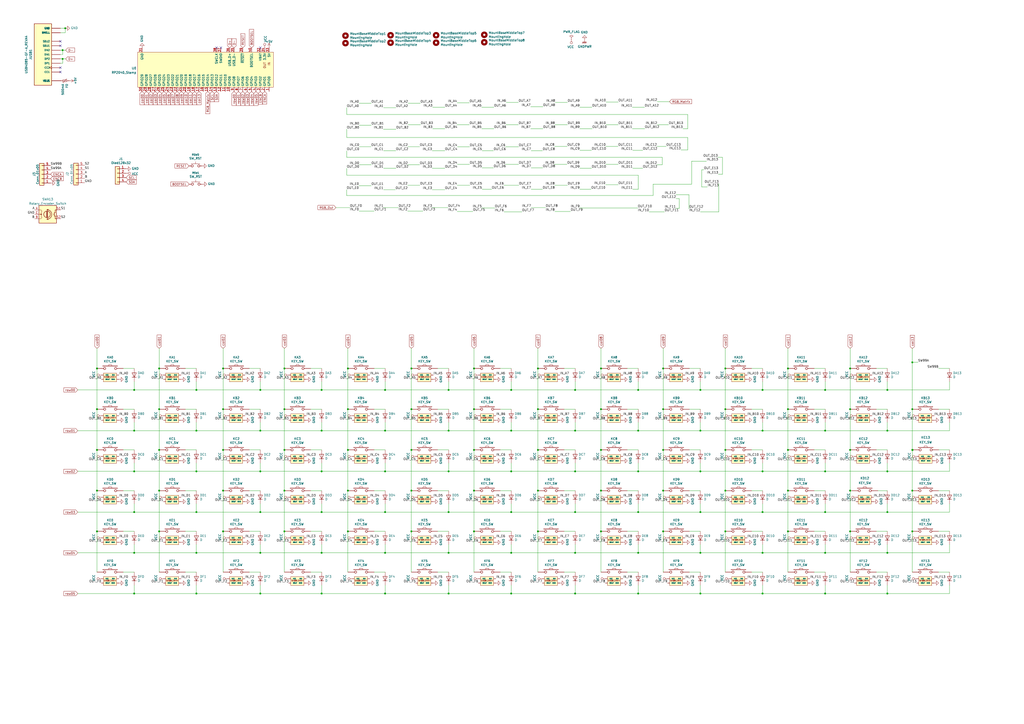
<source format=kicad_sch>
(kicad_sch (version 20211123) (generator eeschema)
  (paper "A2")
  (lib_symbols
    (symbol "Device:Polyfuse_Small" (pin_numbers hide) (pin_names (offset 0))
      (property "Reference" "F" (at -1.905 0 90))
      (property "Value" "Polyfuse_Small" (at 1.905 0 90))
      (symbol "Polyfuse_Small_1_1"
        (pin passive line (at 0 2.54 270) (length 0.635) (name "~") (number "1"))
        (pin passive line (at 0 -2.54 90) (length 0.635) (name "~") (number "2"))
      )
    )
    (symbol "KEY_SW_RGB_1" (pin_numbers hide) (pin_names (offset 1.016))
      (property "Reference" "KL" (at -3.81 2.794 0))
      (property "Value" "KEY_SW_RGB_1" (at -0.2032 -11.8364 0))
      (symbol "KEY_SW_RGB_1_0_1"
        (pin passive inverted (at -7.62 0 0) (length 5.08) (name "~") (number "1"))
        (pin passive inverted (at 7.62 0 180) (length 5.08) (name "~") (number "2"))
      )
      (symbol "KEY_SW_RGB_1_1_1"
        (text "SK6812mini" (at -0.0762 -4.953 0) (effects (font (size 0.7874 0.7874))))
        (pin power_in line (at -5.08 -3.81 0) (length 1.27) (name "VCC") (number "3"))
        (pin output line (at -5.08 -6.35 0) (length 1.27) (name "DOUT") (number "4"))
        (pin power_in line (at 5.08 -6.35 180) (length 1.27) (name "GND") (number "5"))
        (pin input line (at 5.08 -3.81 180) (length 1.27) (name "DIN") (number "6"))
      )
    )
    (symbol "KEY_SW_RGB_10" (pin_numbers hide) (pin_names (offset 1.016))
      (property "Reference" "KL" (at -3.81 2.794 0))
      (property "Value" "KEY_SW_RGB_10" (at -0.2032 -11.8364 0))
      (symbol "KEY_SW_RGB_10_0_1"
        (pin passive inverted (at -7.62 0 0) (length 5.08) (name "~") (number "1"))
        (pin passive inverted (at 7.62 0 180) (length 5.08) (name "~") (number "2"))
      )
      (symbol "KEY_SW_RGB_10_1_1"
        (text "SK6812mini" (at -0.0762 -4.953 0) (effects (font (size 0.7874 0.7874))))
        (pin power_in line (at -5.08 -3.81 0) (length 1.27) (name "VCC") (number "3"))
        (pin output line (at -5.08 -6.35 0) (length 1.27) (name "DOUT") (number "4"))
        (pin power_in line (at 5.08 -6.35 180) (length 1.27) (name "GND") (number "5"))
        (pin input line (at 5.08 -3.81 180) (length 1.27) (name "DIN") (number "6"))
      )
    )
    (symbol "KEY_SW_RGB_11" (pin_numbers hide) (pin_names (offset 1.016))
      (property "Reference" "KL" (at -3.81 2.794 0))
      (property "Value" "KEY_SW_RGB_11" (at -0.2032 -11.8364 0))
      (symbol "KEY_SW_RGB_11_0_1"
        (pin passive inverted (at -7.62 0 0) (length 5.08) (name "~") (number "1"))
        (pin passive inverted (at 7.62 0 180) (length 5.08) (name "~") (number "2"))
      )
      (symbol "KEY_SW_RGB_11_1_1"
        (text "SK6812mini" (at -0.0762 -4.953 0) (effects (font (size 0.7874 0.7874))))
        (pin power_in line (at -5.08 -3.81 0) (length 1.27) (name "VCC") (number "3"))
        (pin output line (at -5.08 -6.35 0) (length 1.27) (name "DOUT") (number "4"))
        (pin power_in line (at 5.08 -6.35 180) (length 1.27) (name "GND") (number "5"))
        (pin input line (at 5.08 -3.81 180) (length 1.27) (name "DIN") (number "6"))
      )
    )
    (symbol "KEY_SW_RGB_12" (pin_numbers hide) (pin_names (offset 1.016))
      (property "Reference" "KL" (at -3.81 2.794 0))
      (property "Value" "KEY_SW_RGB_12" (at -0.2032 -11.8364 0))
      (symbol "KEY_SW_RGB_12_0_1"
        (pin passive inverted (at -7.62 0 0) (length 5.08) (name "~") (number "1"))
        (pin passive inverted (at 7.62 0 180) (length 5.08) (name "~") (number "2"))
      )
      (symbol "KEY_SW_RGB_12_1_1"
        (text "SK6812mini" (at -0.0762 -4.953 0) (effects (font (size 0.7874 0.7874))))
        (pin power_in line (at -5.08 -3.81 0) (length 1.27) (name "VCC") (number "3"))
        (pin output line (at -5.08 -6.35 0) (length 1.27) (name "DOUT") (number "4"))
        (pin power_in line (at 5.08 -6.35 180) (length 1.27) (name "GND") (number "5"))
        (pin input line (at 5.08 -3.81 180) (length 1.27) (name "DIN") (number "6"))
      )
    )
    (symbol "KEY_SW_RGB_13" (pin_numbers hide) (pin_names (offset 1.016))
      (property "Reference" "KL" (at -3.81 2.794 0))
      (property "Value" "KEY_SW_RGB_13" (at -0.2032 -11.8364 0))
      (symbol "KEY_SW_RGB_13_0_1"
        (pin passive inverted (at -7.62 0 0) (length 5.08) (name "~") (number "1"))
        (pin passive inverted (at 7.62 0 180) (length 5.08) (name "~") (number "2"))
      )
      (symbol "KEY_SW_RGB_13_1_1"
        (text "SK6812mini" (at -0.0762 -4.953 0) (effects (font (size 0.7874 0.7874))))
        (pin power_in line (at -5.08 -3.81 0) (length 1.27) (name "VCC") (number "3"))
        (pin output line (at -5.08 -6.35 0) (length 1.27) (name "DOUT") (number "4"))
        (pin power_in line (at 5.08 -6.35 180) (length 1.27) (name "GND") (number "5"))
        (pin input line (at 5.08 -3.81 180) (length 1.27) (name "DIN") (number "6"))
      )
    )
    (symbol "KEY_SW_RGB_14" (pin_numbers hide) (pin_names (offset 1.016))
      (property "Reference" "KL" (at -3.81 2.794 0))
      (property "Value" "KEY_SW_RGB_14" (at -0.2032 -11.8364 0))
      (symbol "KEY_SW_RGB_14_0_1"
        (pin passive inverted (at -7.62 0 0) (length 5.08) (name "~") (number "1"))
        (pin passive inverted (at 7.62 0 180) (length 5.08) (name "~") (number "2"))
      )
      (symbol "KEY_SW_RGB_14_1_1"
        (text "SK6812mini" (at -0.0762 -4.953 0) (effects (font (size 0.7874 0.7874))))
        (pin power_in line (at -5.08 -3.81 0) (length 1.27) (name "VCC") (number "3"))
        (pin output line (at -5.08 -6.35 0) (length 1.27) (name "DOUT") (number "4"))
        (pin power_in line (at 5.08 -6.35 180) (length 1.27) (name "GND") (number "5"))
        (pin input line (at 5.08 -3.81 180) (length 1.27) (name "DIN") (number "6"))
      )
    )
    (symbol "KEY_SW_RGB_15" (pin_numbers hide) (pin_names (offset 1.016))
      (property "Reference" "KL" (at -3.81 2.794 0))
      (property "Value" "KEY_SW_RGB_15" (at -0.2032 -11.8364 0))
      (symbol "KEY_SW_RGB_15_0_1"
        (pin passive inverted (at -7.62 0 0) (length 5.08) (name "~") (number "1"))
        (pin passive inverted (at 7.62 0 180) (length 5.08) (name "~") (number "2"))
      )
      (symbol "KEY_SW_RGB_15_1_1"
        (text "SK6812mini" (at -0.0762 -4.953 0) (effects (font (size 0.7874 0.7874))))
        (pin power_in line (at -5.08 -3.81 0) (length 1.27) (name "VCC") (number "3"))
        (pin output line (at -5.08 -6.35 0) (length 1.27) (name "DOUT") (number "4"))
        (pin power_in line (at 5.08 -6.35 180) (length 1.27) (name "GND") (number "5"))
        (pin input line (at 5.08 -3.81 180) (length 1.27) (name "DIN") (number "6"))
      )
    )
    (symbol "KEY_SW_RGB_16" (pin_numbers hide) (pin_names (offset 1.016))
      (property "Reference" "KL" (at -3.81 2.794 0))
      (property "Value" "KEY_SW_RGB_16" (at -0.2032 -11.8364 0))
      (symbol "KEY_SW_RGB_16_0_1"
        (pin passive inverted (at -7.62 0 0) (length 5.08) (name "~") (number "1"))
        (pin passive inverted (at 7.62 0 180) (length 5.08) (name "~") (number "2"))
      )
      (symbol "KEY_SW_RGB_16_1_1"
        (text "SK6812mini" (at -0.0762 -4.953 0) (effects (font (size 0.7874 0.7874))))
        (pin power_in line (at -5.08 -3.81 0) (length 1.27) (name "VCC") (number "3"))
        (pin output line (at -5.08 -6.35 0) (length 1.27) (name "DOUT") (number "4"))
        (pin power_in line (at 5.08 -6.35 180) (length 1.27) (name "GND") (number "5"))
        (pin input line (at 5.08 -3.81 180) (length 1.27) (name "DIN") (number "6"))
      )
    )
    (symbol "KEY_SW_RGB_17" (pin_numbers hide) (pin_names (offset 1.016))
      (property "Reference" "KL" (at -3.81 2.794 0))
      (property "Value" "KEY_SW_RGB_17" (at -0.2032 -11.8364 0))
      (symbol "KEY_SW_RGB_17_0_1"
        (pin passive inverted (at -7.62 0 0) (length 5.08) (name "~") (number "1"))
        (pin passive inverted (at 7.62 0 180) (length 5.08) (name "~") (number "2"))
      )
      (symbol "KEY_SW_RGB_17_1_1"
        (text "SK6812mini" (at -0.0762 -4.953 0) (effects (font (size 0.7874 0.7874))))
        (pin power_in line (at -5.08 -3.81 0) (length 1.27) (name "VCC") (number "3"))
        (pin output line (at -5.08 -6.35 0) (length 1.27) (name "DOUT") (number "4"))
        (pin power_in line (at 5.08 -6.35 180) (length 1.27) (name "GND") (number "5"))
        (pin input line (at 5.08 -3.81 180) (length 1.27) (name "DIN") (number "6"))
      )
    )
    (symbol "KEY_SW_RGB_18" (pin_numbers hide) (pin_names (offset 1.016))
      (property "Reference" "KL" (at -3.81 2.794 0))
      (property "Value" "KEY_SW_RGB_18" (at -0.2032 -11.8364 0))
      (symbol "KEY_SW_RGB_18_0_1"
        (pin passive inverted (at -7.62 0 0) (length 5.08) (name "~") (number "1"))
        (pin passive inverted (at 7.62 0 180) (length 5.08) (name "~") (number "2"))
      )
      (symbol "KEY_SW_RGB_18_1_1"
        (text "SK6812mini" (at -0.0762 -4.953 0) (effects (font (size 0.7874 0.7874))))
        (pin power_in line (at -5.08 -3.81 0) (length 1.27) (name "VCC") (number "3"))
        (pin output line (at -5.08 -6.35 0) (length 1.27) (name "DOUT") (number "4"))
        (pin power_in line (at 5.08 -6.35 180) (length 1.27) (name "GND") (number "5"))
        (pin input line (at 5.08 -3.81 180) (length 1.27) (name "DIN") (number "6"))
      )
    )
    (symbol "KEY_SW_RGB_19" (pin_numbers hide) (pin_names (offset 1.016))
      (property "Reference" "KL" (at -3.81 2.794 0))
      (property "Value" "KEY_SW_RGB_19" (at -0.2032 -11.8364 0))
      (symbol "KEY_SW_RGB_19_0_1"
        (pin passive inverted (at -7.62 0 0) (length 5.08) (name "~") (number "1"))
        (pin passive inverted (at 7.62 0 180) (length 5.08) (name "~") (number "2"))
      )
      (symbol "KEY_SW_RGB_19_1_1"
        (text "SK6812mini" (at -0.0762 -4.953 0) (effects (font (size 0.7874 0.7874))))
        (pin power_in line (at -5.08 -3.81 0) (length 1.27) (name "VCC") (number "3"))
        (pin output line (at -5.08 -6.35 0) (length 1.27) (name "DOUT") (number "4"))
        (pin power_in line (at 5.08 -6.35 180) (length 1.27) (name "GND") (number "5"))
        (pin input line (at 5.08 -3.81 180) (length 1.27) (name "DIN") (number "6"))
      )
    )
    (symbol "KEY_SW_RGB_2" (pin_numbers hide) (pin_names (offset 1.016))
      (property "Reference" "KL" (at -3.81 2.794 0))
      (property "Value" "KEY_SW_RGB_2" (at -0.2032 -11.8364 0))
      (symbol "KEY_SW_RGB_2_0_1"
        (pin passive inverted (at -7.62 0 0) (length 5.08) (name "~") (number "1"))
        (pin passive inverted (at 7.62 0 180) (length 5.08) (name "~") (number "2"))
      )
      (symbol "KEY_SW_RGB_2_1_1"
        (text "SK6812mini" (at -0.0762 -4.953 0) (effects (font (size 0.7874 0.7874))))
        (pin power_in line (at -5.08 -3.81 0) (length 1.27) (name "VCC") (number "3"))
        (pin output line (at -5.08 -6.35 0) (length 1.27) (name "DOUT") (number "4"))
        (pin power_in line (at 5.08 -6.35 180) (length 1.27) (name "GND") (number "5"))
        (pin input line (at 5.08 -3.81 180) (length 1.27) (name "DIN") (number "6"))
      )
    )
    (symbol "KEY_SW_RGB_20" (pin_numbers hide) (pin_names (offset 1.016))
      (property "Reference" "KL" (at -3.81 2.794 0))
      (property "Value" "KEY_SW_RGB_20" (at -0.2032 -11.8364 0))
      (symbol "KEY_SW_RGB_20_0_1"
        (pin passive inverted (at -7.62 0 0) (length 5.08) (name "~") (number "1"))
        (pin passive inverted (at 7.62 0 180) (length 5.08) (name "~") (number "2"))
      )
      (symbol "KEY_SW_RGB_20_1_1"
        (text "SK6812mini" (at -0.0762 -4.953 0) (effects (font (size 0.7874 0.7874))))
        (pin power_in line (at -5.08 -3.81 0) (length 1.27) (name "VCC") (number "3"))
        (pin output line (at -5.08 -6.35 0) (length 1.27) (name "DOUT") (number "4"))
        (pin power_in line (at 5.08 -6.35 180) (length 1.27) (name "GND") (number "5"))
        (pin input line (at 5.08 -3.81 180) (length 1.27) (name "DIN") (number "6"))
      )
    )
    (symbol "KEY_SW_RGB_21" (pin_numbers hide) (pin_names (offset 1.016))
      (property "Reference" "KL" (at -3.81 2.794 0))
      (property "Value" "KEY_SW_RGB_21" (at -0.2032 -11.8364 0))
      (symbol "KEY_SW_RGB_21_0_1"
        (pin passive inverted (at -7.62 0 0) (length 5.08) (name "~") (number "1"))
        (pin passive inverted (at 7.62 0 180) (length 5.08) (name "~") (number "2"))
      )
      (symbol "KEY_SW_RGB_21_1_1"
        (text "SK6812mini" (at -0.0762 -4.953 0) (effects (font (size 0.7874 0.7874))))
        (pin power_in line (at -5.08 -3.81 0) (length 1.27) (name "VCC") (number "3"))
        (pin output line (at -5.08 -6.35 0) (length 1.27) (name "DOUT") (number "4"))
        (pin power_in line (at 5.08 -6.35 180) (length 1.27) (name "GND") (number "5"))
        (pin input line (at 5.08 -3.81 180) (length 1.27) (name "DIN") (number "6"))
      )
    )
    (symbol "KEY_SW_RGB_22" (pin_numbers hide) (pin_names (offset 1.016))
      (property "Reference" "KL" (at -3.81 2.794 0))
      (property "Value" "KEY_SW_RGB_22" (at -0.2032 -11.8364 0))
      (symbol "KEY_SW_RGB_22_0_1"
        (pin passive inverted (at -7.62 0 0) (length 5.08) (name "~") (number "1"))
        (pin passive inverted (at 7.62 0 180) (length 5.08) (name "~") (number "2"))
      )
      (symbol "KEY_SW_RGB_22_1_1"
        (text "SK6812mini" (at -0.0762 -4.953 0) (effects (font (size 0.7874 0.7874))))
        (pin power_in line (at -5.08 -3.81 0) (length 1.27) (name "VCC") (number "3"))
        (pin output line (at -5.08 -6.35 0) (length 1.27) (name "DOUT") (number "4"))
        (pin power_in line (at 5.08 -6.35 180) (length 1.27) (name "GND") (number "5"))
        (pin input line (at 5.08 -3.81 180) (length 1.27) (name "DIN") (number "6"))
      )
    )
    (symbol "KEY_SW_RGB_23" (pin_numbers hide) (pin_names (offset 1.016))
      (property "Reference" "KL" (at -3.81 2.794 0))
      (property "Value" "KEY_SW_RGB_23" (at -0.2032 -11.8364 0))
      (symbol "KEY_SW_RGB_23_0_1"
        (pin passive inverted (at -7.62 0 0) (length 5.08) (name "~") (number "1"))
        (pin passive inverted (at 7.62 0 180) (length 5.08) (name "~") (number "2"))
      )
      (symbol "KEY_SW_RGB_23_1_1"
        (text "SK6812mini" (at -0.0762 -4.953 0) (effects (font (size 0.7874 0.7874))))
        (pin power_in line (at -5.08 -3.81 0) (length 1.27) (name "VCC") (number "3"))
        (pin output line (at -5.08 -6.35 0) (length 1.27) (name "DOUT") (number "4"))
        (pin power_in line (at 5.08 -6.35 180) (length 1.27) (name "GND") (number "5"))
        (pin input line (at 5.08 -3.81 180) (length 1.27) (name "DIN") (number "6"))
      )
    )
    (symbol "KEY_SW_RGB_24" (pin_numbers hide) (pin_names (offset 1.016))
      (property "Reference" "KL" (at -3.81 2.794 0))
      (property "Value" "KEY_SW_RGB_24" (at -0.2032 -11.8364 0))
      (symbol "KEY_SW_RGB_24_0_1"
        (pin passive inverted (at -7.62 0 0) (length 5.08) (name "~") (number "1"))
        (pin passive inverted (at 7.62 0 180) (length 5.08) (name "~") (number "2"))
      )
      (symbol "KEY_SW_RGB_24_1_1"
        (text "SK6812mini" (at -0.0762 -4.953 0) (effects (font (size 0.7874 0.7874))))
        (pin power_in line (at -5.08 -3.81 0) (length 1.27) (name "VCC") (number "3"))
        (pin output line (at -5.08 -6.35 0) (length 1.27) (name "DOUT") (number "4"))
        (pin power_in line (at 5.08 -6.35 180) (length 1.27) (name "GND") (number "5"))
        (pin input line (at 5.08 -3.81 180) (length 1.27) (name "DIN") (number "6"))
      )
    )
    (symbol "KEY_SW_RGB_25" (pin_numbers hide) (pin_names (offset 1.016))
      (property "Reference" "KL" (at -3.81 2.794 0))
      (property "Value" "KEY_SW_RGB_25" (at -0.2032 -11.8364 0))
      (symbol "KEY_SW_RGB_25_0_1"
        (pin passive inverted (at -7.62 0 0) (length 5.08) (name "~") (number "1"))
        (pin passive inverted (at 7.62 0 180) (length 5.08) (name "~") (number "2"))
      )
      (symbol "KEY_SW_RGB_25_1_1"
        (text "SK6812mini" (at -0.0762 -4.953 0) (effects (font (size 0.7874 0.7874))))
        (pin power_in line (at -5.08 -3.81 0) (length 1.27) (name "VCC") (number "3"))
        (pin output line (at -5.08 -6.35 0) (length 1.27) (name "DOUT") (number "4"))
        (pin power_in line (at 5.08 -6.35 180) (length 1.27) (name "GND") (number "5"))
        (pin input line (at 5.08 -3.81 180) (length 1.27) (name "DIN") (number "6"))
      )
    )
    (symbol "KEY_SW_RGB_26" (pin_numbers hide) (pin_names (offset 1.016))
      (property "Reference" "KL" (at -3.81 2.794 0))
      (property "Value" "KEY_SW_RGB_26" (at -0.2032 -11.8364 0))
      (symbol "KEY_SW_RGB_26_0_1"
        (pin passive inverted (at -7.62 0 0) (length 5.08) (name "~") (number "1"))
        (pin passive inverted (at 7.62 0 180) (length 5.08) (name "~") (number "2"))
      )
      (symbol "KEY_SW_RGB_26_1_1"
        (text "SK6812mini" (at -0.0762 -4.953 0) (effects (font (size 0.7874 0.7874))))
        (pin power_in line (at -5.08 -3.81 0) (length 1.27) (name "VCC") (number "3"))
        (pin output line (at -5.08 -6.35 0) (length 1.27) (name "DOUT") (number "4"))
        (pin power_in line (at 5.08 -6.35 180) (length 1.27) (name "GND") (number "5"))
        (pin input line (at 5.08 -3.81 180) (length 1.27) (name "DIN") (number "6"))
      )
    )
    (symbol "KEY_SW_RGB_27" (pin_numbers hide) (pin_names (offset 1.016))
      (property "Reference" "KL" (at -3.81 2.794 0))
      (property "Value" "KEY_SW_RGB_27" (at -0.2032 -11.8364 0))
      (symbol "KEY_SW_RGB_27_0_1"
        (pin passive inverted (at -7.62 0 0) (length 5.08) (name "~") (number "1"))
        (pin passive inverted (at 7.62 0 180) (length 5.08) (name "~") (number "2"))
      )
      (symbol "KEY_SW_RGB_27_1_1"
        (text "SK6812mini" (at -0.0762 -4.953 0) (effects (font (size 0.7874 0.7874))))
        (pin power_in line (at -5.08 -3.81 0) (length 1.27) (name "VCC") (number "3"))
        (pin output line (at -5.08 -6.35 0) (length 1.27) (name "DOUT") (number "4"))
        (pin power_in line (at 5.08 -6.35 180) (length 1.27) (name "GND") (number "5"))
        (pin input line (at 5.08 -3.81 180) (length 1.27) (name "DIN") (number "6"))
      )
    )
    (symbol "KEY_SW_RGB_28" (pin_numbers hide) (pin_names (offset 1.016))
      (property "Reference" "KL" (at -3.81 2.794 0))
      (property "Value" "KEY_SW_RGB_28" (at -0.2032 -11.8364 0))
      (symbol "KEY_SW_RGB_28_0_1"
        (pin passive inverted (at -7.62 0 0) (length 5.08) (name "~") (number "1"))
        (pin passive inverted (at 7.62 0 180) (length 5.08) (name "~") (number "2"))
      )
      (symbol "KEY_SW_RGB_28_1_1"
        (text "SK6812mini" (at -0.0762 -4.953 0) (effects (font (size 0.7874 0.7874))))
        (pin power_in line (at -5.08 -3.81 0) (length 1.27) (name "VCC") (number "3"))
        (pin output line (at -5.08 -6.35 0) (length 1.27) (name "DOUT") (number "4"))
        (pin power_in line (at 5.08 -6.35 180) (length 1.27) (name "GND") (number "5"))
        (pin input line (at 5.08 -3.81 180) (length 1.27) (name "DIN") (number "6"))
      )
    )
    (symbol "KEY_SW_RGB_29" (pin_numbers hide) (pin_names (offset 1.016))
      (property "Reference" "KL" (at -3.81 2.794 0))
      (property "Value" "KEY_SW_RGB_29" (at -0.2032 -11.8364 0))
      (symbol "KEY_SW_RGB_29_0_1"
        (pin passive inverted (at -7.62 0 0) (length 5.08) (name "~") (number "1"))
        (pin passive inverted (at 7.62 0 180) (length 5.08) (name "~") (number "2"))
      )
      (symbol "KEY_SW_RGB_29_1_1"
        (text "SK6812mini" (at -0.0762 -4.953 0) (effects (font (size 0.7874 0.7874))))
        (pin power_in line (at -5.08 -3.81 0) (length 1.27) (name "VCC") (number "3"))
        (pin output line (at -5.08 -6.35 0) (length 1.27) (name "DOUT") (number "4"))
        (pin power_in line (at 5.08 -6.35 180) (length 1.27) (name "GND") (number "5"))
        (pin input line (at 5.08 -3.81 180) (length 1.27) (name "DIN") (number "6"))
      )
    )
    (symbol "KEY_SW_RGB_3" (pin_numbers hide) (pin_names (offset 1.016))
      (property "Reference" "KL" (at -3.81 2.794 0))
      (property "Value" "KEY_SW_RGB_3" (at -0.2032 -11.8364 0))
      (symbol "KEY_SW_RGB_3_0_1"
        (pin passive inverted (at -7.62 0 0) (length 5.08) (name "~") (number "1"))
        (pin passive inverted (at 7.62 0 180) (length 5.08) (name "~") (number "2"))
      )
      (symbol "KEY_SW_RGB_3_1_1"
        (text "SK6812mini" (at -0.0762 -4.953 0) (effects (font (size 0.7874 0.7874))))
        (pin power_in line (at -5.08 -3.81 0) (length 1.27) (name "VCC") (number "3"))
        (pin output line (at -5.08 -6.35 0) (length 1.27) (name "DOUT") (number "4"))
        (pin power_in line (at 5.08 -6.35 180) (length 1.27) (name "GND") (number "5"))
        (pin input line (at 5.08 -3.81 180) (length 1.27) (name "DIN") (number "6"))
      )
    )
    (symbol "KEY_SW_RGB_30" (pin_numbers hide) (pin_names (offset 1.016))
      (property "Reference" "KL" (at -3.81 2.794 0))
      (property "Value" "KEY_SW_RGB_30" (at -0.2032 -11.8364 0))
      (symbol "KEY_SW_RGB_30_0_1"
        (pin passive inverted (at -7.62 0 0) (length 5.08) (name "~") (number "1"))
        (pin passive inverted (at 7.62 0 180) (length 5.08) (name "~") (number "2"))
      )
      (symbol "KEY_SW_RGB_30_1_1"
        (text "SK6812mini" (at -0.0762 -4.953 0) (effects (font (size 0.7874 0.7874))))
        (pin power_in line (at -5.08 -3.81 0) (length 1.27) (name "VCC") (number "3"))
        (pin output line (at -5.08 -6.35 0) (length 1.27) (name "DOUT") (number "4"))
        (pin power_in line (at 5.08 -6.35 180) (length 1.27) (name "GND") (number "5"))
        (pin input line (at 5.08 -3.81 180) (length 1.27) (name "DIN") (number "6"))
      )
    )
    (symbol "KEY_SW_RGB_31" (pin_numbers hide) (pin_names (offset 1.016))
      (property "Reference" "KL" (at -3.81 2.794 0))
      (property "Value" "KEY_SW_RGB_31" (at -0.2032 -11.8364 0))
      (symbol "KEY_SW_RGB_31_0_1"
        (pin passive inverted (at -7.62 0 0) (length 5.08) (name "~") (number "1"))
        (pin passive inverted (at 7.62 0 180) (length 5.08) (name "~") (number "2"))
      )
      (symbol "KEY_SW_RGB_31_1_1"
        (text "SK6812mini" (at -0.0762 -4.953 0) (effects (font (size 0.7874 0.7874))))
        (pin power_in line (at -5.08 -3.81 0) (length 1.27) (name "VCC") (number "3"))
        (pin output line (at -5.08 -6.35 0) (length 1.27) (name "DOUT") (number "4"))
        (pin power_in line (at 5.08 -6.35 180) (length 1.27) (name "GND") (number "5"))
        (pin input line (at 5.08 -3.81 180) (length 1.27) (name "DIN") (number "6"))
      )
    )
    (symbol "KEY_SW_RGB_32" (pin_numbers hide) (pin_names (offset 1.016))
      (property "Reference" "KL" (at -3.81 2.794 0))
      (property "Value" "KEY_SW_RGB_32" (at -0.2032 -11.8364 0))
      (symbol "KEY_SW_RGB_32_0_1"
        (pin passive inverted (at -7.62 0 0) (length 5.08) (name "~") (number "1"))
        (pin passive inverted (at 7.62 0 180) (length 5.08) (name "~") (number "2"))
      )
      (symbol "KEY_SW_RGB_32_1_1"
        (text "SK6812mini" (at -0.0762 -4.953 0) (effects (font (size 0.7874 0.7874))))
        (pin power_in line (at -5.08 -3.81 0) (length 1.27) (name "VCC") (number "3"))
        (pin output line (at -5.08 -6.35 0) (length 1.27) (name "DOUT") (number "4"))
        (pin power_in line (at 5.08 -6.35 180) (length 1.27) (name "GND") (number "5"))
        (pin input line (at 5.08 -3.81 180) (length 1.27) (name "DIN") (number "6"))
      )
    )
    (symbol "KEY_SW_RGB_33" (pin_numbers hide) (pin_names (offset 1.016))
      (property "Reference" "KL" (at -3.81 2.794 0))
      (property "Value" "KEY_SW_RGB_33" (at -0.2032 -11.8364 0))
      (symbol "KEY_SW_RGB_33_0_1"
        (pin passive inverted (at -7.62 0 0) (length 5.08) (name "~") (number "1"))
        (pin passive inverted (at 7.62 0 180) (length 5.08) (name "~") (number "2"))
      )
      (symbol "KEY_SW_RGB_33_1_1"
        (text "SK6812mini" (at -0.0762 -4.953 0) (effects (font (size 0.7874 0.7874))))
        (pin power_in line (at -5.08 -3.81 0) (length 1.27) (name "VCC") (number "3"))
        (pin output line (at -5.08 -6.35 0) (length 1.27) (name "DOUT") (number "4"))
        (pin power_in line (at 5.08 -6.35 180) (length 1.27) (name "GND") (number "5"))
        (pin input line (at 5.08 -3.81 180) (length 1.27) (name "DIN") (number "6"))
      )
    )
    (symbol "KEY_SW_RGB_34" (pin_numbers hide) (pin_names (offset 1.016))
      (property "Reference" "KL" (at -3.81 2.794 0))
      (property "Value" "KEY_SW_RGB_34" (at -0.2032 -11.8364 0))
      (symbol "KEY_SW_RGB_34_0_1"
        (pin passive inverted (at -7.62 0 0) (length 5.08) (name "~") (number "1"))
        (pin passive inverted (at 7.62 0 180) (length 5.08) (name "~") (number "2"))
      )
      (symbol "KEY_SW_RGB_34_1_1"
        (text "SK6812mini" (at -0.0762 -4.953 0) (effects (font (size 0.7874 0.7874))))
        (pin power_in line (at -5.08 -3.81 0) (length 1.27) (name "VCC") (number "3"))
        (pin output line (at -5.08 -6.35 0) (length 1.27) (name "DOUT") (number "4"))
        (pin power_in line (at 5.08 -6.35 180) (length 1.27) (name "GND") (number "5"))
        (pin input line (at 5.08 -3.81 180) (length 1.27) (name "DIN") (number "6"))
      )
    )
    (symbol "KEY_SW_RGB_35" (pin_numbers hide) (pin_names (offset 1.016))
      (property "Reference" "KL" (at -3.81 2.794 0))
      (property "Value" "KEY_SW_RGB_35" (at -0.2032 -11.8364 0))
      (symbol "KEY_SW_RGB_35_0_1"
        (pin passive inverted (at -7.62 0 0) (length 5.08) (name "~") (number "1"))
        (pin passive inverted (at 7.62 0 180) (length 5.08) (name "~") (number "2"))
      )
      (symbol "KEY_SW_RGB_35_1_1"
        (text "SK6812mini" (at -0.0762 -4.953 0) (effects (font (size 0.7874 0.7874))))
        (pin power_in line (at -5.08 -3.81 0) (length 1.27) (name "VCC") (number "3"))
        (pin output line (at -5.08 -6.35 0) (length 1.27) (name "DOUT") (number "4"))
        (pin power_in line (at 5.08 -6.35 180) (length 1.27) (name "GND") (number "5"))
        (pin input line (at 5.08 -3.81 180) (length 1.27) (name "DIN") (number "6"))
      )
    )
    (symbol "KEY_SW_RGB_36" (pin_numbers hide) (pin_names (offset 1.016))
      (property "Reference" "KL" (at -3.81 2.794 0))
      (property "Value" "KEY_SW_RGB_36" (at -0.2032 -11.8364 0))
      (symbol "KEY_SW_RGB_36_0_1"
        (pin passive inverted (at -7.62 0 0) (length 5.08) (name "~") (number "1"))
        (pin passive inverted (at 7.62 0 180) (length 5.08) (name "~") (number "2"))
      )
      (symbol "KEY_SW_RGB_36_1_1"
        (text "SK6812mini" (at -0.0762 -4.953 0) (effects (font (size 0.7874 0.7874))))
        (pin power_in line (at -5.08 -3.81 0) (length 1.27) (name "VCC") (number "3"))
        (pin output line (at -5.08 -6.35 0) (length 1.27) (name "DOUT") (number "4"))
        (pin power_in line (at 5.08 -6.35 180) (length 1.27) (name "GND") (number "5"))
        (pin input line (at 5.08 -3.81 180) (length 1.27) (name "DIN") (number "6"))
      )
    )
    (symbol "KEY_SW_RGB_37" (pin_numbers hide) (pin_names (offset 1.016))
      (property "Reference" "KL" (at -3.81 2.794 0))
      (property "Value" "KEY_SW_RGB_37" (at -0.2032 -11.8364 0))
      (symbol "KEY_SW_RGB_37_0_1"
        (pin passive inverted (at -7.62 0 0) (length 5.08) (name "~") (number "1"))
        (pin passive inverted (at 7.62 0 180) (length 5.08) (name "~") (number "2"))
      )
      (symbol "KEY_SW_RGB_37_1_1"
        (text "SK6812mini" (at -0.0762 -4.953 0) (effects (font (size 0.7874 0.7874))))
        (pin power_in line (at -5.08 -3.81 0) (length 1.27) (name "VCC") (number "3"))
        (pin output line (at -5.08 -6.35 0) (length 1.27) (name "DOUT") (number "4"))
        (pin power_in line (at 5.08 -6.35 180) (length 1.27) (name "GND") (number "5"))
        (pin input line (at 5.08 -3.81 180) (length 1.27) (name "DIN") (number "6"))
      )
    )
    (symbol "KEY_SW_RGB_38" (pin_numbers hide) (pin_names (offset 1.016))
      (property "Reference" "KL" (at -3.81 2.794 0))
      (property "Value" "KEY_SW_RGB_38" (at -0.2032 -11.8364 0))
      (symbol "KEY_SW_RGB_38_0_1"
        (pin passive inverted (at -7.62 0 0) (length 5.08) (name "~") (number "1"))
        (pin passive inverted (at 7.62 0 180) (length 5.08) (name "~") (number "2"))
      )
      (symbol "KEY_SW_RGB_38_1_1"
        (text "SK6812mini" (at -0.0762 -4.953 0) (effects (font (size 0.7874 0.7874))))
        (pin power_in line (at -5.08 -3.81 0) (length 1.27) (name "VCC") (number "3"))
        (pin output line (at -5.08 -6.35 0) (length 1.27) (name "DOUT") (number "4"))
        (pin power_in line (at 5.08 -6.35 180) (length 1.27) (name "GND") (number "5"))
        (pin input line (at 5.08 -3.81 180) (length 1.27) (name "DIN") (number "6"))
      )
    )
    (symbol "KEY_SW_RGB_39" (pin_numbers hide) (pin_names (offset 1.016))
      (property "Reference" "KL" (at -3.81 2.794 0))
      (property "Value" "KEY_SW_RGB_39" (at -0.2032 -11.8364 0))
      (symbol "KEY_SW_RGB_39_0_1"
        (pin passive inverted (at -7.62 0 0) (length 5.08) (name "~") (number "1"))
        (pin passive inverted (at 7.62 0 180) (length 5.08) (name "~") (number "2"))
      )
      (symbol "KEY_SW_RGB_39_1_1"
        (text "SK6812mini" (at -0.0762 -4.953 0) (effects (font (size 0.7874 0.7874))))
        (pin power_in line (at -5.08 -3.81 0) (length 1.27) (name "VCC") (number "3"))
        (pin output line (at -5.08 -6.35 0) (length 1.27) (name "DOUT") (number "4"))
        (pin power_in line (at 5.08 -6.35 180) (length 1.27) (name "GND") (number "5"))
        (pin input line (at 5.08 -3.81 180) (length 1.27) (name "DIN") (number "6"))
      )
    )
    (symbol "KEY_SW_RGB_4" (pin_numbers hide) (pin_names (offset 1.016))
      (property "Reference" "KL" (at -3.81 2.794 0))
      (property "Value" "KEY_SW_RGB_4" (at -0.2032 -11.8364 0))
      (symbol "KEY_SW_RGB_4_0_1"
        (pin passive inverted (at -7.62 0 0) (length 5.08) (name "~") (number "1"))
        (pin passive inverted (at 7.62 0 180) (length 5.08) (name "~") (number "2"))
      )
      (symbol "KEY_SW_RGB_4_1_1"
        (text "SK6812mini" (at -0.0762 -4.953 0) (effects (font (size 0.7874 0.7874))))
        (pin power_in line (at -5.08 -3.81 0) (length 1.27) (name "VCC") (number "3"))
        (pin output line (at -5.08 -6.35 0) (length 1.27) (name "DOUT") (number "4"))
        (pin power_in line (at 5.08 -6.35 180) (length 1.27) (name "GND") (number "5"))
        (pin input line (at 5.08 -3.81 180) (length 1.27) (name "DIN") (number "6"))
      )
    )
    (symbol "KEY_SW_RGB_40" (pin_numbers hide) (pin_names (offset 1.016))
      (property "Reference" "KL" (at -3.81 2.794 0))
      (property "Value" "KEY_SW_RGB_40" (at -0.2032 -11.8364 0))
      (symbol "KEY_SW_RGB_40_0_1"
        (pin passive inverted (at -7.62 0 0) (length 5.08) (name "~") (number "1"))
        (pin passive inverted (at 7.62 0 180) (length 5.08) (name "~") (number "2"))
      )
      (symbol "KEY_SW_RGB_40_1_1"
        (text "SK6812mini" (at -0.0762 -4.953 0) (effects (font (size 0.7874 0.7874))))
        (pin power_in line (at -5.08 -3.81 0) (length 1.27) (name "VCC") (number "3"))
        (pin output line (at -5.08 -6.35 0) (length 1.27) (name "DOUT") (number "4"))
        (pin power_in line (at 5.08 -6.35 180) (length 1.27) (name "GND") (number "5"))
        (pin input line (at 5.08 -3.81 180) (length 1.27) (name "DIN") (number "6"))
      )
    )
    (symbol "KEY_SW_RGB_41" (pin_numbers hide) (pin_names (offset 1.016))
      (property "Reference" "KL" (at -3.81 2.794 0))
      (property "Value" "KEY_SW_RGB_41" (at -0.2032 -11.8364 0))
      (symbol "KEY_SW_RGB_41_0_1"
        (pin passive inverted (at -7.62 0 0) (length 5.08) (name "~") (number "1"))
        (pin passive inverted (at 7.62 0 180) (length 5.08) (name "~") (number "2"))
      )
      (symbol "KEY_SW_RGB_41_1_1"
        (text "SK6812mini" (at -0.0762 -4.953 0) (effects (font (size 0.7874 0.7874))))
        (pin power_in line (at -5.08 -3.81 0) (length 1.27) (name "VCC") (number "3"))
        (pin output line (at -5.08 -6.35 0) (length 1.27) (name "DOUT") (number "4"))
        (pin power_in line (at 5.08 -6.35 180) (length 1.27) (name "GND") (number "5"))
        (pin input line (at 5.08 -3.81 180) (length 1.27) (name "DIN") (number "6"))
      )
    )
    (symbol "KEY_SW_RGB_42" (pin_numbers hide) (pin_names (offset 1.016))
      (property "Reference" "KL" (at -3.81 2.794 0))
      (property "Value" "KEY_SW_RGB_42" (at -0.2032 -11.8364 0))
      (symbol "KEY_SW_RGB_42_0_1"
        (pin passive inverted (at -7.62 0 0) (length 5.08) (name "~") (number "1"))
        (pin passive inverted (at 7.62 0 180) (length 5.08) (name "~") (number "2"))
      )
      (symbol "KEY_SW_RGB_42_1_1"
        (text "SK6812mini" (at -0.0762 -4.953 0) (effects (font (size 0.7874 0.7874))))
        (pin power_in line (at -5.08 -3.81 0) (length 1.27) (name "VCC") (number "3"))
        (pin output line (at -5.08 -6.35 0) (length 1.27) (name "DOUT") (number "4"))
        (pin power_in line (at 5.08 -6.35 180) (length 1.27) (name "GND") (number "5"))
        (pin input line (at 5.08 -3.81 180) (length 1.27) (name "DIN") (number "6"))
      )
    )
    (symbol "KEY_SW_RGB_43" (pin_numbers hide) (pin_names (offset 1.016))
      (property "Reference" "KL" (at -3.81 2.794 0))
      (property "Value" "KEY_SW_RGB_43" (at -0.2032 -11.8364 0))
      (symbol "KEY_SW_RGB_43_0_1"
        (pin passive inverted (at -7.62 0 0) (length 5.08) (name "~") (number "1"))
        (pin passive inverted (at 7.62 0 180) (length 5.08) (name "~") (number "2"))
      )
      (symbol "KEY_SW_RGB_43_1_1"
        (text "SK6812mini" (at -0.0762 -4.953 0) (effects (font (size 0.7874 0.7874))))
        (pin power_in line (at -5.08 -3.81 0) (length 1.27) (name "VCC") (number "3"))
        (pin output line (at -5.08 -6.35 0) (length 1.27) (name "DOUT") (number "4"))
        (pin power_in line (at 5.08 -6.35 180) (length 1.27) (name "GND") (number "5"))
        (pin input line (at 5.08 -3.81 180) (length 1.27) (name "DIN") (number "6"))
      )
    )
    (symbol "KEY_SW_RGB_44" (pin_numbers hide) (pin_names (offset 1.016))
      (property "Reference" "KL" (at -3.81 2.794 0))
      (property "Value" "KEY_SW_RGB_44" (at -0.2032 -11.8364 0))
      (symbol "KEY_SW_RGB_44_0_1"
        (pin passive inverted (at -7.62 0 0) (length 5.08) (name "~") (number "1"))
        (pin passive inverted (at 7.62 0 180) (length 5.08) (name "~") (number "2"))
      )
      (symbol "KEY_SW_RGB_44_1_1"
        (text "SK6812mini" (at -0.0762 -4.953 0) (effects (font (size 0.7874 0.7874))))
        (pin power_in line (at -5.08 -3.81 0) (length 1.27) (name "VCC") (number "3"))
        (pin output line (at -5.08 -6.35 0) (length 1.27) (name "DOUT") (number "4"))
        (pin power_in line (at 5.08 -6.35 180) (length 1.27) (name "GND") (number "5"))
        (pin input line (at 5.08 -3.81 180) (length 1.27) (name "DIN") (number "6"))
      )
    )
    (symbol "KEY_SW_RGB_45" (pin_numbers hide) (pin_names (offset 1.016))
      (property "Reference" "KL" (at -3.81 2.794 0))
      (property "Value" "KEY_SW_RGB_45" (at -0.2032 -11.8364 0))
      (symbol "KEY_SW_RGB_45_0_1"
        (pin passive inverted (at -7.62 0 0) (length 5.08) (name "~") (number "1"))
        (pin passive inverted (at 7.62 0 180) (length 5.08) (name "~") (number "2"))
      )
      (symbol "KEY_SW_RGB_45_1_1"
        (text "SK6812mini" (at -0.0762 -4.953 0) (effects (font (size 0.7874 0.7874))))
        (pin power_in line (at -5.08 -3.81 0) (length 1.27) (name "VCC") (number "3"))
        (pin output line (at -5.08 -6.35 0) (length 1.27) (name "DOUT") (number "4"))
        (pin power_in line (at 5.08 -6.35 180) (length 1.27) (name "GND") (number "5"))
        (pin input line (at 5.08 -3.81 180) (length 1.27) (name "DIN") (number "6"))
      )
    )
    (symbol "KEY_SW_RGB_46" (pin_numbers hide) (pin_names (offset 1.016))
      (property "Reference" "KL" (at -3.81 2.794 0))
      (property "Value" "KEY_SW_RGB_46" (at -0.2032 -11.8364 0))
      (symbol "KEY_SW_RGB_46_0_1"
        (pin passive inverted (at -7.62 0 0) (length 5.08) (name "~") (number "1"))
        (pin passive inverted (at 7.62 0 180) (length 5.08) (name "~") (number "2"))
      )
      (symbol "KEY_SW_RGB_46_1_1"
        (text "SK6812mini" (at -0.0762 -4.953 0) (effects (font (size 0.7874 0.7874))))
        (pin power_in line (at -5.08 -3.81 0) (length 1.27) (name "VCC") (number "3"))
        (pin output line (at -5.08 -6.35 0) (length 1.27) (name "DOUT") (number "4"))
        (pin power_in line (at 5.08 -6.35 180) (length 1.27) (name "GND") (number "5"))
        (pin input line (at 5.08 -3.81 180) (length 1.27) (name "DIN") (number "6"))
      )
    )
    (symbol "KEY_SW_RGB_47" (pin_numbers hide) (pin_names (offset 1.016))
      (property "Reference" "KL" (at -3.81 2.794 0))
      (property "Value" "KEY_SW_RGB_47" (at -0.2032 -11.8364 0))
      (symbol "KEY_SW_RGB_47_0_1"
        (pin passive inverted (at -7.62 0 0) (length 5.08) (name "~") (number "1"))
        (pin passive inverted (at 7.62 0 180) (length 5.08) (name "~") (number "2"))
      )
      (symbol "KEY_SW_RGB_47_1_1"
        (text "SK6812mini" (at -0.0762 -4.953 0) (effects (font (size 0.7874 0.7874))))
        (pin power_in line (at -5.08 -3.81 0) (length 1.27) (name "VCC") (number "3"))
        (pin output line (at -5.08 -6.35 0) (length 1.27) (name "DOUT") (number "4"))
        (pin power_in line (at 5.08 -6.35 180) (length 1.27) (name "GND") (number "5"))
        (pin input line (at 5.08 -3.81 180) (length 1.27) (name "DIN") (number "6"))
      )
    )
    (symbol "KEY_SW_RGB_48" (pin_numbers hide) (pin_names (offset 1.016))
      (property "Reference" "KL" (at -3.81 2.794 0))
      (property "Value" "KEY_SW_RGB_48" (at -0.2032 -11.8364 0))
      (symbol "KEY_SW_RGB_48_0_1"
        (pin passive inverted (at -7.62 0 0) (length 5.08) (name "~") (number "1"))
        (pin passive inverted (at 7.62 0 180) (length 5.08) (name "~") (number "2"))
      )
      (symbol "KEY_SW_RGB_48_1_1"
        (text "SK6812mini" (at -0.0762 -4.953 0) (effects (font (size 0.7874 0.7874))))
        (pin power_in line (at -5.08 -3.81 0) (length 1.27) (name "VCC") (number "3"))
        (pin output line (at -5.08 -6.35 0) (length 1.27) (name "DOUT") (number "4"))
        (pin power_in line (at 5.08 -6.35 180) (length 1.27) (name "GND") (number "5"))
        (pin input line (at 5.08 -3.81 180) (length 1.27) (name "DIN") (number "6"))
      )
    )
    (symbol "KEY_SW_RGB_49" (pin_numbers hide) (pin_names (offset 1.016))
      (property "Reference" "KL" (at -3.81 2.794 0))
      (property "Value" "KEY_SW_RGB_49" (at -0.2032 -11.8364 0))
      (symbol "KEY_SW_RGB_49_0_1"
        (pin passive inverted (at -7.62 0 0) (length 5.08) (name "~") (number "1"))
        (pin passive inverted (at 7.62 0 180) (length 5.08) (name "~") (number "2"))
      )
      (symbol "KEY_SW_RGB_49_1_1"
        (text "SK6812mini" (at -0.0762 -4.953 0) (effects (font (size 0.7874 0.7874))))
        (pin power_in line (at -5.08 -3.81 0) (length 1.27) (name "VCC") (number "3"))
        (pin output line (at -5.08 -6.35 0) (length 1.27) (name "DOUT") (number "4"))
        (pin power_in line (at 5.08 -6.35 180) (length 1.27) (name "GND") (number "5"))
        (pin input line (at 5.08 -3.81 180) (length 1.27) (name "DIN") (number "6"))
      )
    )
    (symbol "KEY_SW_RGB_5" (pin_numbers hide) (pin_names (offset 1.016))
      (property "Reference" "KL" (at -3.81 2.794 0))
      (property "Value" "KEY_SW_RGB_5" (at -0.2032 -11.8364 0))
      (symbol "KEY_SW_RGB_5_0_1"
        (pin passive inverted (at -7.62 0 0) (length 5.08) (name "~") (number "1"))
        (pin passive inverted (at 7.62 0 180) (length 5.08) (name "~") (number "2"))
      )
      (symbol "KEY_SW_RGB_5_1_1"
        (text "SK6812mini" (at -0.0762 -4.953 0) (effects (font (size 0.7874 0.7874))))
        (pin power_in line (at -5.08 -3.81 0) (length 1.27) (name "VCC") (number "3"))
        (pin output line (at -5.08 -6.35 0) (length 1.27) (name "DOUT") (number "4"))
        (pin power_in line (at 5.08 -6.35 180) (length 1.27) (name "GND") (number "5"))
        (pin input line (at 5.08 -3.81 180) (length 1.27) (name "DIN") (number "6"))
      )
    )
    (symbol "KEY_SW_RGB_50" (pin_numbers hide) (pin_names (offset 1.016))
      (property "Reference" "KL" (at -3.81 2.794 0))
      (property "Value" "KEY_SW_RGB_50" (at -0.2032 -11.8364 0))
      (symbol "KEY_SW_RGB_50_0_1"
        (pin passive inverted (at -7.62 0 0) (length 5.08) (name "~") (number "1"))
        (pin passive inverted (at 7.62 0 180) (length 5.08) (name "~") (number "2"))
      )
      (symbol "KEY_SW_RGB_50_1_1"
        (text "SK6812mini" (at -0.0762 -4.953 0) (effects (font (size 0.7874 0.7874))))
        (pin power_in line (at -5.08 -3.81 0) (length 1.27) (name "VCC") (number "3"))
        (pin output line (at -5.08 -6.35 0) (length 1.27) (name "DOUT") (number "4"))
        (pin power_in line (at 5.08 -6.35 180) (length 1.27) (name "GND") (number "5"))
        (pin input line (at 5.08 -3.81 180) (length 1.27) (name "DIN") (number "6"))
      )
    )
    (symbol "KEY_SW_RGB_51" (pin_numbers hide) (pin_names (offset 1.016))
      (property "Reference" "KL" (at -3.81 2.794 0))
      (property "Value" "KEY_SW_RGB_51" (at -0.2032 -11.8364 0))
      (symbol "KEY_SW_RGB_51_0_1"
        (pin passive inverted (at -7.62 0 0) (length 5.08) (name "~") (number "1"))
        (pin passive inverted (at 7.62 0 180) (length 5.08) (name "~") (number "2"))
      )
      (symbol "KEY_SW_RGB_51_1_1"
        (text "SK6812mini" (at -0.0762 -4.953 0) (effects (font (size 0.7874 0.7874))))
        (pin power_in line (at -5.08 -3.81 0) (length 1.27) (name "VCC") (number "3"))
        (pin output line (at -5.08 -6.35 0) (length 1.27) (name "DOUT") (number "4"))
        (pin power_in line (at 5.08 -6.35 180) (length 1.27) (name "GND") (number "5"))
        (pin input line (at 5.08 -3.81 180) (length 1.27) (name "DIN") (number "6"))
      )
    )
    (symbol "KEY_SW_RGB_52" (pin_numbers hide) (pin_names (offset 1.016))
      (property "Reference" "KL" (at -3.81 2.794 0))
      (property "Value" "KEY_SW_RGB_52" (at -0.2032 -11.8364 0))
      (symbol "KEY_SW_RGB_52_0_1"
        (pin passive inverted (at -7.62 0 0) (length 5.08) (name "~") (number "1"))
        (pin passive inverted (at 7.62 0 180) (length 5.08) (name "~") (number "2"))
      )
      (symbol "KEY_SW_RGB_52_1_1"
        (text "SK6812mini" (at -0.0762 -4.953 0) (effects (font (size 0.7874 0.7874))))
        (pin power_in line (at -5.08 -3.81 0) (length 1.27) (name "VCC") (number "3"))
        (pin output line (at -5.08 -6.35 0) (length 1.27) (name "DOUT") (number "4"))
        (pin power_in line (at 5.08 -6.35 180) (length 1.27) (name "GND") (number "5"))
        (pin input line (at 5.08 -3.81 180) (length 1.27) (name "DIN") (number "6"))
      )
    )
    (symbol "KEY_SW_RGB_53" (pin_numbers hide) (pin_names (offset 1.016))
      (property "Reference" "KL" (at -3.81 2.794 0))
      (property "Value" "KEY_SW_RGB_53" (at -0.2032 -11.8364 0))
      (symbol "KEY_SW_RGB_53_0_1"
        (pin passive inverted (at -7.62 0 0) (length 5.08) (name "~") (number "1"))
        (pin passive inverted (at 7.62 0 180) (length 5.08) (name "~") (number "2"))
      )
      (symbol "KEY_SW_RGB_53_1_1"
        (text "SK6812mini" (at -0.0762 -4.953 0) (effects (font (size 0.7874 0.7874))))
        (pin power_in line (at -5.08 -3.81 0) (length 1.27) (name "VCC") (number "3"))
        (pin output line (at -5.08 -6.35 0) (length 1.27) (name "DOUT") (number "4"))
        (pin power_in line (at 5.08 -6.35 180) (length 1.27) (name "GND") (number "5"))
        (pin input line (at 5.08 -3.81 180) (length 1.27) (name "DIN") (number "6"))
      )
    )
    (symbol "KEY_SW_RGB_54" (pin_numbers hide) (pin_names (offset 1.016))
      (property "Reference" "KL" (at -3.81 2.794 0))
      (property "Value" "KEY_SW_RGB_54" (at -0.2032 -11.8364 0))
      (symbol "KEY_SW_RGB_54_0_1"
        (pin passive inverted (at -7.62 0 0) (length 5.08) (name "~") (number "1"))
        (pin passive inverted (at 7.62 0 180) (length 5.08) (name "~") (number "2"))
      )
      (symbol "KEY_SW_RGB_54_1_1"
        (text "SK6812mini" (at -0.0762 -4.953 0) (effects (font (size 0.7874 0.7874))))
        (pin power_in line (at -5.08 -3.81 0) (length 1.27) (name "VCC") (number "3"))
        (pin output line (at -5.08 -6.35 0) (length 1.27) (name "DOUT") (number "4"))
        (pin power_in line (at 5.08 -6.35 180) (length 1.27) (name "GND") (number "5"))
        (pin input line (at 5.08 -3.81 180) (length 1.27) (name "DIN") (number "6"))
      )
    )
    (symbol "KEY_SW_RGB_55" (pin_numbers hide) (pin_names (offset 1.016))
      (property "Reference" "KL" (at -3.81 2.794 0))
      (property "Value" "KEY_SW_RGB_55" (at -0.2032 -11.8364 0))
      (symbol "KEY_SW_RGB_55_0_1"
        (pin passive inverted (at -7.62 0 0) (length 5.08) (name "~") (number "1"))
        (pin passive inverted (at 7.62 0 180) (length 5.08) (name "~") (number "2"))
      )
      (symbol "KEY_SW_RGB_55_1_1"
        (text "SK6812mini" (at -0.0762 -4.953 0) (effects (font (size 0.7874 0.7874))))
        (pin power_in line (at -5.08 -3.81 0) (length 1.27) (name "VCC") (number "3"))
        (pin output line (at -5.08 -6.35 0) (length 1.27) (name "DOUT") (number "4"))
        (pin power_in line (at 5.08 -6.35 180) (length 1.27) (name "GND") (number "5"))
        (pin input line (at 5.08 -3.81 180) (length 1.27) (name "DIN") (number "6"))
      )
    )
    (symbol "KEY_SW_RGB_56" (pin_numbers hide) (pin_names (offset 1.016))
      (property "Reference" "KL" (at -3.81 2.794 0))
      (property "Value" "KEY_SW_RGB_56" (at -0.2032 -11.8364 0))
      (symbol "KEY_SW_RGB_56_0_1"
        (pin passive inverted (at -7.62 0 0) (length 5.08) (name "~") (number "1"))
        (pin passive inverted (at 7.62 0 180) (length 5.08) (name "~") (number "2"))
      )
      (symbol "KEY_SW_RGB_56_1_1"
        (text "SK6812mini" (at -0.0762 -4.953 0) (effects (font (size 0.7874 0.7874))))
        (pin power_in line (at -5.08 -3.81 0) (length 1.27) (name "VCC") (number "3"))
        (pin output line (at -5.08 -6.35 0) (length 1.27) (name "DOUT") (number "4"))
        (pin power_in line (at 5.08 -6.35 180) (length 1.27) (name "GND") (number "5"))
        (pin input line (at 5.08 -3.81 180) (length 1.27) (name "DIN") (number "6"))
      )
    )
    (symbol "KEY_SW_RGB_57" (pin_numbers hide) (pin_names (offset 1.016))
      (property "Reference" "KL" (at -3.81 2.794 0))
      (property "Value" "KEY_SW_RGB_57" (at -0.2032 -11.8364 0))
      (symbol "KEY_SW_RGB_57_0_1"
        (pin passive inverted (at -7.62 0 0) (length 5.08) (name "~") (number "1"))
        (pin passive inverted (at 7.62 0 180) (length 5.08) (name "~") (number "2"))
      )
      (symbol "KEY_SW_RGB_57_1_1"
        (text "SK6812mini" (at -0.0762 -4.953 0) (effects (font (size 0.7874 0.7874))))
        (pin power_in line (at -5.08 -3.81 0) (length 1.27) (name "VCC") (number "3"))
        (pin output line (at -5.08 -6.35 0) (length 1.27) (name "DOUT") (number "4"))
        (pin power_in line (at 5.08 -6.35 180) (length 1.27) (name "GND") (number "5"))
        (pin input line (at 5.08 -3.81 180) (length 1.27) (name "DIN") (number "6"))
      )
    )
    (symbol "KEY_SW_RGB_59" (pin_numbers hide) (pin_names (offset 1.016))
      (property "Reference" "KL" (at -3.81 2.794 0))
      (property "Value" "KEY_SW_RGB_59" (at -0.2032 -11.8364 0))
      (symbol "KEY_SW_RGB_59_0_1"
        (pin passive inverted (at -7.62 0 0) (length 5.08) (name "~") (number "1"))
        (pin passive inverted (at 7.62 0 180) (length 5.08) (name "~") (number "2"))
      )
      (symbol "KEY_SW_RGB_59_1_1"
        (text "SK6812mini" (at -0.0762 -4.953 0) (effects (font (size 0.7874 0.7874))))
        (pin power_in line (at -5.08 -3.81 0) (length 1.27) (name "VCC") (number "3"))
        (pin output line (at -5.08 -6.35 0) (length 1.27) (name "DOUT") (number "4"))
        (pin power_in line (at 5.08 -6.35 180) (length 1.27) (name "GND") (number "5"))
        (pin input line (at 5.08 -3.81 180) (length 1.27) (name "DIN") (number "6"))
      )
    )
    (symbol "KEY_SW_RGB_6" (pin_numbers hide) (pin_names (offset 1.016))
      (property "Reference" "KL" (at -3.81 2.794 0))
      (property "Value" "KEY_SW_RGB_6" (at -0.2032 -11.8364 0))
      (symbol "KEY_SW_RGB_6_0_1"
        (pin passive inverted (at -7.62 0 0) (length 5.08) (name "~") (number "1"))
        (pin passive inverted (at 7.62 0 180) (length 5.08) (name "~") (number "2"))
      )
      (symbol "KEY_SW_RGB_6_1_1"
        (text "SK6812mini" (at -0.0762 -4.953 0) (effects (font (size 0.7874 0.7874))))
        (pin power_in line (at -5.08 -3.81 0) (length 1.27) (name "VCC") (number "3"))
        (pin output line (at -5.08 -6.35 0) (length 1.27) (name "DOUT") (number "4"))
        (pin power_in line (at 5.08 -6.35 180) (length 1.27) (name "GND") (number "5"))
        (pin input line (at 5.08 -3.81 180) (length 1.27) (name "DIN") (number "6"))
      )
    )
    (symbol "KEY_SW_RGB_60" (pin_numbers hide) (pin_names (offset 1.016))
      (property "Reference" "KL" (at -3.81 2.794 0))
      (property "Value" "KEY_SW_RGB_60" (at -0.2032 -11.8364 0))
      (symbol "KEY_SW_RGB_60_0_1"
        (pin passive inverted (at -7.62 0 0) (length 5.08) (name "~") (number "1"))
        (pin passive inverted (at 7.62 0 180) (length 5.08) (name "~") (number "2"))
      )
      (symbol "KEY_SW_RGB_60_1_1"
        (text "SK6812mini" (at -0.0762 -4.953 0) (effects (font (size 0.7874 0.7874))))
        (pin power_in line (at -5.08 -3.81 0) (length 1.27) (name "VCC") (number "3"))
        (pin output line (at -5.08 -6.35 0) (length 1.27) (name "DOUT") (number "4"))
        (pin power_in line (at 5.08 -6.35 180) (length 1.27) (name "GND") (number "5"))
        (pin input line (at 5.08 -3.81 180) (length 1.27) (name "DIN") (number "6"))
      )
    )
    (symbol "KEY_SW_RGB_61" (pin_numbers hide) (pin_names (offset 1.016))
      (property "Reference" "KL" (at -3.81 2.794 0))
      (property "Value" "KEY_SW_RGB_61" (at -0.2032 -11.8364 0))
      (symbol "KEY_SW_RGB_61_0_1"
        (pin passive inverted (at -7.62 0 0) (length 5.08) (name "~") (number "1"))
        (pin passive inverted (at 7.62 0 180) (length 5.08) (name "~") (number "2"))
      )
      (symbol "KEY_SW_RGB_61_1_1"
        (text "SK6812mini" (at -0.0762 -4.953 0) (effects (font (size 0.7874 0.7874))))
        (pin power_in line (at -5.08 -3.81 0) (length 1.27) (name "VCC") (number "3"))
        (pin output line (at -5.08 -6.35 0) (length 1.27) (name "DOUT") (number "4"))
        (pin power_in line (at 5.08 -6.35 180) (length 1.27) (name "GND") (number "5"))
        (pin input line (at 5.08 -3.81 180) (length 1.27) (name "DIN") (number "6"))
      )
    )
    (symbol "KEY_SW_RGB_62" (pin_numbers hide) (pin_names (offset 1.016))
      (property "Reference" "KL" (at -3.81 2.794 0))
      (property "Value" "KEY_SW_RGB_62" (at -0.2032 -11.8364 0))
      (symbol "KEY_SW_RGB_62_0_1"
        (pin passive inverted (at -7.62 0 0) (length 5.08) (name "~") (number "1"))
        (pin passive inverted (at 7.62 0 180) (length 5.08) (name "~") (number "2"))
      )
      (symbol "KEY_SW_RGB_62_1_1"
        (text "SK6812mini" (at -0.0762 -4.953 0) (effects (font (size 0.7874 0.7874))))
        (pin power_in line (at -5.08 -3.81 0) (length 1.27) (name "VCC") (number "3"))
        (pin output line (at -5.08 -6.35 0) (length 1.27) (name "DOUT") (number "4"))
        (pin power_in line (at 5.08 -6.35 180) (length 1.27) (name "GND") (number "5"))
        (pin input line (at 5.08 -3.81 180) (length 1.27) (name "DIN") (number "6"))
      )
    )
    (symbol "KEY_SW_RGB_63" (pin_numbers hide) (pin_names (offset 1.016))
      (property "Reference" "KL" (at -3.81 2.794 0))
      (property "Value" "KEY_SW_RGB_63" (at -0.2032 -11.8364 0))
      (symbol "KEY_SW_RGB_63_0_1"
        (pin passive inverted (at -7.62 0 0) (length 5.08) (name "~") (number "1"))
        (pin passive inverted (at 7.62 0 180) (length 5.08) (name "~") (number "2"))
      )
      (symbol "KEY_SW_RGB_63_1_1"
        (text "SK6812mini" (at -0.0762 -4.953 0) (effects (font (size 0.7874 0.7874))))
        (pin power_in line (at -5.08 -3.81 0) (length 1.27) (name "VCC") (number "3"))
        (pin output line (at -5.08 -6.35 0) (length 1.27) (name "DOUT") (number "4"))
        (pin power_in line (at 5.08 -6.35 180) (length 1.27) (name "GND") (number "5"))
        (pin input line (at 5.08 -3.81 180) (length 1.27) (name "DIN") (number "6"))
      )
    )
    (symbol "KEY_SW_RGB_64" (pin_numbers hide) (pin_names (offset 1.016))
      (property "Reference" "KL" (at -3.81 2.794 0))
      (property "Value" "KEY_SW_RGB_64" (at -0.2032 -11.8364 0))
      (symbol "KEY_SW_RGB_64_0_1"
        (pin passive inverted (at -7.62 0 0) (length 5.08) (name "~") (number "1"))
        (pin passive inverted (at 7.62 0 180) (length 5.08) (name "~") (number "2"))
      )
      (symbol "KEY_SW_RGB_64_1_1"
        (text "SK6812mini" (at -0.0762 -4.953 0) (effects (font (size 0.7874 0.7874))))
        (pin power_in line (at -5.08 -3.81 0) (length 1.27) (name "VCC") (number "3"))
        (pin output line (at -5.08 -6.35 0) (length 1.27) (name "DOUT") (number "4"))
        (pin power_in line (at 5.08 -6.35 180) (length 1.27) (name "GND") (number "5"))
        (pin input line (at 5.08 -3.81 180) (length 1.27) (name "DIN") (number "6"))
      )
    )
    (symbol "KEY_SW_RGB_65" (pin_numbers hide) (pin_names (offset 1.016))
      (property "Reference" "KL" (at -3.81 2.794 0))
      (property "Value" "KEY_SW_RGB_65" (at -0.2032 -11.8364 0))
      (symbol "KEY_SW_RGB_65_0_1"
        (pin passive inverted (at -7.62 0 0) (length 5.08) (name "~") (number "1"))
        (pin passive inverted (at 7.62 0 180) (length 5.08) (name "~") (number "2"))
      )
      (symbol "KEY_SW_RGB_65_1_1"
        (text "SK6812mini" (at -0.0762 -4.953 0) (effects (font (size 0.7874 0.7874))))
        (pin power_in line (at -5.08 -3.81 0) (length 1.27) (name "VCC") (number "3"))
        (pin output line (at -5.08 -6.35 0) (length 1.27) (name "DOUT") (number "4"))
        (pin power_in line (at 5.08 -6.35 180) (length 1.27) (name "GND") (number "5"))
        (pin input line (at 5.08 -3.81 180) (length 1.27) (name "DIN") (number "6"))
      )
    )
    (symbol "KEY_SW_RGB_66" (pin_numbers hide) (pin_names (offset 1.016))
      (property "Reference" "KL" (at -3.81 2.794 0))
      (property "Value" "KEY_SW_RGB_66" (at -0.2032 -11.8364 0))
      (symbol "KEY_SW_RGB_66_0_1"
        (pin passive inverted (at -7.62 0 0) (length 5.08) (name "~") (number "1"))
        (pin passive inverted (at 7.62 0 180) (length 5.08) (name "~") (number "2"))
      )
      (symbol "KEY_SW_RGB_66_1_1"
        (text "SK6812mini" (at -0.0762 -4.953 0) (effects (font (size 0.7874 0.7874))))
        (pin power_in line (at -5.08 -3.81 0) (length 1.27) (name "VCC") (number "3"))
        (pin output line (at -5.08 -6.35 0) (length 1.27) (name "DOUT") (number "4"))
        (pin power_in line (at 5.08 -6.35 180) (length 1.27) (name "GND") (number "5"))
        (pin input line (at 5.08 -3.81 180) (length 1.27) (name "DIN") (number "6"))
      )
    )
    (symbol "KEY_SW_RGB_67" (pin_numbers hide) (pin_names (offset 1.016))
      (property "Reference" "KL" (at -3.81 2.794 0))
      (property "Value" "KEY_SW_RGB_67" (at -0.2032 -11.8364 0))
      (symbol "KEY_SW_RGB_67_0_1"
        (pin passive inverted (at -7.62 0 0) (length 5.08) (name "~") (number "1"))
        (pin passive inverted (at 7.62 0 180) (length 5.08) (name "~") (number "2"))
      )
      (symbol "KEY_SW_RGB_67_1_1"
        (text "SK6812mini" (at -0.0762 -4.953 0) (effects (font (size 0.7874 0.7874))))
        (pin power_in line (at -5.08 -3.81 0) (length 1.27) (name "VCC") (number "3"))
        (pin output line (at -5.08 -6.35 0) (length 1.27) (name "DOUT") (number "4"))
        (pin power_in line (at 5.08 -6.35 180) (length 1.27) (name "GND") (number "5"))
        (pin input line (at 5.08 -3.81 180) (length 1.27) (name "DIN") (number "6"))
      )
    )
    (symbol "KEY_SW_RGB_69" (pin_numbers hide) (pin_names (offset 1.016))
      (property "Reference" "KL" (at -3.81 2.794 0))
      (property "Value" "KEY_SW_RGB_69" (at -0.2032 -11.8364 0))
      (symbol "KEY_SW_RGB_69_0_1"
        (pin passive inverted (at -7.62 0 0) (length 5.08) (name "~") (number "1"))
        (pin passive inverted (at 7.62 0 180) (length 5.08) (name "~") (number "2"))
      )
      (symbol "KEY_SW_RGB_69_1_1"
        (text "SK6812mini" (at -0.0762 -4.953 0) (effects (font (size 0.7874 0.7874))))
        (pin power_in line (at -5.08 -3.81 0) (length 1.27) (name "VCC") (number "3"))
        (pin output line (at -5.08 -6.35 0) (length 1.27) (name "DOUT") (number "4"))
        (pin power_in line (at 5.08 -6.35 180) (length 1.27) (name "GND") (number "5"))
        (pin input line (at 5.08 -3.81 180) (length 1.27) (name "DIN") (number "6"))
      )
    )
    (symbol "KEY_SW_RGB_7" (pin_numbers hide) (pin_names (offset 1.016))
      (property "Reference" "KL" (at -3.81 2.794 0))
      (property "Value" "KEY_SW_RGB_7" (at -0.2032 -11.8364 0))
      (symbol "KEY_SW_RGB_7_0_1"
        (pin passive inverted (at -7.62 0 0) (length 5.08) (name "~") (number "1"))
        (pin passive inverted (at 7.62 0 180) (length 5.08) (name "~") (number "2"))
      )
      (symbol "KEY_SW_RGB_7_1_1"
        (text "SK6812mini" (at -0.0762 -4.953 0) (effects (font (size 0.7874 0.7874))))
        (pin power_in line (at -5.08 -3.81 0) (length 1.27) (name "VCC") (number "3"))
        (pin output line (at -5.08 -6.35 0) (length 1.27) (name "DOUT") (number "4"))
        (pin power_in line (at 5.08 -6.35 180) (length 1.27) (name "GND") (number "5"))
        (pin input line (at 5.08 -3.81 180) (length 1.27) (name "DIN") (number "6"))
      )
    )
    (symbol "KEY_SW_RGB_70" (pin_numbers hide) (pin_names (offset 1.016))
      (property "Reference" "KL" (at -3.81 2.794 0))
      (property "Value" "KEY_SW_RGB_70" (at -0.2032 -11.8364 0))
      (symbol "KEY_SW_RGB_70_0_1"
        (pin passive inverted (at -7.62 0 0) (length 5.08) (name "~") (number "1"))
        (pin passive inverted (at 7.62 0 180) (length 5.08) (name "~") (number "2"))
      )
      (symbol "KEY_SW_RGB_70_1_1"
        (text "SK6812mini" (at -0.0762 -4.953 0) (effects (font (size 0.7874 0.7874))))
        (pin power_in line (at -5.08 -3.81 0) (length 1.27) (name "VCC") (number "3"))
        (pin output line (at -5.08 -6.35 0) (length 1.27) (name "DOUT") (number "4"))
        (pin power_in line (at 5.08 -6.35 180) (length 1.27) (name "GND") (number "5"))
        (pin input line (at 5.08 -3.81 180) (length 1.27) (name "DIN") (number "6"))
      )
    )
    (symbol "KEY_SW_RGB_71" (pin_numbers hide) (pin_names (offset 1.016))
      (property "Reference" "KL" (at -3.81 2.794 0))
      (property "Value" "KEY_SW_RGB_71" (at -0.2032 -11.8364 0))
      (symbol "KEY_SW_RGB_71_0_1"
        (pin passive inverted (at -7.62 0 0) (length 5.08) (name "~") (number "1"))
        (pin passive inverted (at 7.62 0 180) (length 5.08) (name "~") (number "2"))
      )
      (symbol "KEY_SW_RGB_71_1_1"
        (text "SK6812mini" (at -0.0762 -4.953 0) (effects (font (size 0.7874 0.7874))))
        (pin power_in line (at -5.08 -3.81 0) (length 1.27) (name "VCC") (number "3"))
        (pin output line (at -5.08 -6.35 0) (length 1.27) (name "DOUT") (number "4"))
        (pin power_in line (at 5.08 -6.35 180) (length 1.27) (name "GND") (number "5"))
        (pin input line (at 5.08 -3.81 180) (length 1.27) (name "DIN") (number "6"))
      )
    )
    (symbol "KEY_SW_RGB_72" (pin_numbers hide) (pin_names (offset 1.016))
      (property "Reference" "KL" (at -3.81 2.794 0))
      (property "Value" "KEY_SW_RGB_72" (at -0.2032 -11.8364 0))
      (symbol "KEY_SW_RGB_72_0_1"
        (pin passive inverted (at -7.62 0 0) (length 5.08) (name "~") (number "1"))
        (pin passive inverted (at 7.62 0 180) (length 5.08) (name "~") (number "2"))
      )
      (symbol "KEY_SW_RGB_72_1_1"
        (text "SK6812mini" (at -0.0762 -4.953 0) (effects (font (size 0.7874 0.7874))))
        (pin power_in line (at -5.08 -3.81 0) (length 1.27) (name "VCC") (number "3"))
        (pin output line (at -5.08 -6.35 0) (length 1.27) (name "DOUT") (number "4"))
        (pin power_in line (at 5.08 -6.35 180) (length 1.27) (name "GND") (number "5"))
        (pin input line (at 5.08 -3.81 180) (length 1.27) (name "DIN") (number "6"))
      )
    )
    (symbol "KEY_SW_RGB_73" (pin_numbers hide) (pin_names (offset 1.016))
      (property "Reference" "KL" (at -3.81 2.794 0))
      (property "Value" "KEY_SW_RGB_73" (at -0.2032 -11.8364 0))
      (symbol "KEY_SW_RGB_73_0_1"
        (pin passive inverted (at -7.62 0 0) (length 5.08) (name "~") (number "1"))
        (pin passive inverted (at 7.62 0 180) (length 5.08) (name "~") (number "2"))
      )
      (symbol "KEY_SW_RGB_73_1_1"
        (text "SK6812mini" (at -0.0762 -4.953 0) (effects (font (size 0.7874 0.7874))))
        (pin power_in line (at -5.08 -3.81 0) (length 1.27) (name "VCC") (number "3"))
        (pin output line (at -5.08 -6.35 0) (length 1.27) (name "DOUT") (number "4"))
        (pin power_in line (at 5.08 -6.35 180) (length 1.27) (name "GND") (number "5"))
        (pin input line (at 5.08 -3.81 180) (length 1.27) (name "DIN") (number "6"))
      )
    )
    (symbol "KEY_SW_RGB_74" (pin_numbers hide) (pin_names (offset 1.016))
      (property "Reference" "KL" (at -3.81 2.794 0))
      (property "Value" "KEY_SW_RGB_74" (at -0.2032 -11.8364 0))
      (symbol "KEY_SW_RGB_74_0_1"
        (pin passive inverted (at -7.62 0 0) (length 5.08) (name "~") (number "1"))
        (pin passive inverted (at 7.62 0 180) (length 5.08) (name "~") (number "2"))
      )
      (symbol "KEY_SW_RGB_74_1_1"
        (text "SK6812mini" (at -0.0762 -4.953 0) (effects (font (size 0.7874 0.7874))))
        (pin power_in line (at -5.08 -3.81 0) (length 1.27) (name "VCC") (number "3"))
        (pin output line (at -5.08 -6.35 0) (length 1.27) (name "DOUT") (number "4"))
        (pin power_in line (at 5.08 -6.35 180) (length 1.27) (name "GND") (number "5"))
        (pin input line (at 5.08 -3.81 180) (length 1.27) (name "DIN") (number "6"))
      )
    )
    (symbol "KEY_SW_RGB_75" (pin_numbers hide) (pin_names (offset 1.016))
      (property "Reference" "KL" (at -3.81 2.794 0))
      (property "Value" "KEY_SW_RGB_75" (at -0.2032 -11.8364 0))
      (symbol "KEY_SW_RGB_75_0_1"
        (pin passive inverted (at -7.62 0 0) (length 5.08) (name "~") (number "1"))
        (pin passive inverted (at 7.62 0 180) (length 5.08) (name "~") (number "2"))
      )
      (symbol "KEY_SW_RGB_75_1_1"
        (text "SK6812mini" (at -0.0762 -4.953 0) (effects (font (size 0.7874 0.7874))))
        (pin power_in line (at -5.08 -3.81 0) (length 1.27) (name "VCC") (number "3"))
        (pin output line (at -5.08 -6.35 0) (length 1.27) (name "DOUT") (number "4"))
        (pin power_in line (at 5.08 -6.35 180) (length 1.27) (name "GND") (number "5"))
        (pin input line (at 5.08 -3.81 180) (length 1.27) (name "DIN") (number "6"))
      )
    )
    (symbol "KEY_SW_RGB_76" (pin_numbers hide) (pin_names (offset 1.016))
      (property "Reference" "KL" (at -3.81 2.794 0))
      (property "Value" "KEY_SW_RGB_76" (at -0.2032 -11.8364 0))
      (symbol "KEY_SW_RGB_76_0_1"
        (pin passive inverted (at -7.62 0 0) (length 5.08) (name "~") (number "1"))
        (pin passive inverted (at 7.62 0 180) (length 5.08) (name "~") (number "2"))
      )
      (symbol "KEY_SW_RGB_76_1_1"
        (text "SK6812mini" (at -0.0762 -4.953 0) (effects (font (size 0.7874 0.7874))))
        (pin power_in line (at -5.08 -3.81 0) (length 1.27) (name "VCC") (number "3"))
        (pin output line (at -5.08 -6.35 0) (length 1.27) (name "DOUT") (number "4"))
        (pin power_in line (at 5.08 -6.35 180) (length 1.27) (name "GND") (number "5"))
        (pin input line (at 5.08 -3.81 180) (length 1.27) (name "DIN") (number "6"))
      )
    )
    (symbol "KEY_SW_RGB_77" (pin_numbers hide) (pin_names (offset 1.016))
      (property "Reference" "KL" (at -3.81 2.794 0))
      (property "Value" "KEY_SW_RGB_77" (at -0.2032 -11.8364 0))
      (symbol "KEY_SW_RGB_77_0_1"
        (pin passive inverted (at -7.62 0 0) (length 5.08) (name "~") (number "1"))
        (pin passive inverted (at 7.62 0 180) (length 5.08) (name "~") (number "2"))
      )
      (symbol "KEY_SW_RGB_77_1_1"
        (text "SK6812mini" (at -0.0762 -4.953 0) (effects (font (size 0.7874 0.7874))))
        (pin power_in line (at -5.08 -3.81 0) (length 1.27) (name "VCC") (number "3"))
        (pin output line (at -5.08 -6.35 0) (length 1.27) (name "DOUT") (number "4"))
        (pin power_in line (at 5.08 -6.35 180) (length 1.27) (name "GND") (number "5"))
        (pin input line (at 5.08 -3.81 180) (length 1.27) (name "DIN") (number "6"))
      )
    )
    (symbol "KEY_SW_RGB_78" (pin_numbers hide) (pin_names (offset 1.016))
      (property "Reference" "KL" (at -3.81 2.794 0))
      (property "Value" "KEY_SW_RGB_78" (at -0.2032 -11.8364 0))
      (symbol "KEY_SW_RGB_78_0_1"
        (pin passive inverted (at -7.62 0 0) (length 5.08) (name "~") (number "1"))
        (pin passive inverted (at 7.62 0 180) (length 5.08) (name "~") (number "2"))
      )
      (symbol "KEY_SW_RGB_78_1_1"
        (text "SK6812mini" (at -0.0762 -4.953 0) (effects (font (size 0.7874 0.7874))))
        (pin power_in line (at -5.08 -3.81 0) (length 1.27) (name "VCC") (number "3"))
        (pin output line (at -5.08 -6.35 0) (length 1.27) (name "DOUT") (number "4"))
        (pin power_in line (at 5.08 -6.35 180) (length 1.27) (name "GND") (number "5"))
        (pin input line (at 5.08 -3.81 180) (length 1.27) (name "DIN") (number "6"))
      )
    )
    (symbol "KEY_SW_RGB_79" (pin_numbers hide) (pin_names (offset 1.016))
      (property "Reference" "KL" (at -3.81 2.794 0))
      (property "Value" "KEY_SW_RGB_79" (at -0.2032 -11.8364 0))
      (symbol "KEY_SW_RGB_79_0_1"
        (pin passive inverted (at -7.62 0 0) (length 5.08) (name "~") (number "1"))
        (pin passive inverted (at 7.62 0 180) (length 5.08) (name "~") (number "2"))
      )
      (symbol "KEY_SW_RGB_79_1_1"
        (text "SK6812mini" (at -0.0762 -4.953 0) (effects (font (size 0.7874 0.7874))))
        (pin power_in line (at -5.08 -3.81 0) (length 1.27) (name "VCC") (number "3"))
        (pin output line (at -5.08 -6.35 0) (length 1.27) (name "DOUT") (number "4"))
        (pin power_in line (at 5.08 -6.35 180) (length 1.27) (name "GND") (number "5"))
        (pin input line (at 5.08 -3.81 180) (length 1.27) (name "DIN") (number "6"))
      )
    )
    (symbol "KEY_SW_RGB_8" (pin_numbers hide) (pin_names (offset 1.016))
      (property "Reference" "KL" (at -3.81 2.794 0))
      (property "Value" "KEY_SW_RGB_8" (at -0.2032 -11.8364 0))
      (symbol "KEY_SW_RGB_8_0_1"
        (pin passive inverted (at -7.62 0 0) (length 5.08) (name "~") (number "1"))
        (pin passive inverted (at 7.62 0 180) (length 5.08) (name "~") (number "2"))
      )
      (symbol "KEY_SW_RGB_8_1_1"
        (text "SK6812mini" (at -0.0762 -4.953 0) (effects (font (size 0.7874 0.7874))))
        (pin power_in line (at -5.08 -3.81 0) (length 1.27) (name "VCC") (number "3"))
        (pin output line (at -5.08 -6.35 0) (length 1.27) (name "DOUT") (number "4"))
        (pin power_in line (at 5.08 -6.35 180) (length 1.27) (name "GND") (number "5"))
        (pin input line (at 5.08 -3.81 180) (length 1.27) (name "DIN") (number "6"))
      )
    )
    (symbol "KEY_SW_RGB_80" (pin_numbers hide) (pin_names (offset 1.016))
      (property "Reference" "KL" (at -3.81 2.794 0))
      (property "Value" "KEY_SW_RGB_80" (at -0.2032 -11.8364 0))
      (symbol "KEY_SW_RGB_80_0_1"
        (pin passive inverted (at -7.62 0 0) (length 5.08) (name "~") (number "1"))
        (pin passive inverted (at 7.62 0 180) (length 5.08) (name "~") (number "2"))
      )
      (symbol "KEY_SW_RGB_80_1_1"
        (text "SK6812mini" (at -0.0762 -4.953 0) (effects (font (size 0.7874 0.7874))))
        (pin power_in line (at -5.08 -3.81 0) (length 1.27) (name "VCC") (number "3"))
        (pin output line (at -5.08 -6.35 0) (length 1.27) (name "DOUT") (number "4"))
        (pin power_in line (at 5.08 -6.35 180) (length 1.27) (name "GND") (number "5"))
        (pin input line (at 5.08 -3.81 180) (length 1.27) (name "DIN") (number "6"))
      )
    )
    (symbol "KEY_SW_RGB_81" (pin_numbers hide) (pin_names (offset 1.016))
      (property "Reference" "KL" (at -3.81 2.794 0))
      (property "Value" "KEY_SW_RGB_81" (at -0.2032 -11.8364 0))
      (symbol "KEY_SW_RGB_81_0_1"
        (pin passive inverted (at -7.62 0 0) (length 5.08) (name "~") (number "1"))
        (pin passive inverted (at 7.62 0 180) (length 5.08) (name "~") (number "2"))
      )
      (symbol "KEY_SW_RGB_81_1_1"
        (text "SK6812mini" (at -0.0762 -4.953 0) (effects (font (size 0.7874 0.7874))))
        (pin power_in line (at -5.08 -3.81 0) (length 1.27) (name "VCC") (number "3"))
        (pin output line (at -5.08 -6.35 0) (length 1.27) (name "DOUT") (number "4"))
        (pin power_in line (at 5.08 -6.35 180) (length 1.27) (name "GND") (number "5"))
        (pin input line (at 5.08 -3.81 180) (length 1.27) (name "DIN") (number "6"))
      )
    )
    (symbol "KEY_SW_RGB_82" (pin_numbers hide) (pin_names (offset 1.016))
      (property "Reference" "KL" (at -3.81 2.794 0))
      (property "Value" "KEY_SW_RGB_82" (at -0.2032 -11.8364 0))
      (symbol "KEY_SW_RGB_82_0_1"
        (pin passive inverted (at -7.62 0 0) (length 5.08) (name "~") (number "1"))
        (pin passive inverted (at 7.62 0 180) (length 5.08) (name "~") (number "2"))
      )
      (symbol "KEY_SW_RGB_82_1_1"
        (text "SK6812mini" (at -0.0762 -4.953 0) (effects (font (size 0.7874 0.7874))))
        (pin power_in line (at -5.08 -3.81 0) (length 1.27) (name "VCC") (number "3"))
        (pin output line (at -5.08 -6.35 0) (length 1.27) (name "DOUT") (number "4"))
        (pin power_in line (at 5.08 -6.35 180) (length 1.27) (name "GND") (number "5"))
        (pin input line (at 5.08 -3.81 180) (length 1.27) (name "DIN") (number "6"))
      )
    )
    (symbol "KEY_SW_RGB_9" (pin_numbers hide) (pin_names (offset 1.016))
      (property "Reference" "KL" (at -3.81 2.794 0))
      (property "Value" "KEY_SW_RGB_9" (at -0.2032 -11.8364 0))
      (symbol "KEY_SW_RGB_9_0_1"
        (pin passive inverted (at -7.62 0 0) (length 5.08) (name "~") (number "1"))
        (pin passive inverted (at 7.62 0 180) (length 5.08) (name "~") (number "2"))
      )
      (symbol "KEY_SW_RGB_9_1_1"
        (text "SK6812mini" (at -0.0762 -4.953 0) (effects (font (size 0.7874 0.7874))))
        (pin power_in line (at -5.08 -3.81 0) (length 1.27) (name "VCC") (number "3"))
        (pin output line (at -5.08 -6.35 0) (length 1.27) (name "DOUT") (number "4"))
        (pin power_in line (at 5.08 -6.35 180) (length 1.27) (name "GND") (number "5"))
        (pin input line (at 5.08 -3.81 180) (length 1.27) (name "DIN") (number "6"))
      )
    )
    (symbol "keyboard:Conn_01x04" (pin_names (offset 1.016) hide)
      (property "Reference" "J" (at 0 5.08 0))
      (property "Value" "Conn_01x04" (at 0 -7.62 0))
      (symbol "Conn_01x04_1_1"
        (pin passive line (at -5.08 -5.08 0) (length 3.81) (name "Pin_1") (number "1"))
        (pin passive line (at -5.08 -2.54 0) (length 3.81) (name "Pin_2") (number "2"))
        (pin passive line (at -5.08 0 0) (length 3.81) (name "Pin_3") (number "3"))
        (pin passive line (at -5.08 2.54 0) (length 3.81) (name "Pin_4") (number "4"))
      )
    )
    (symbol "keyboard:Conn_01x05" (pin_names (offset 1.016) hide)
      (property "Reference" "J" (at 0 7.62 0))
      (property "Value" "Conn_01x05" (at 0 -7.62 0))
      (symbol "Conn_01x05_1_1"
        (pin passive line (at -5.08 5.08 0) (length 3.81) (name "Pin_1") (number "1"))
        (pin passive line (at -5.08 2.54 0) (length 3.81) (name "Pin_2") (number "2"))
        (pin passive line (at -5.08 0 0) (length 3.81) (name "Pin_3") (number "3"))
        (pin passive line (at -5.08 -2.54 0) (length 3.81) (name "Pin_4") (number "4"))
        (pin passive line (at -5.08 -5.08 0) (length 3.81) (name "Pin_5") (number "5"))
      )
    )
    (symbol "keyboard:D" (pin_numbers hide) (pin_names (offset 1.016) hide)
      (property "Reference" "D" (at 0 -2.54 0))
      (property "Value" "D" (at 0 -2.54 0))
      (symbol "D_1_1"
        (pin passive line (at -3.81 0 0) (length 2.54) (name "K") (number "1"))
        (pin passive line (at 3.81 0 180) (length 2.54) (name "A") (number "2"))
      )
    )
    (symbol "keyboard:GND" (power) (pin_names (offset 0))
      (property "Value" "GND" (at 0 -3.81 0))
      (symbol "GND_1_1"
        (pin power_in line (at 0 0 270) (length 0) hide (name "GND") (number "1"))
      )
    )
    (symbol "keyboard:GND_FLAG" (power) (pin_names (offset 0))
      (property "Value" "GND_FLAG" (at 0 -3.302 0))
      (symbol "GND_FLAG_1_1"
        (pin power_in line (at 0 0 270) (length 0) hide (name "GNDPWR") (number "1"))
      )
    )
    (symbol "keyboard:KEY_SW_RGB" (pin_numbers hide) (pin_names (offset 1.016))
      (property "Reference" "KL" (at -3.81 2.794 0))
      (property "Value" "KEY_SW_RGB" (at -0.2032 -11.8364 0))
      (symbol "KEY_SW_RGB_0_1"
        (pin passive inverted (at -7.62 0 0) (length 5.08) (name "~") (number "1"))
        (pin passive inverted (at 7.62 0 180) (length 5.08) (name "~") (number "2"))
      )
      (symbol "KEY_SW_RGB_1_1"
        (text "SK6812mini" (at -0.0762 -4.953 0) (effects (font (size 0.7874 0.7874))))
        (pin power_in line (at -5.08 -3.81 0) (length 1.27) (name "VCC") (number "3"))
        (pin output line (at -5.08 -6.35 0) (length 1.27) (name "DOUT") (number "4"))
        (pin power_in line (at 5.08 -6.35 180) (length 1.27) (name "GND") (number "5"))
        (pin input line (at 5.08 -3.81 180) (length 1.27) (name "DIN") (number "6"))
      )
    )
    (symbol "keyboard:MountingHole" (pin_names (offset 1.016))
      (property "Reference" "H" (at 0 5.08 0))
      (property "Value" "MountingHole" (at 0 3.175 0))
    )
    (symbol "keyboard:PWR_FLAG" (power) (pin_numbers hide) (pin_names (offset 0) hide)
      (property "Value" "PWR_FLAG" (at 0 3.81 0))
      (symbol "PWR_FLAG_0_0"
        (pin power_out line (at 0 0 90) (length 0) (name "pwr") (number "1"))
      )
    )
    (symbol "keyboard:RP2040_Stamp"
      (property "Reference" "U" (at 10.16 43.18 0))
      (property "Value" "RP2040_Stamp" (at 0 -38.1 0))
      (symbol "RP2040_Stamp_0_0"
        (text "IN" (at -4.445 39.37 0) (effects (font (size 1.27 1.27)) (justify left)))
        (text "OUT" (at -4.445 36.83 0) (effects (font (size 1.27 1.27)) (justify left)))
        (pin bidirectional line (at 12.7 39.37 180) (length 2.54) (name "GPIO0") (number "1"))
        (pin bidirectional line (at 12.7 16.51 180) (length 2.54) (name "GPIO9") (number "10"))
        (pin bidirectional line (at 12.7 13.97 180) (length 2.54) (name "GPIO10") (number "11"))
        (pin bidirectional line (at 12.7 11.43 180) (length 2.54) (name "GPIO11") (number "12"))
        (pin bidirectional line (at 12.7 8.89 180) (length 2.54) (name "GPIO12") (number "13"))
        (pin bidirectional line (at 12.7 6.35 180) (length 2.54) (name "GPIO13") (number "14"))
        (pin bidirectional line (at 12.7 3.81 180) (length 2.54) (name "GPIO14") (number "15"))
        (pin bidirectional line (at 12.7 1.27 180) (length 2.54) (name "GPIO15") (number "16"))
        (pin bidirectional line (at 12.7 -1.27 180) (length 2.54) (name "GPIO16") (number "17"))
        (pin bidirectional line (at 12.7 -3.81 180) (length 2.54) (name "GPIO17") (number "18"))
        (pin bidirectional line (at 12.7 -6.35 180) (length 2.54) (name "GPIO18") (number "19"))
        (pin bidirectional line (at 12.7 36.83 180) (length 2.54) (name "GPIO1") (number "2"))
        (pin bidirectional line (at 12.7 -8.89 180) (length 2.54) (name "GPIO19") (number "20"))
        (pin bidirectional line (at 12.7 -11.43 180) (length 2.54) (name "GPIO20") (number "21"))
        (pin bidirectional line (at 12.7 -13.97 180) (length 2.54) (name "GPIO21") (number "22"))
        (pin bidirectional line (at 12.7 -16.51 180) (length 2.54) (name "GPIO22") (number "23"))
        (pin bidirectional line (at 12.7 -19.05 180) (length 2.54) (name "GPIO23") (number "24"))
        (pin bidirectional line (at 12.7 -21.59 180) (length 2.54) (name "GPIO24") (number "25"))
        (pin bidirectional line (at 12.7 -24.13 180) (length 2.54) (name "GPIO25") (number "26"))
        (pin bidirectional line (at 12.7 -26.67 180) (length 2.54) (name "GPIO26") (number "27"))
        (pin bidirectional line (at 12.7 -29.21 180) (length 2.54) (name "GPIO27") (number "28"))
        (pin bidirectional line (at 12.7 -31.75 180) (length 2.54) (name "GPIO28") (number "29"))
        (pin bidirectional line (at 12.7 34.29 180) (length 2.54) (name "GPIO2") (number "3"))
        (pin bidirectional line (at 12.7 -34.29 180) (length 2.54) (name "GPIO29") (number "30"))
        (pin power_in line (at -12.7 -34.29 0) (length 2.54) (name "GND") (number "31"))
        (pin power_in line (at -12.7 34.29 0) (length 2.54) (name "VBAT") (number "32"))
        (pin power_in line (at -12.7 39.37 0) (length 2.54) (name "5V") (number "33"))
        (pin power_out line (at -12.7 36.83 0) (length 2.54) (name "3.3V") (number "34"))
        (pin bidirectional line (at -12.7 19.05 0) (length 2.54) (name "USB_D-") (number "35"))
        (pin bidirectional line (at -12.7 16.51 0) (length 2.54) (name "USB_D+") (number "36"))
        (pin bidirectional line (at -12.7 11.43 0) (length 2.54) (name "SWDIO") (number "37"))
        (pin input line (at -12.7 8.89 0) (length 2.54) (name "SWCLK") (number "38"))
        (pin bidirectional line (at -12.7 24.13 0) (length 2.54) (name "~{RESET}") (number "39"))
        (pin bidirectional line (at 12.7 31.75 180) (length 2.54) (name "GPIO3") (number "4"))
        (pin input line (at -12.7 29.21 0) (length 2.54) (name "BOOTSEL") (number "40"))
        (pin bidirectional line (at 12.7 29.21 180) (length 2.54) (name "GPIO4") (number "5"))
        (pin bidirectional line (at 12.7 26.67 180) (length 2.54) (name "GPIO5") (number "6"))
        (pin bidirectional line (at 12.7 24.13 180) (length 2.54) (name "GPIO6") (number "7"))
        (pin bidirectional line (at 12.7 21.59 180) (length 2.54) (name "GPIO7") (number "8"))
        (pin bidirectional line (at 12.7 19.05 180) (length 2.54) (name "GPIO8") (number "9"))
      )
    )
    (symbol "keyboard:Rotary_Encoder_Switch" (pin_names (offset 0.254) hide)
      (property "Reference" "SW" (at 0 6.604 0))
      (property "Value" "Rotary_Encoder_Switch" (at 0 -6.604 0))
      (symbol "Rotary_Encoder_Switch_1_1"
        (pin passive line (at -7.62 2.54 0) (length 2.54) (name "A") (number "A"))
        (pin passive line (at -7.62 -2.54 0) (length 2.54) (name "B") (number "B"))
        (pin passive line (at -7.62 0 0) (length 2.54) (name "C") (number "C"))
        (pin passive line (at 7.62 2.54 180) (length 2.54) (name "S1") (number "S1"))
        (pin passive line (at 7.62 -2.54 180) (length 2.54) (name "S2") (number "S2"))
      )
    )
    (symbol "keyboard:SW_RST" (pin_numbers hide) (pin_names (offset 1.016) hide)
      (property "Reference" "RSW" (at 2.54 2.54 0))
      (property "Value" "SW_RST" (at 0 -2.54 0))
      (symbol "SW_RST_0_1"
        (pin passive inverted (at -3.81 0 0) (length 2.54) (name "1") (number "1"))
        (pin passive inverted (at 3.81 0 180) (length 2.54) (name "2") (number "2"))
      )
    )
    (symbol "keyboard:USB4085-GF-A_REVA4" (pin_numbers hide) (pin_names (offset 1.016))
      (property "Reference" "J" (at -5.1054 18.3134 0))
      (property "Value" "USB4085-GF-A_REVA4" (at -5.1054 -20.3708 0))
      (symbol "USB4085-GF-A_REVA4_0_0"
        (pin passive line (at -10.16 -15.24 0) (length 5.08) (name "GND") (number "A1"))
        (pin passive line (at -10.16 -15.24 0) (length 5.08) (name "GND") (number "A12"))
        (pin power_in line (at -10.16 15.24 0) (length 5.08) (name "VBUS") (number "A4"))
        (pin bidirectional line (at -10.16 10.16 0) (length 5.08) (name "CC1") (number "A5"))
        (pin bidirectional line (at -10.16 5.08 0) (length 5.08) (name "DP1") (number "A6"))
        (pin bidirectional line (at -10.16 0 0) (length 5.08) (name "DN1") (number "A7"))
        (pin bidirectional line (at -10.16 -5.08 0) (length 5.08) (name "SBU1") (number "A8"))
        (pin power_in line (at -10.16 15.24 0) (length 5.08) (name "VBUS") (number "A9"))
        (pin passive line (at -10.16 -15.24 0) (length 5.08) (name "GND") (number "B1"))
        (pin passive line (at -10.16 -15.24 0) (length 5.08) (name "GND") (number "B12"))
        (pin power_in line (at -10.16 15.24 0) (length 5.08) (name "VBUS") (number "B4"))
        (pin bidirectional clock (at -10.16 7.62 0) (length 5.08) (name "CC2") (number "B5"))
        (pin bidirectional line (at -10.16 2.54 0) (length 5.08) (name "DP2") (number "B6"))
        (pin bidirectional line (at -10.16 -2.54 0) (length 5.08) (name "DN2") (number "B7"))
        (pin bidirectional line (at -10.16 -7.62 0) (length 5.08) (name "SBU2") (number "B8"))
        (pin power_in line (at -10.16 15.24 0) (length 5.08) (name "VBUS") (number "B9"))
        (pin passive line (at -10.16 -12.7 0) (length 5.08) (name "SHELL") (number "P1"))
        (pin passive line (at -10.16 -12.7 0) (length 5.08) (name "SHELL") (number "P2"))
        (pin passive line (at -10.16 -12.7 0) (length 5.08) (name "SHELL") (number "P3"))
        (pin passive line (at -10.16 -12.7 0) (length 5.08) (name "SHELL") (number "P4"))
      )
    )
    (symbol "keyboard:VCC" (power) (pin_names (offset 0))
      (property "Value" "VCC" (at 0 3.81 0))
      (symbol "VCC_1_1"
        (pin power_in line (at 0 0 90) (length 0) hide (name "VCC") (number "1"))
      )
    )
    (symbol "power:+5V" (power) (pin_names (offset 0))
      (property "Value" "+5V" (at 0 3.556 0))
      (symbol "+5V_1_1"
        (pin power_in line (at 0 0 90) (length 0) hide (name "+5V") (number "1"))
      )
    )
  )
  (junction (at 223.393 226.187))
  (junction (at 201.803 237.363))
  (junction (at 514.731 273.431))
  (junction (at 529.209 260.985))
  (junction (at 296.545 297.053))
  (junction (at 56.261 308.229))
  (junction (at 186.563 344.297))
  (junction (at 442.341 344.297))
  (junction (at 420.751 308.229))
  (junction (at 384.683 308.229))
  (junction (at 186.563 249.809))
  (junction (at 113.919 320.675))
  (junction (at 478.663 320.675))
  (junction (at 56.261 213.741))
  (junction (at 406.273 249.809))
  (junction (at 384.683 260.985))
  (junction (at 223.393 344.297))
  (junction (at 348.615 308.229))
  (junction (at 442.341 226.187))
  (junction (at 514.731 226.187))
  (junction (at 312.039 213.741))
  (junction (at 384.683 284.607))
  (junction (at 370.205 249.809))
  (junction (at 151.003 297.053))
  (junction (at 333.629 273.431))
  (junction (at 274.955 284.607))
  (junction (at 201.803 308.229))
  (junction (at 201.803 213.741))
  (junction (at 238.633 308.229))
  (junction (at 129.413 284.607))
  (junction (at 370.205 273.431))
  (junction (at 260.223 249.809))
  (junction (at 312.039 284.607))
  (junction (at 420.751 213.741))
  (junction (at 77.851 249.809))
  (junction (at 296.545 226.187))
  (junction (at 238.633 213.741))
  (junction (at 457.073 284.607))
  (junction (at 529.209 308.229))
  (junction (at 274.955 308.229))
  (junction (at 442.341 297.053))
  (junction (at 92.329 260.985))
  (junction (at 493.141 237.363))
  (junction (at 92.329 308.229))
  (junction (at 514.731 249.809))
  (junction (at 348.615 284.607))
  (junction (at 370.205 320.675))
  (junction (at 164.973 284.607))
  (junction (at 260.223 344.297))
  (junction (at 92.329 213.741))
  (junction (at 493.141 260.985))
  (junction (at 56.261 260.985))
  (junction (at 238.633 260.985))
  (junction (at 529.209 237.363))
  (junction (at 420.751 237.363))
  (junction (at 274.955 237.363))
  (junction (at 129.413 308.229))
  (junction (at 260.223 273.431))
  (junction (at 457.073 308.229))
  (junction (at 201.803 284.607))
  (junction (at 296.545 273.431))
  (junction (at 92.329 237.363))
  (junction (at 151.003 320.675))
  (junction (at 129.413 237.363))
  (junction (at 457.073 213.741))
  (junction (at 223.393 273.431))
  (junction (at 92.329 284.607))
  (junction (at 56.261 237.363))
  (junction (at 260.223 320.675))
  (junction (at 420.751 260.985))
  (junction (at 186.563 273.431))
  (junction (at 406.273 226.187))
  (junction (at 296.545 344.297))
  (junction (at 493.141 284.607))
  (junction (at 77.851 344.297))
  (junction (at 113.919 249.809))
  (junction (at 478.663 273.431))
  (junction (at 333.629 249.809))
  (junction (at 164.973 308.229))
  (junction (at 333.629 320.675))
  (junction (at 223.393 297.053))
  (junction (at 151.003 344.297))
  (junction (at 384.683 213.741))
  (junction (at 186.563 320.675))
  (junction (at 348.615 213.741))
  (junction (at 478.663 226.187))
  (junction (at 186.563 226.187))
  (junction (at 348.615 237.363))
  (junction (at 333.629 344.297))
  (junction (at 370.205 297.053))
  (junction (at 514.731 320.675))
  (junction (at 201.803 260.985))
  (junction (at 164.973 213.741))
  (junction (at 457.073 260.985))
  (junction (at 164.973 237.363))
  (junction (at 77.851 273.431))
  (junction (at 274.955 213.741))
  (junction (at 164.973 260.985))
  (junction (at 113.919 273.431))
  (junction (at 478.663 249.809))
  (junction (at 529.209 210.185))
  (junction (at 514.731 344.297))
  (junction (at 312.039 308.229))
  (junction (at 129.413 213.741))
  (junction (at 296.545 320.675))
  (junction (at 457.073 237.363))
  (junction (at 77.851 320.675))
  (junction (at 333.629 297.053))
  (junction (at 406.273 320.675))
  (junction (at 223.393 320.675))
  (junction (at 493.141 213.741))
  (junction (at 529.336 260.985))
  (junction (at 514.731 297.053))
  (junction (at 406.273 344.297))
  (junction (at 113.919 297.053))
  (junction (at 186.563 297.053))
  (junction (at 478.663 344.297))
  (junction (at 333.629 226.187))
  (junction (at 478.663 297.053))
  (junction (at 274.955 260.985))
  (junction (at 370.205 344.297))
  (junction (at 238.633 237.363))
  (junction (at 238.633 284.607))
  (junction (at 260.223 297.053))
  (junction (at 312.039 237.363))
  (junction (at 260.223 226.187))
  (junction (at 296.545 249.809))
  (junction (at 151.003 249.809))
  (junction (at 442.341 273.431))
  (junction (at 113.919 344.297))
  (junction (at 36.322 29.083))
  (junction (at 406.273 273.431))
  (junction (at 493.141 308.229))
  (junction (at 77.851 226.187))
  (junction (at 348.615 260.985))
  (junction (at 370.205 226.187))
  (junction (at 312.039 260.985))
  (junction (at 406.273 297.053))
  (junction (at 223.393 249.809))
  (junction (at 384.683 237.363))
  (junction (at 37.846 16.383))
  (junction (at 529.209 284.607))
  (junction (at 442.341 249.809))
  (junction (at 56.261 284.607))
  (junction (at 442.341 320.675))
  (junction (at 151.003 273.431))
  (junction (at 129.413 260.985))
  (junction (at 420.751 284.607))
  (junction (at 36.322 34.163))
  (junction (at 151.003 226.187))
  (junction (at 77.851 297.053))
  (junction (at 113.919 226.187))
  (no_connect (at 35.052 39.243))
  (no_connect (at 128.143 27.686))
  (no_connect (at 35.052 24.003))
  (no_connect (at 35.052 41.783))
  (no_connect (at 151.003 27.686))
  (no_connect (at 125.603 27.686))
  (no_connect (at 35.052 26.543))
  (wire (pts (xy 312.039 260.985) (xy 312.039 284.607)))
  (wire (pts (xy 77.851 221.361) (xy 77.851 226.187)))
  (wire (pts (xy 113.919 315.849) (xy 113.919 320.675)))
  (wire (pts (xy 208.407 95.631) (xy 215.392 95.631)))
  (wire (pts (xy 236.474 122.428) (xy 245.364 122.428)))
  (wire (pts (xy 236.601 85.09) (xy 243.459 85.09)))
  (wire (pts (xy 164.973 202.057) (xy 164.973 213.741)))
  (wire (pts (xy 38.1 29.083) (xy 36.322 29.083)))
  (wire (pts (xy 478.663 268.605) (xy 478.663 273.431)))
  (wire (pts (xy 215.392 59.944) (xy 208.28 59.944)))
  (wire (pts (xy 201.803 202.057) (xy 201.803 213.741)))
  (wire (pts (xy 238.633 202.057) (xy 238.633 213.741)))
  (wire (pts (xy 408.305 98.552) (xy 407.035 98.552)))
  (wire (pts (xy 151.003 273.431) (xy 186.563 273.431)))
  (wire (pts (xy 514.731 221.361) (xy 514.731 226.187)))
  (wire (pts (xy 406.273 315.849) (xy 406.273 320.675)))
  (wire (pts (xy 420.751 284.607) (xy 420.751 308.229)))
  (wire (pts (xy 529.209 237.363) (xy 529.209 260.985)))
  (wire (pts (xy 493.141 284.607) (xy 493.141 308.229)))
  (wire (pts (xy 201.803 308.229) (xy 201.803 331.851)))
  (wire (pts (xy 393.954 115.189) (xy 392.176 115.189)))
  (wire (pts (xy 238.633 284.607) (xy 238.633 308.229)))
  (wire (pts (xy 238.633 213.741) (xy 238.633 237.363)))
  (wire (pts (xy 180.213 331.851) (xy 186.563 331.851)))
  (wire (pts (xy 56.261 284.607) (xy 56.261 308.229)))
  (wire (pts (xy 312.039 237.363) (xy 312.039 260.985)))
  (wire (pts (xy 253.873 260.985) (xy 260.223 260.985)))
  (wire (pts (xy 292.354 107.442) (xy 300.99 107.442)))
  (wire (pts (xy 308.102 109.855) (xy 314.706 109.855)))
  (wire (pts (xy 406.273 249.809) (xy 370.205 249.809)))
  (wire (pts (xy 398.907 79.756) (xy 398.907 86.995)))
  (wire (pts (xy 293.243 95.377) (xy 300.863 95.377)))
  (wire (pts (xy 164.973 260.985) (xy 164.973 284.607)))
  (wire (pts (xy 164.973 308.229) (xy 164.973 331.851)))
  (wire (pts (xy 296.545 344.297) (xy 260.223 344.297)))
  (wire (pts (xy 194.818 120.396) (xy 202.946 120.396)))
  (wire (pts (xy 514.731 320.675) (xy 550.799 320.675)))
  (wire (pts (xy 274.955 308.229) (xy 274.955 331.851)))
  (wire (pts (xy 370.205 109.855) (xy 367.03 109.855)))
  (wire (pts (xy 129.413 202.057) (xy 129.413 213.741)))
  (wire (pts (xy 260.223 249.809) (xy 223.393 249.809)))
  (wire (pts (xy 151.003 344.297) (xy 113.919 344.297)))
  (wire (pts (xy 370.205 221.361) (xy 370.205 226.187)))
  (wire (pts (xy 327.279 331.851) (xy 333.629 331.851)))
  (wire (pts (xy 129.413 237.363) (xy 129.413 260.985)))
  (wire (pts (xy 77.851 244.983) (xy 77.851 249.809)))
  (wire (pts (xy 401.193 93.472) (xy 409.829 93.472)))
  (wire (pts (xy 36.322 36.703) (xy 35.052 36.703)))
  (wire (pts (xy 260.223 344.297) (xy 223.393 344.297)))
  (wire (pts (xy 265.303 85.217) (xy 272.415 85.217)))
  (wire (pts (xy 384.683 213.741) (xy 384.683 237.363)))
  (wire (pts (xy 367.03 97.663) (xy 372.872 97.663)))
  (wire (pts (xy 312.039 308.229) (xy 312.039 331.851)))
  (wire (pts (xy 478.663 320.675) (xy 514.731 320.675)))
  (wire (pts (xy 253.873 331.851) (xy 260.223 331.851)))
  (wire (pts (xy 250.698 110.109) (xy 258.064 110.109)))
  (wire (pts (xy 333.629 221.361) (xy 333.629 226.187)))
  (wire (pts (xy 151.003 226.187) (xy 186.563 226.187)))
  (wire (pts (xy 321.945 72.39) (xy 329.184 72.39)))
  (wire (pts (xy 253.873 237.363) (xy 260.223 237.363)))
  (wire (pts (xy 223.393 297.053) (xy 186.563 297.053)))
  (wire (pts (xy 201.168 79.756) (xy 398.907 79.756)))
  (wire (pts (xy 435.991 284.607) (xy 442.341 284.607)))
  (wire (pts (xy 348.615 213.741) (xy 348.615 237.363)))
  (wire (pts (xy 113.919 320.675) (xy 151.003 320.675)))
  (wire (pts (xy 544.449 308.229) (xy 550.799 308.229)))
  (wire (pts (xy 201.168 62.484) (xy 201.168 66.421)))
  (wire (pts (xy 363.855 284.607) (xy 370.205 284.607)))
  (wire (pts (xy 321.818 122.682) (xy 330.962 122.682)))
  (wire (pts (xy 129.413 284.607) (xy 129.413 308.229)))
  (wire (pts (xy 333.629 344.297) (xy 296.545 344.297)))
  (wire (pts (xy 274.955 202.057) (xy 274.955 213.741)))
  (wire (pts (xy 77.851 320.675) (xy 113.919 320.675)))
  (wire (pts (xy 253.873 213.741) (xy 260.223 213.741)))
  (wire (pts (xy 38.1 34.163) (xy 36.322 34.163)))
  (wire (pts (xy 333.629 297.053) (xy 296.545 297.053)))
  (wire (pts (xy 92.329 284.607) (xy 92.329 308.229)))
  (wire (pts (xy 296.545 292.227) (xy 296.545 297.053)))
  (wire (pts (xy 164.973 284.607) (xy 164.973 308.229)))
  (wire (pts (xy 321.818 107.442) (xy 329.184 107.442)))
  (wire (pts (xy 113.919 268.605) (xy 113.919 273.431)))
  (wire (pts (xy 370.205 297.053) (xy 333.629 297.053)))
  (wire (pts (xy 238.633 308.229) (xy 238.633 331.851)))
  (wire (pts (xy 260.223 226.187) (xy 296.545 226.187)))
  (wire (pts (xy 401.193 106.807) (xy 401.193 93.472)))
  (wire (pts (xy 381.127 84.963) (xy 386.461 84.963)))
  (wire (pts (xy 151.003 315.849) (xy 151.003 320.675)))
  (wire (pts (xy 399.669 121.158) (xy 399.669 112.903)))
  (wire (pts (xy 186.563 339.471) (xy 186.563 344.297)))
  (wire (pts (xy 544.449 213.741) (xy 550.799 213.741)))
  (wire (pts (xy 493.141 284.607) (xy 494.03 284.607)))
  (wire (pts (xy 472.313 213.741) (xy 478.663 213.741)))
  (wire (pts (xy 529.209 260.985) (xy 529.209 284.607)))
  (wire (pts (xy 384.683 260.985) (xy 384.683 284.607)))
  (wire (pts (xy 223.393 292.227) (xy 223.393 297.053)))
  (wire (pts (xy 151.003 244.983) (xy 151.003 249.809)))
  (wire (pts (xy 472.313 284.607) (xy 478.663 284.607)))
  (wire (pts (xy 92.329 308.229) (xy 92.329 331.851)))
  (wire (pts (xy 544.449 284.607) (xy 550.799 284.607)))
  (wire (pts (xy 336.296 74.676) (xy 343.535 74.676)))
  (wire (pts (xy 151.003 292.227) (xy 151.003 297.053)))
  (wire (pts (xy 416.433 91.313) (xy 419.1 91.313)))
  (wire (pts (xy 208.407 72.644) (xy 215.392 72.644)))
  (wire (pts (xy 442.341 292.227) (xy 442.341 297.053)))
  (wire (pts (xy 223.393 339.471) (xy 223.393 344.297)))
  (wire (pts (xy 416.941 122.936) (xy 406.273 122.936)))
  (wire (pts (xy 508.381 308.229) (xy 514.731 308.229)))
  (wire (pts (xy 36.322 31.623) (xy 35.052 31.623)))
  (wire (pts (xy 144.653 213.741) (xy 151.003 213.741)))
  (wire (pts (xy 529.209 260.985) (xy 529.336 260.985)))
  (wire (pts (xy 406.273 344.297) (xy 370.205 344.297)))
  (wire (pts (xy 296.545 226.187) (xy 333.629 226.187)))
  (wire (pts (xy 532.511 210.185) (xy 529.209 210.185)))
  (wire (pts (xy 151.003 297.053) (xy 113.919 297.053)))
  (wire (pts (xy 514.731 297.053) (xy 550.799 297.053)))
  (wire (pts (xy 399.923 237.363) (xy 406.273 237.363)))
  (wire (pts (xy 398.907 74.676) (xy 396.113 74.676)))
  (wire (pts (xy 260.223 273.431) (xy 296.545 273.431)))
  (wire (pts (xy 312.039 213.741) (xy 312.039 237.363)))
  (wire (pts (xy 201.041 113.411) (xy 378.841 113.411)))
  (wire (pts (xy 370.205 344.297) (xy 333.629 344.297)))
  (wire (pts (xy 478.663 315.849) (xy 478.663 320.675)))
  (wire (pts (xy 442.341 273.431) (xy 478.663 273.431)))
  (wire (pts (xy 180.213 213.741) (xy 186.563 213.741)))
  (wire (pts (xy 296.545 244.983) (xy 296.545 249.809)))
  (wire (pts (xy 370.205 226.187) (xy 406.273 226.187)))
  (wire (pts (xy 296.545 315.849) (xy 296.545 320.675)))
  (wire (pts (xy 238.633 260.985) (xy 238.633 284.607)))
  (wire (pts (xy 253.873 308.229) (xy 260.223 308.229)))
  (wire (pts (xy 406.273 273.431) (xy 442.341 273.431)))
  (wire (pts (xy 186.563 226.187) (xy 223.393 226.187)))
  (wire (pts (xy 420.751 260.985) (xy 420.751 284.607)))
  (wire (pts (xy 312.039 284.607) (xy 312.039 308.229)))
  (wire (pts (xy 201.803 213.741) (xy 201.803 237.363)))
  (wire (pts (xy 71.501 331.851) (xy 77.851 331.851)))
  (wire (pts (xy 420.751 213.741) (xy 420.751 237.363)))
  (wire (pts (xy 550.799 315.849) (xy 550.799 320.675)))
  (wire (pts (xy 201.168 91.313) (xy 201.168 87.503)))
  (wire (pts (xy 36.322 29.083) (xy 36.322 31.623)))
  (wire (pts (xy 77.851 339.471) (xy 77.851 344.297)))
  (wire (pts (xy 442.341 297.053) (xy 406.273 297.053)))
  (wire (pts (xy 348.615 308.229) (xy 348.615 331.851)))
  (wire (pts (xy 260.223 320.675) (xy 296.545 320.675)))
  (wire (pts (xy 529.209 284.607) (xy 529.209 308.229)))
  (wire (pts (xy 236.728 72.39) (xy 243.967 72.39)))
  (wire (pts (xy 260.223 292.227) (xy 260.223 297.053)))
  (wire (pts (xy 514.731 344.297) (xy 550.799 344.297)))
  (wire (pts (xy 113.919 221.361) (xy 113.919 226.187)))
  (wire (pts (xy 107.569 260.985) (xy 113.919 260.985)))
  (wire (pts (xy 514.731 315.849) (xy 514.731 320.675)))
  (wire (pts (xy 223.393 226.187) (xy 260.223 226.187)))
  (wire (pts (xy 348.615 284.607) (xy 348.615 308.229)))
  (wire (pts (xy 238.633 237.363) (xy 238.633 260.985)))
  (wire (pts (xy 327.279 237.363) (xy 333.629 237.363)))
  (wire (pts (xy 250.698 120.396) (xy 259.842 120.396)))
  (wire (pts (xy 363.855 260.985) (xy 370.205 260.985)))
  (wire (pts (xy 384.683 202.057) (xy 384.683 213.741)))
  (wire (pts (xy 186.563 244.983) (xy 186.563 249.809)))
  (wire (pts (xy 442.341 339.471) (xy 442.341 344.297)))
  (wire (pts (xy 201.168 97.663) (xy 201.168 101.6)))
  (wire (pts (xy 144.653 237.363) (xy 151.003 237.363)))
  (wire (pts (xy 457.073 202.057) (xy 457.073 213.741)))
  (wire (pts (xy 290.195 213.741) (xy 296.545 213.741)))
  (wire (pts (xy 366.776 74.676) (xy 374.015 74.676)))
  (wire (pts (xy 493.141 308.229) (xy 493.141 331.851)))
  (wire (pts (xy 384.683 237.363) (xy 384.683 260.985)))
  (wire (pts (xy 336.296 109.855) (xy 342.9 109.855)))
  (wire (pts (xy 384.683 284.607) (xy 384.683 308.229)))
  (wire (pts (xy 373.888 62.23) (xy 366.776 62.23)))
  (wire (pts (xy 250.698 87.503) (xy 258.064 87.503)))
  (wire (pts (xy 180.213 284.607) (xy 186.563 284.607)))
  (wire (pts (xy 508.381 331.851) (xy 514.731 331.851)))
  (wire (pts (xy 358.648 59.182) (xy 351.536 59.182)))
  (wire (pts (xy 327.279 308.229) (xy 333.629 308.229)))
  (wire (pts (xy 113.919 339.471) (xy 113.919 344.297)))
  (wire (pts (xy 406.273 221.361) (xy 406.273 226.187)))
  (wire (pts (xy 151.003 320.675) (xy 186.563 320.675)))
  (wire (pts (xy 399.923 331.851) (xy 406.273 331.851)))
  (wire (pts (xy 236.601 95.631) (xy 243.459 95.631)))
  (wire (pts (xy 77.851 292.227) (xy 77.851 297.053)))
  (wire (pts (xy 333.629 244.983) (xy 333.629 249.809)))
  (wire (pts (xy 77.851 273.431) (xy 113.919 273.431)))
  (wire (pts (xy 508.381 237.363) (xy 514.731 237.363)))
  (wire (pts (xy 107.569 237.363) (xy 113.919 237.363)))
  (wire (pts (xy 321.691 84.963) (xy 329.057 84.963)))
  (wire (pts (xy 107.569 331.851) (xy 113.919 331.851)))
  (wire (pts (xy 77.851 315.849) (xy 77.851 320.675)))
  (wire (pts (xy 208.28 122.428) (xy 217.043 122.428)))
  (wire (pts (xy 222.504 97.663) (xy 229.743 97.663)))
  (wire (pts (xy 514.731 249.809) (xy 550.799 249.809)))
  (wire (pts (xy 223.393 315.849) (xy 223.393 320.675)))
  (wire (pts (xy 550.799 221.361) (xy 550.799 226.187)))
  (wire (pts (xy 336.296 120.65) (xy 369.951 120.65)))
  (wire (pts (xy 398.907 86.995) (xy 394.97 86.995)))
  (wire (pts (xy 217.043 331.851) (xy 223.393 331.851)))
  (wire (pts (xy 478.663 221.361) (xy 478.663 226.187)))
  (wire (pts (xy 208.407 85.09) (xy 215.265 85.09)))
  (wire (pts (xy 472.313 260.985) (xy 478.663 260.985)))
  (wire (pts (xy 274.955 213.741) (xy 274.955 237.363)))
  (wire (pts (xy 508.381 213.741) (xy 514.731 213.741)))
  (wire (pts (xy 333.629 320.675) (xy 370.205 320.675)))
  (wire (pts (xy 472.313 331.851) (xy 478.663 331.851)))
  (wire (pts (xy 370.205 292.227) (xy 370.205 297.053)))
  (wire (pts (xy 223.393 249.809) (xy 186.563 249.809)))
  (wire (pts (xy 265.176 107.442) (xy 272.542 107.442)))
  (wire (pts (xy 327.279 260.985) (xy 333.629 260.985)))
  (wire (pts (xy 217.043 213.741) (xy 223.393 213.741)))
  (wire (pts (xy 272.288 59.69) (xy 265.176 59.69)))
  (wire (pts (xy 151.003 268.605) (xy 151.003 273.431)))
  (wire (pts (xy 296.545 339.471) (xy 296.545 344.297)))
  (wire (pts (xy 478.663 244.983) (xy 478.663 249.809)))
  (wire (pts (xy 260.223 339.471) (xy 260.223 344.297)))
  (wire (pts (xy 113.919 292.227) (xy 113.919 297.053)))
  (wire (pts (xy 550.799 339.471) (xy 550.799 344.297)))
  (wire (pts (xy 406.273 292.227) (xy 406.273 297.053)))
  (wire (pts (xy 478.663 344.297) (xy 514.731 344.297)))
  (wire (pts (xy 77.851 249.809) (xy 45.085 249.809)))
  (wire (pts (xy 442.341 268.605) (xy 442.341 273.431)))
  (wire (pts (xy 243.84 59.944) (xy 236.728 59.944)))
  (wire (pts (xy 348.615 237.363) (xy 348.615 260.985)))
  (wire (pts (xy 370.205 244.983) (xy 370.205 249.809)))
  (wire (pts (xy 222.504 87.503) (xy 229.616 87.503)))
  (wire (pts (xy 222.504 110.109) (xy 229.362 110.109)))
  (wire (pts (xy 201.168 74.93) (xy 201.168 79.756)))
  (wire (pts (xy 419.1 91.313) (xy 419.1 101.092)))
  (wire (pts (xy 92.329 260.985) (xy 92.329 284.607)))
  (wire (pts (xy 378.841 113.411) (xy 378.841 106.807)))
  (wire (pts (xy 260.223 297.053) (xy 223.393 297.053)))
  (wire (pts (xy 457.073 260.985) (xy 457.073 284.607)))
  (wire (pts (xy 217.043 260.985) (xy 223.393 260.985)))
  (wire (pts (xy 144.653 331.851) (xy 151.003 331.851)))
  (wire (pts (xy 77.851 226.187) (xy 113.919 226.187)))
  (wire (pts (xy 478.663 249.809) (xy 442.341 249.809)))
  (wire (pts (xy 333.629 268.605) (xy 333.629 273.431)))
  (wire (pts (xy 77.851 297.053) (xy 45.085 297.053)))
  (wire (pts (xy 77.851 226.187) (xy 45.085 226.187)))
  (wire (pts (xy 279.4 74.676) (xy 286.512 74.676)))
  (wire (pts (xy 550.799 292.227) (xy 550.799 297.053)))
  (wire (pts (xy 296.545 297.053) (xy 260.223 297.053)))
  (wire (pts (xy 381.254 58.928) (xy 388.366 58.928)))
  (wire (pts (xy 56.261 213.741) (xy 56.261 237.363)))
  (wire (pts (xy 514.731 268.605) (xy 514.731 273.431)))
  (wire (pts (xy 300.736 59.436) (xy 293.624 59.436)))
  (wire (pts (xy 113.919 297.053) (xy 77.851 297.053)))
  (wire (pts (xy 180.213 237.363) (xy 186.563 237.363)))
  (wire (pts (xy 296.545 320.675) (xy 333.629 320.675)))
  (wire (pts (xy 56.261 202.057) (xy 56.261 213.741)))
  (wire (pts (xy 457.073 237.363) (xy 457.073 260.985)))
  (wire (pts (xy 457.073 284.607) (xy 457.073 308.229)))
  (wire (pts (xy 279.654 109.855) (xy 285.242 109.855)))
  (wire (pts (xy 113.919 273.431) (xy 151.003 273.431)))
  (wire (pts (xy 363.855 331.851) (xy 370.205 331.851)))
  (wire (pts (xy 222.377 74.93) (xy 229.743 74.93)))
  (wire (pts (xy 457.073 308.229) (xy 457.073 331.851)))
  (wire (pts (xy 348.615 260.985) (xy 348.615 284.607)))
  (wire (pts (xy 36.322 29.083) (xy 35.052 29.083)))
  (wire (pts (xy 293.497 72.39) (xy 300.736 72.39)))
  (wire (pts (xy 442.341 244.983) (xy 442.341 249.809)))
  (wire (pts (xy 478.663 297.053) (xy 442.341 297.053)))
  (wire (pts (xy 260.223 268.605) (xy 260.223 273.431)))
  (wire (pts (xy 442.341 226.187) (xy 478.663 226.187)))
  (wire (pts (xy 370.205 315.849) (xy 370.205 320.675)))
  (wire (pts (xy 253.873 284.607) (xy 260.223 284.607)))
  (wire (pts (xy 420.751 237.363) (xy 420.751 260.985)))
  (wire (pts (xy 107.569 284.607) (xy 113.919 284.607)))
  (wire (pts (xy 92.329 213.741) (xy 92.329 237.363)))
  (wire (pts (xy 399.669 112.903) (xy 392.176 112.903)))
  (wire (pts (xy 420.751 202.057) (xy 420.751 213.741)))
  (wire (pts (xy 343.408 62.23) (xy 336.296 62.23)))
  (wire (pts (xy 164.973 213.741) (xy 164.973 237.363)))
  (wire (pts (xy 286.512 62.23) (xy 279.4 62.23)))
  (wire (pts (xy 493.141 202.057) (xy 493.141 213.741)))
  (wire (pts (xy 265.176 122.682) (xy 274.32 122.682)))
  (wire (pts (xy 308.102 120.396) (xy 316.484 120.396)))
  (wire (pts (xy 321.691 95.377) (xy 328.93 95.377)))
  (wire (pts (xy 406.273 226.187) (xy 442.341 226.187)))
  (wire (pts (xy 71.501 237.363) (xy 77.851 237.363)))
  (wire (pts (xy 399.923 260.985) (xy 406.273 260.985)))
  (wire (pts (xy 107.569 213.741) (xy 113.919 213.741)))
  (wire (pts (xy 151.003 339.471) (xy 151.003 344.297)))
  (wire (pts (xy 265.049 72.39) (xy 272.288 72.39)))
  (wire (pts (xy 363.855 237.363) (xy 370.205 237.363)))
  (wire (pts (xy 514.731 244.983) (xy 514.731 249.809)))
  (wire (pts (xy 333.629 292.227) (xy 333.629 297.053)))
  (wire (pts (xy 435.991 260.985) (xy 442.341 260.985)))
  (wire (pts (xy 333.629 339.471) (xy 333.629 344.297)))
  (wire (pts (xy 296.545 249.809) (xy 260.223 249.809)))
  (wire (pts (xy 407.035 108.458) (xy 410.337 108.458)))
  (wire (pts (xy 529.209 202.184) (xy 529.209 210.185)))
  (wire (pts (xy 144.653 260.985) (xy 151.003 260.985)))
  (wire (pts (xy 493.141 237.363) (xy 493.141 260.985)))
  (wire (pts (xy 351.409 95.377) (xy 358.648 95.377)))
  (wire (pts (xy 71.501 260.985) (xy 77.851 260.985)))
  (wire (pts (xy 435.991 331.851) (xy 442.341 331.851)))
  (wire (pts (xy 472.313 237.363) (xy 478.663 237.363)))
  (wire (pts (xy 514.731 292.227) (xy 514.731 297.053)))
  (wire (pts (xy 279.654 87.503) (xy 286.258 87.503)))
  (wire (pts (xy 381.254 72.39) (xy 387.858 72.39)))
  (wire (pts (xy 250.952 74.676) (xy 258.064 74.676)))
  (wire (pts (xy 274.955 237.363) (xy 274.955 260.985)))
  (wire (pts (xy 129.413 308.229) (xy 129.413 331.851)))
  (wire (pts (xy 260.223 244.983) (xy 260.223 249.809)))
  (wire (pts (xy 333.629 249.809) (xy 296.545 249.809)))
  (wire (pts (xy 376.555 122.936) (xy 385.445 122.936)))
  (wire (pts (xy 113.919 244.983) (xy 113.919 249.809)))
  (wire (pts (xy 36.322 34.163) (xy 36.322 36.703)))
  (wire (pts (xy 333.629 226.187) (xy 370.205 226.187)))
  (wire (pts (xy 333.629 315.849) (xy 333.629 320.675)))
  (wire (pts (xy 77.851 273.431) (xy 45.085 273.431)))
  (wire (pts (xy 508.381 260.985) (xy 514.731 260.985)))
  (wire (pts (xy 478.663 273.431) (xy 514.731 273.431)))
  (wire (pts (xy 327.279 284.607) (xy 333.629 284.607)))
  (wire (pts (xy 77.851 344.297) (xy 45.085 344.297)))
  (wire (pts (xy 201.803 260.985) (xy 201.803 284.607)))
  (wire (pts (xy 327.279 213.741) (xy 333.629 213.741)))
  (wire (pts (xy 406.273 244.983) (xy 406.273 249.809)))
  (wire (pts (xy 71.501 213.741) (xy 77.851 213.741)))
  (wire (pts (xy 144.653 308.229) (xy 151.003 308.229)))
  (wire (pts (xy 544.576 260.985) (xy 550.799 260.985)))
  (wire (pts (xy 435.991 237.363) (xy 442.341 237.363)))
  (wire (pts (xy 236.474 107.442) (xy 243.586 107.442)))
  (wire (pts (xy 186.563 221.361) (xy 186.563 226.187)))
  (wire (pts (xy 186.563 268.605) (xy 186.563 273.431)))
  (wire (pts (xy 314.96 61.976) (xy 307.848 61.976)))
  (wire (pts (xy 186.563 320.675) (xy 223.393 320.675)))
  (wire (pts (xy 351.282 107.188) (xy 358.648 107.188)))
  (wire (pts (xy 370.205 273.431) (xy 406.273 273.431)))
  (wire (pts (xy 71.501 308.229) (xy 77.851 308.229)))
  (wire (pts (xy 223.393 344.297) (xy 186.563 344.297)))
  (wire (pts (xy 478.663 344.297) (xy 442.341 344.297)))
  (wire (pts (xy 113.919 344.297) (xy 77.851 344.297)))
  (wire (pts (xy 333.629 273.431) (xy 370.205 273.431)))
  (wire (pts (xy 77.851 268.605) (xy 77.851 273.431)))
  (wire (pts (xy 260.223 315.849) (xy 260.223 320.675)))
  (wire (pts (xy 493.141 260.985) (xy 493.141 284.607)))
  (wire (pts (xy 472.313 308.229) (xy 478.663 308.229)))
  (wire (pts (xy 186.563 297.053) (xy 151.003 297.053)))
  (wire (pts (xy 406.273 268.605) (xy 406.273 273.431)))
  (wire (pts (xy 223.393 221.361) (xy 223.393 226.187)))
  (wire (pts (xy 370.205 101.6) (xy 370.205 109.855)))
  (wire (pts (xy 312.039 202.057) (xy 312.039 213.741)))
  (wire (pts (xy 384.175 91.313) (xy 201.168 91.313)))
  (wire (pts (xy 442.341 315.849) (xy 442.341 320.675)))
  (wire (pts (xy 296.545 221.361) (xy 296.545 226.187)))
  (wire (pts (xy 384.683 308.229) (xy 384.683 331.851)))
  (wire (pts (xy 113.919 249.809) (xy 77.851 249.809)))
  (wire (pts (xy 186.563 344.297) (xy 151.003 344.297)))
  (wire (pts (xy 290.195 260.985) (xy 296.545 260.985)))
  (wire (pts (xy 435.991 213.741) (xy 442.341 213.741)))
  (wire (pts (xy 290.195 237.363) (xy 296.545 237.363)))
  (wire (pts (xy 399.923 284.607) (xy 406.273 284.607)))
  (wire (pts (xy 37.846 16.383) (xy 37.846 18.923)))
  (wire (pts (xy 435.991 308.229) (xy 442.341 308.229)))
  (wire (pts (xy 493.141 213.741) (xy 493.141 237.363)))
  (wire (pts (xy 514.731 339.471) (xy 514.731 344.297)))
  (wire (pts (xy 329.184 59.436) (xy 322.072 59.436)))
  (wire (pts (xy 384.175 95.504) (xy 384.175 91.313)))
  (wire (pts (xy 296.545 273.431) (xy 333.629 273.431)))
  (wire (pts (xy 223.393 244.983) (xy 223.393 249.809)))
  (wire (pts (xy 164.973 237.363) (xy 164.973 260.985)))
  (wire (pts (xy 398.907 66.421) (xy 398.907 74.676)))
  (wire (pts (xy 71.501 284.607) (xy 77.851 284.607)))
  (wire (pts (xy 363.855 308.229) (xy 370.205 308.229)))
  (wire (pts (xy 92.329 237.363) (xy 92.329 260.985)))
  (wire (pts (xy 296.545 268.605) (xy 296.545 273.431)))
  (wire (pts (xy 529.209 308.229) (xy 529.209 331.851)))
  (wire (pts (xy 201.168 66.421) (xy 398.907 66.421)))
  (wire (pts (xy 201.803 237.363) (xy 201.803 260.985)))
  (wire (pts (xy 478.663 226.187) (xy 514.731 226.187)))
  (wire (pts (xy 56.261 237.363) (xy 56.261 260.985)))
  (wire (pts (xy 370.205 339.471) (xy 370.205 344.297)))
  (wire (pts (xy 129.413 260.985) (xy 129.413 284.607)))
  (wire (pts (xy 351.409 84.963) (xy 358.521 84.963)))
  (wire (pts (xy 478.663 249.809) (xy 514.731 249.809)))
  (wire (pts (xy 293.243 85.217) (xy 300.863 85.217)))
  (wire (pts (xy 265.303 95.377) (xy 272.415 95.377)))
  (wire (pts (xy 151.003 249.809) (xy 113.919 249.809)))
  (wire (pts (xy 222.504 120.396) (xy 231.14 120.396)))
  (wire (pts (xy 217.043 284.607) (xy 223.393 284.607)))
  (wire (pts (xy 406.273 297.053) (xy 370.205 297.053)))
  (wire (pts (xy 416.941 106.426) (xy 416.941 122.936)))
  (wire (pts (xy 544.449 331.851) (xy 550.799 331.851)))
  (wire (pts (xy 308.102 87.503) (xy 314.706 87.503)))
  (wire (pts (xy 378.841 106.807) (xy 401.193 106.807)))
  (wire (pts (xy 208.28 107.696) (xy 215.392 107.696)))
  (wire (pts (xy 478.663 339.471) (xy 478.663 344.297)))
  (wire (pts (xy 550.799 268.605) (xy 550.799 273.431)))
  (wire (pts (xy 406.273 339.471) (xy 406.273 344.297)))
  (wire (pts (xy 77.851 320.675) (xy 45.085 320.675)))
  (wire (pts (xy 223.393 273.431) (xy 260.223 273.431)))
  (wire (pts (xy 129.413 213.741) (xy 129.413 237.363)))
  (wire (pts (xy 514.731 226.187) (xy 550.799 226.187)))
  (wire (pts (xy 550.799 244.983) (xy 550.799 249.809)))
  (wire (pts (xy 406.273 320.675) (xy 442.341 320.675)))
  (wire (pts (xy 223.393 268.605) (xy 223.393 273.431)))
  (wire (pts (xy 308.102 97.409) (xy 314.833 97.409)))
  (wire (pts (xy 201.168 101.6) (xy 370.205 101.6)))
  (wire (pts (xy 258.064 62.23) (xy 250.952 62.23)))
  (wire (pts (xy 229.616 62.484) (xy 222.504 62.484)))
  (wire (pts (xy 478.663 292.227) (xy 478.663 297.053)))
  (wire (pts (xy 363.855 213.741) (xy 370.205 213.741)))
  (wire (pts (xy 348.615 202.057) (xy 348.615 213.741)))
  (wire (pts (xy 393.954 120.904) (xy 393.954 115.189)))
  (wire (pts (xy 107.569 308.229) (xy 113.919 308.229)))
  (wire (pts (xy 180.213 308.229) (xy 186.563 308.229)))
  (wire (pts (xy 186.563 273.431) (xy 223.393 273.431)))
  (wire (pts (xy 201.041 109.982) (xy 201.041 113.411)))
  (wire (pts (xy 186.563 292.227) (xy 186.563 297.053)))
  (wire (pts (xy 292.354 122.936) (xy 302.768 122.936)))
  (wire (pts (xy 399.923 308.229) (xy 406.273 308.229)))
  (wire (pts (xy 37.846 16.383) (xy 35.052 16.383)))
  (wire (pts (xy 367.03 87.249) (xy 372.872 87.249)))
  (wire (pts (xy 217.043 237.363) (xy 223.393 237.363)))
  (wire (pts (xy 392.049 120.904) (xy 393.954 120.904)))
  (wire (pts (xy 36.322 34.163) (xy 35.052 34.163)))
  (wire (pts (xy 442.341 344.297) (xy 406.273 344.297)))
  (wire (pts (xy 217.043 308.229) (xy 223.393 308.229)))
  (wire (pts (xy 457.073 213.741) (xy 457.073 237.363)))
  (wire (pts (xy 113.919 226.187) (xy 151.003 226.187)))
  (wire (pts (xy 290.195 284.607) (xy 296.545 284.607)))
  (wire (pts (xy 407.035 98.552) (xy 407.035 108.458)))
  (wire (pts (xy 336.296 97.663) (xy 343.154 97.663)))
  (wire (pts (xy 37.846 18.923) (xy 35.052 18.923)))
  (wire (pts (xy 279.527 120.65) (xy 287.02 120.65)))
  (wire (pts (xy 514.731 273.431) (xy 550.799 273.431)))
  (wire (pts (xy 351.536 72.39) (xy 358.648 72.39)))
  (wire (pts (xy 478.663 297.053) (xy 514.731 297.053)))
  (wire (pts (xy 370.205 268.605) (xy 370.205 273.431)))
  (wire (pts (xy 290.195 331.851) (xy 296.545 331.851)))
  (wire (pts (xy 92.329 202.057) (xy 92.329 213.741)))
  (wire (pts (xy 442.341 320.675) (xy 478.663 320.675)))
  (wire (pts (xy 279.654 97.409) (xy 286.258 97.409)))
  (wire (pts (xy 250.698 97.663) (xy 258.064 97.663)))
  (wire (pts (xy 180.213 260.985) (xy 186.563 260.985)))
  (wire (pts (xy 186.563 249.809) (xy 151.003 249.809)))
  (wire (pts (xy 151.003 221.361) (xy 151.003 226.187)))
  (wire (pts (xy 381.127 95.504) (xy 384.175 95.504)))
  (wire (pts (xy 336.296 87.249) (xy 343.154 87.249)))
  (wire (pts (xy 442.341 249.809) (xy 406.273 249.809)))
  (wire (pts (xy 419.1 101.092) (xy 416.687 101.092)))
  (wire (pts (xy 307.848 74.676) (xy 314.96 74.676)))
  (wire (pts (xy 290.195 308.229) (xy 296.545 308.229)))
  (wire (pts (xy 544.449 237.363) (xy 550.799 237.363)))
  (wire (pts (xy 56.261 260.985) (xy 56.261 284.607)))
  (wire (pts (xy 274.955 260.985) (xy 274.955 284.607)))
  (wire (pts (xy 442.341 221.361) (xy 442.341 226.187)))
  (wire (pts (xy 509.27 284.607) (xy 514.731 284.607)))
  (wire (pts (xy 186.563 315.849) (xy 186.563 320.675)))
  (wire (pts (xy 420.751 308.229) (xy 420.751 331.851)))
  (wire (pts (xy 201.803 284.607) (xy 201.803 308.229)))
  (wire (pts (xy 223.393 320.675) (xy 260.223 320.675)))
  (wire (pts (xy 399.923 213.741) (xy 406.273 213.741)))
  (wire (pts (xy 260.223 221.361) (xy 260.223 226.187)))
  (wire (pts (xy 370.205 249.809) (xy 333.629 249.809)))
  (wire (pts (xy 370.205 320.675) (xy 406.273 320.675)))
  (wire (pts (xy 56.261 308.229) (xy 56.261 331.851)))
  (wire (pts (xy 144.653 284.607) (xy 151.003 284.607)))
  (wire (pts (xy 529.209 210.185) (xy 529.209 237.363)))
  (wire (pts (xy 274.955 284.607) (xy 274.955 308.229)))
  (label "IN_B3" (at 177.673 241.173 0))
  (label "OUT_D13" (at 416.433 91.313 180))
  (label "OUT_D12" (at 372.872 97.663 0))
  (label "IN_E3" (at 250.698 110.109 180))
  (label "OUT_A7" (at 314.579 220.091 180))
  (label "OUT_D11" (at 459.613 290.957 180))
  (label "IN_E5" (at 251.333 312.039 0))
  (label "OUT_D0" (at 201.168 97.663 0))
  (label "IN_D12" (at 506.73 288.417 0))
  (label "OUT_B9" (at 387.223 243.713 180))
  (label "IN_D1" (at 105.029 288.417 0))
  (label "OUT_E9" (at 329.184 107.442 0))
  (label "IN_B12" (at 505.841 241.173 0))
  (label "IN_D7" (at 308.102 97.409 180))
  (label "OUT_D7" (at 300.863 95.377 0))
  (label "OUT_E1" (at 94.869 314.579 180))
  (label "IN_A12" (at 505.841 217.551 0))
  (label "OUT_E5" (at 272.542 107.442 0))
  (label "IN_F12" (at 406.273 122.936 180))
  (label "OUT_C5" (at 241.173 267.335 180))
  (label "GND" (at 20.066 124.333 180))
  (label "IN_C4" (at 214.503 264.795 0))
  (label "OUT_A2" (at 131.953 220.091 180))
  (label "IN_F6" (at 287.655 335.661 0))
  (label "IN_C6" (at 287.655 264.795 0))
  (label "IN_A9" (at 336.296 62.23 180))
  (label "OUT_A9" (at 387.223 220.091 180))
  (label "OUT_E6" (at 277.495 314.579 180))
  (label "OUT_D3" (at 167.513 290.957 180))
  (label "IN_B0" (at 208.407 72.644 180))
  (label "IN_F4" (at 214.503 335.661 0))
  (label "IN_F1" (at 222.504 120.396 180))
  (label "IN_D3" (at 177.673 288.417 0))
  (label "IN_F5" (at 251.333 335.661 0))
  (label "OUT_C8" (at 351.155 267.335 180))
  (label "OUT_C12" (at 495.681 267.335 180))
  (label "OUT_D4" (at 204.343 290.957 180))
  (label "OUT_F6" (at 277.495 338.201 180))
  (label "IN_C8" (at 361.315 264.795 0))
  (label "OUT_A12" (at 495.681 220.091 180))
  (label "OUT_D5" (at 241.173 290.957 180))
  (label "OUT_A10" (at 343.408 62.23 0))
  (label "IN_E11" (at 469.773 312.039 0))
  (label "IN_D4" (at 214.503 288.417 0))
  (label "OUT_C10" (at 343.154 87.249 0))
  (label "OUT_A0" (at 201.168 62.484 0))
  (label "OUT_E7" (at 314.579 314.579 180))
  (label "OUT_F3" (at 167.513 338.201 180))
  (label "IN_E7" (at 324.739 312.039 0))
  (label "OUT_E0" (at 58.801 314.579 180))
  (label "OUT_E0" (at 201.041 109.982 0))
  (label "OUT_A0" (at 58.801 220.091 180))
  (label "IN_A12" (at 381.254 58.928 180))
  (label "B" (at 20.066 126.873 180))
  (label "IN_A10" (at 433.451 217.551 0))
  (label "IN_F8" (at 321.818 122.682 180))
  (label "OUT_B10" (at 423.291 243.713 180))
  (label "IN_D11" (at 469.773 288.417 0))
  (label "OUT_B1" (at 215.392 72.644 0))
  (label "IN_B1" (at 105.029 241.173 0))
  (label "OUT_C7" (at 300.863 85.217 0))
  (label "IN_E0" (at 208.28 107.696 180))
  (label "IN_B11" (at 469.773 241.173 0))
  (label "OUT_B1" (at 94.869 243.713 180))
  (label "IN_A0" (at 208.28 59.944 180))
  (label "OUT_B10" (at 343.535 74.676 0))
  (label "IN_B6" (at 293.497 72.39 180))
  (label "OUT_F4" (at 204.343 338.201 180))
  (label "IN_B6" (at 287.655 241.173 0))
  (label "OUT_E8" (at 351.155 314.579 180))
  (label "IN_F4" (at 265.176 122.682 180))
  (label "IN_A7" (at 307.848 61.976 180))
  (label "IN_B2" (at 142.113 241.173 0))
  (label "IN_E7" (at 308.102 109.855 180))
  (label "OUT_C4" (at 258.064 87.503 0))
  (label "OUT_F8" (at 316.484 120.396 0))
  (label "IN_C5" (at 279.654 87.503 180))
  (label "IN_E6" (at 287.655 312.039 0))
  (label "IN_B13" (at 396.113 74.676 180))
  (label "IN_F11" (at 469.773 335.661 0))
  (label "IN_F12" (at 505.841 335.661 0))
  (label "OUT_E7" (at 300.99 107.442 0))
  (label "IN_B2" (at 236.728 72.39 180))
  (label "OUT_F2" (at 131.953 338.201 180))
  (label "OUT_D6" (at 277.495 290.957 180))
  (label "OUT_A4" (at 204.343 220.091 180))
  (label "OUT_D5" (at 272.415 95.377 0))
  (label "IN_D10" (at 433.451 288.417 0))
  (label "OUT_B12" (at 374.015 74.676 0))
  (label "IN_B10" (at 351.536 72.39 180))
  (label "OUT_F0" (at 58.801 338.201 180))
  (label "IN_C9" (at 397.383 264.795 0))
  (label "IN_F2" (at 142.113 335.661 0))
  (label "OUT_C4" (at 204.343 267.335 180))
  (label "IN_A8" (at 361.315 217.551 0))
  (label "IN_E10" (at 351.282 107.188 180))
  (label "IN_E9" (at 397.383 312.039 0))
  (label "IN_C1" (at 222.504 87.503 180))
  (label "IN_D0" (at 68.961 288.417 0))
  (label "IN_A8" (at 322.072 59.436 180))
  (label "OUT_E13" (at 531.749 314.579 180))
  (label "OUT_A6" (at 286.512 62.23 0))
  (label "IN_C7" (at 324.739 264.795 0))
  (label "GND" (at 49.149 106.045 0))
  (label "IN_D11" (at 367.03 97.663 180))
  (label "OUT_C5" (at 272.415 85.217 0))
  (label "IN_C12" (at 381.127 84.963 180))
  (label "IN_E4" (at 214.503 312.039 0))
  (label "OUT_C0" (at 58.801 267.335 180))
  (label "IN_F5" (at 279.527 120.65 180))
  (label "IN_F8" (at 361.315 335.661 0))
  (label "IN_F3" (at 177.673 335.661 0))
  (label "IN_C10" (at 433.451 264.795 0))
  (label "OUT_E8" (at 314.706 109.855 0))
  (label "OUT_C1" (at 215.265 85.09 0))
  (label "IN_E12" (at 505.841 312.039 0))
  (label "IN_F3" (at 250.698 120.396 180))
  (label "OUT_A11" (at 459.613 220.091 180))
  (label "IN_D4" (at 265.303 95.377 180))
  (label "OUT_E11" (at 459.613 314.579 180))
  (label "OUT_E2" (at 131.953 314.579 180))
  (label "IN_A4" (at 265.176 59.69 180))
  (label "OUT_B11" (at 459.613 243.713 180))
  (label "OUT_B13" (at 531.749 243.713 180))
  (label "OUT_D2" (at 229.743 97.663 0))
  (label "OUT_B3" (at 167.513 243.713 180))
  (label "OUT_C2" (at 229.616 87.503 0))
  (label "IN_E10" (at 433.451 312.039 0))
  (label "IN_C8" (at 321.691 84.963 180))
  (label "IN_A11" (at 366.776 62.23 180))
  (label "IN_B3" (at 250.952 74.676 180))
  (label "IN_B5" (at 279.4 74.676 180))
  (label "IN_C13" (at 542.036 264.795 0))
  (label "IN_A2" (at 236.728 59.944 180))
  (label "IN_D6" (at 293.243 95.377 180))
  (label "OUT_B4" (at 204.343 243.713 180))
  (label "IN_D9" (at 397.383 288.417 0))
  (label "OUT_C8" (at 314.706 87.503 0))
  (label "OUT_D12" (at 496.57 290.957 180))
  (label "IN_E9" (at 336.296 109.855 180))
  (label "OUT_B0" (at 58.801 243.713 180))
  (label "OUT_E4" (at 204.343 314.579 180))
  (label "OUT_A1" (at 215.392 59.944 0))
  (label "OUT_D0" (at 58.801 290.957 180))
  (label "OUT_F4" (at 259.842 120.396 0))
  (label "IN_B7" (at 307.848 74.676 180))
  (label "IN_A9" (at 397.383 217.551 0))
  (label "OUT_B5" (at 241.173 243.713 180))
  (label "IN_D12" (at 381.127 95.504 180))
  (label "IN_A3" (at 177.673 217.551 0))
  (label "OUT_C6" (at 277.495 267.335 180))
  (label "IN_C6" (at 293.243 85.217 180))
  (label "OUT_F8" (at 351.155 338.201 180))
  (label "IN_E1" (at 222.504 110.109 180))
  (label "IN_E6" (at 292.354 107.442 180))
  (label "OUT_B12" (at 495.681 243.713 180))
  (label "OUT_A10" (at 423.291 220.091 180))
  (label "OUT_A4" (at 258.064 62.23 0))
  (label "OUT_C13" (at 531.876 267.335 180))
  (label "B" (at 49.149 103.505 0))
  (label "IN_F10" (at 376.555 122.936 180))
  (label "OUT_B9" (at 329.184 72.39 0))
  (label "OUT_D1" (at 94.869 290.957 180))
  (label "IN_E11" (at 367.03 109.855 180))
  (label "IN_C2" (at 236.601 85.09 180))
  (label "OUT_D10" (at 343.154 97.663 0))
  (label "IN_D0" (at 208.407 95.631 180))
  (label "OUT_D7" (at 314.579 290.957 180))
  (label "IN_D6" (at 287.655 288.417 0))
  (label "OUT_E9" (at 387.223 314.579 180))
  (label "OUT_C7" (at 314.579 267.335 180))
  (label "OUT_A2" (at 229.616 62.484 0))
  (label "OUT_A8" (at 314.96 61.976 0))
  (label "IN_E5" (at 279.654 109.855 180))
  (label "OUT_C9" (at 387.223 267.335 180))
  (label "OUT_F0" (at 202.946 120.396 0))
  (label "IN_C7" (at 308.102 87.503 180))
  (label "OUT_E2" (at 229.362 110.109 0))
  (label "IN_E1" (at 105.029 312.039 0))
  (label "IN_F9" (at 336.296 120.65 180))
  (label "OUT_A9" (at 329.184 59.436 0))
  (label "OUT_E13" (at 408.305 98.552 0))
  (label "OUT_E4" (at 258.064 110.109 0))
  (label "OUT_D3" (at 243.459 95.631 0))
  (label "OUT_C10" (at 423.291 267.335 180))
  (label "IN_F6" (at 292.354 122.936 180))
  (label "IN_D7" (at 324.739 288.417 0))
  (label "IN_A11" (at 469.773 217.551 0))
  (label "IN_C12" (at 505.841 264.795 0))
  (label "OUT_F13" (at 416.941 106.426 180))
  (label "OUT_B8" (at 314.96 74.676 0))
  (label "IN_F7" (at 308.102 120.396 180))
  (label "OUT_D2" (at 131.953 290.957 180))
  (label "IN_A5" (at 251.333 217.551 0))
  (label "SW99B" (at 29.337 96.012 0))
  (label "A" (at 49.149 100.965 0))
  (label "OUT_F5" (at 241.173 338.201 180))
  (label "IN_E8" (at 361.315 312.039 0))
  (label "OUT_A8" (at 351.155 220.091 180))
  (label "IN_E4" (at 265.176 107.442 180))
  (label "OUT_D8" (at 314.833 97.409 0))
  (label "IN_C5" (at 251.333 264.795 0))
  (label "SW99B" (at 544.449 213.741 180))
  (label "SW99A" (at 532.511 210.185 0))
  (label "OUT_F5" (at 274.32 122.682 0))
  (label "A" (at 20.066 121.793 180))
  (label "IN_E8" (at 321.818 107.442 180))
  (label "IN_A1" (at 105.029 217.551 0))
  (label "IN_B9" (at 397.383 241.173 0))
  (label "OUT_F2" (at 231.14 120.396 0))
  (label "OUT_F10" (at 369.951 120.65 0))
  (label "OUT_A5" (at 241.173 220.091 180))
  (label "OUT_D1" (at 215.392 95.631 0))
  (label "IN_B8" (at 321.945 72.39 180))
  (label "IN_C0" (at 208.407 85.09 180))
  (label "OUT_B6" (at 286.512 74.676 0))
  (label "SW99A" (at 29.337 98.552 0))
  (label "IN_F10" (at 433.451 335.661 0))
  (label "OUT_B11" (at 358.648 72.39 0))
  (label "OUT_A7" (at 300.736 59.436 0))
  (label "OUT_D13" (at 531.749 290.957 180))
  (label "IN_E2" (at 236.474 107.442 180))
  (label "OUT_E12" (at 392.176 115.189 180))
  (label "OUT_C13" (at 386.461 84.963 0))
  (label "IN_B11" (at 366.776 74.676 180))
  (label "IN_E13" (at 416.687 101.092 180))
  (label "OUT_B13" (at 387.858 72.39 0))
  (label "IN_D5" (at 279.654 97.409 180))
  (label "IN_C11" (at 469.773 264.795 0))
  (label "OUT_E10" (at 423.291 314.579 180))
  (label "S2" (at 35.306 126.873 0))
  (label "OUT_E1" (at 215.392 107.696 0))
  (label "OUT_D9" (at 387.223 290.957 180))
  (label "OUT_C3" (at 167.513 267.335 180))
  (label "OUT_D11" (at 358.648 95.377 0))
  (label "OUT_E10" (at 342.9 109.855 0))
  (label "OUT_F1" (at 94.869 338.201 180))
  (label "OUT_A12" (at 373.888 62.23 0))
  (label "IN_B8" (at 361.315 241.173 0))
  (label "IN_D8" (at 321.691 95.377 180))
  (label "OUT_F10" (at 423.291 338.201 180))
  (label "S2" (at 49.149 95.885 0))
  (label "IN_C3" (at 177.673 264.795 0))
  (label "OUT_F6" (at 287.02 120.65 0))
  (label "IN_D13" (at 541.909 288.417 0))
  (label "OUT_C11" (at 459.613 267.335 180))
  (label "IN_F0" (at 208.28 122.428 180))
  (label "OUT_B2" (at 131.953 243.713 180))
  (label "OUT_A5" (at 272.288 59.69 0))
  (label "IN_A4" (at 214.503 217.551 0))
  (label "OUT_B5" (at 272.288 72.39 0))
  (label "OUT_B7" (at 314.579 243.713 180))
  (label "IN_E0" (at 68.961 312.039 0))
  (label "IN_E12" (at 392.176 112.903 180))
  (label "IN_F0" (at 68.961 335.661 0))
  (label "IN_B4" (at 265.049 72.39 180))
  (label "IN_F13" (at 410.337 108.458 0))
  (label "OUT_E5" (at 241.173 314.579 180))
  (label "IN_B12" (at 381.254 72.39 180))
  (label "OUT_F7" (at 314.579 338.201 180))
  (label "OUT_F9" (at 330.962 122.682 0))
  (label "OUT_E11" (at 358.648 107.188 0))
  (label "IN_D3" (at 250.698 97.663 180))
  (label "OUT_F11" (at 459.613 338.201 180))
  (label "S1" (at 49.149 98.425 0))
  (label "IN_F7" (at 324.739 335.661 0))
  (label "IN_F11" (at 392.049 120.904 180))
  (label "OUT_F12" (at 399.669 120.904 0))
  (label "OUT_A6" (at 277.495 220.091 180))
  (label "OUT_B2" (at 229.743 74.93 0))
  (label "OUT_F3" (at 245.364 122.428 0))
  (label "OUT_B6" (at 277.495 243.713 180))
  (label "IN_C0" (at 68.961 264.795 0))
  (label "OUT_D10" (at 423.291 290.957 180))
  (label "OUT_A3" (at 243.84 59.944 0))
  (label "IN_A1" (at 222.504 62.484 180))
  (label "IN_A6" (at 287.655 217.551 0))
  (label "OUT_F13" (at 531.749 338.201 180))
  (label "IN_A0" (at 68.961 217.551 0))
  (label "OUT_C2" (at 131.953 267.335 180))
  (label "OUT_C0" (at 201.168 87.503 0))
  (label "OUT_C11" (at 358.521 84.963 0))
  (label "OUT_F12" (at 495.681 338.201 180))
  (label "OUT_F1" (at 217.043 122.428 0))
  (label "OUT_A1" (at 94.869 220.091 180))
  (label "OUT_F11" (at 385.445 122.936 0))
  (label "OUT_E12" (at 495.681 314.579 180))
  (label "IN_B0" (at 68.961 241.173 0))
  (label "IN_C11" (at 367.03 87.249 180))
  (label "IN_E3" (at 177.673 312.039 0))
  (label "IN_B13" (at 541.909 241.173 0))
  (label "IN_C1" (at 105.029 264.795 0))
  (label "IN_C13" (at 394.97 86.995 180))
  (label "IN_B1" (at 222.377 74.93 180))
  (label "IN_E13" (at 541.909 312.039 0))
  (label "S1" (at 35.306 121.793 0))
  (label "IN_F1" (at 105.029 335.661 0))
  (label "IN_A6" (at 293.624 59.436 180))
  (label "IN_C3" (at 250.698 87.503 180))
  (label "OUT_A3" (at 167.513 220.091 180))
  (label "IN_F13" (at 541.909 335.661 0))
  (label "OUT_F7" (at 302.768 122.936 0))
  (label "OUT_F9" (at 387.223 338.201 180))
  (label "OUT_C9" (at 329.057 84.963 0))
  (label "IN_C9" (at 336.296 87.249 180))
  (label "IN_A2" (at 142.113 217.551 0))
  (label "IN_D10" (at 351.409 95.377 180))
  (label "OUT_D6" (at 286.258 97.409 0))
  (label "OUT_C1" (at 94.869 267.335 180))
  (label "OUT_B0" (at 201.168 74.93 0))
  (label "IN_C4" (at 265.303 85.217 180))
  (label "OUT_E3" (at 167.513 314.579 180))
  (label "IN_D9" (at 336.296 97.663 180))
  (label "OUT_E6" (at 285.242 109.855 0))
  (label "OUT_D9" (at 328.93 95.377 0))
  (label "IN_A7" (at 324.739 217.551 0))
  (label "IN_D1" (at 222.504 97.663 180))
  (label "IN_B4" (at 214.503 241.173 0))
  (label "IN_B5" (at 251.333 241.173 0))
  (label "IN_A3" (at 250.952 62.23 180))
  (label "OUT_B4" (at 258.064 74.676 0))
  (label "IN_A5" (at 279.4 62.23 180))
  (label "IN_A10" (at 351.536 59.182 180))
  (label "IN_F9" (at 397.383 335.661 0))
  (label "IN_C10" (at 351.409 84.963 180))
  (label "OUT_D8" (at 351.155 290.957 180))
  (label "IN_D2" (at 142.113 288.417 0))
  (label "IN_F2" (at 236.474 122.428 180))
  (label "IN_B10" (at 433.451 241.173 0))
  (label "IN_D5" (at 251.333 288.417 0))
  (label "OUT_B7" (at 300.736 72.39 0))
  (label "IN_B7" (at 324.739 241.173 0))
  (label "OUT_E3" (at 243.586 107.442 0))
  (label "OUT_B3" (at 243.967 72.39 0))
  (label "OUT_C3" (at 243.459 85.09 0))
  (label "IN_D13" (at 409.829 93.472 0))
  (label "IN_B9" (at 336.296 74.676 180))
  (label "IN_C2" (at 142.113 264.795 0))
  (label "IN_E2" (at 142.113 312.039 0))
  (label "OUT_C12" (at 372.872 87.249 0))
  (label "IN_D8" (at 361.315 288.417 0))
  (label "OUT_D4" (at 258.064 97.663 0))
  (label "OUT_B8" (at 351.155 243.713 180))
  (label "OUT_C6" (at 286.258 87.503 0))
  (label "OUT_A11" (at 358.648 59.182 0))
  (label "IN_D2" (at 236.601 95.631 180))
  (global_label "col06" (shape input) (at 97.663 53.086 270) (property "Intersheet References" "${INTERSHEET_REFS}" (effects hide)))
  (global_label "col01" (shape input) (at 92.329 202.057 90) (property "Intersheet References" "${INTERSHEET_REFS}" (effects hide)))
  (global_label "col00" (shape input) (at 82.423 53.086 270) (property "Intersheet References" "${INTERSHEET_REFS}" (effects hide)))
  (global_label "col00" (shape input) (at 56.261 202.057 90) (property "Intersheet References" "${INTERSHEET_REFS}" (effects hide)))
  (global_label "col10" (shape input) (at 107.823 53.086 270) (property "Intersheet References" "${INTERSHEET_REFS}" (effects hide)))
  (global_label "col11" (shape input) (at 457.073 202.057 90) (property "Intersheet References" "${INTERSHEET_REFS}" (effects hide)))
  (global_label "col12" (shape input) (at 112.903 53.086 270) (property "Intersheet References" "${INTERSHEET_REFS}" (effects hide)))
  (global_label "ENCA" (shape input) (at 153.543 53.086 270) (property "Intersheet References" "${INTERSHEET_REFS}" (effects hide)))
  (global_label "col02" (shape input) (at 87.503 53.086 270) (property "Intersheet References" "${INTERSHEET_REFS}" (effects hide)))
  (global_label "row05" (shape input) (at 148.463 53.086 270) (property "Intersheet References" "${INTERSHEET_REFS}" (effects hide)))
  (global_label "row03" (shape input) (at 143.383 53.086 270) (property "Intersheet References" "${INTERSHEET_REFS}" (effects hide)))
  (global_label "col06" (shape input) (at 274.955 202.057 90) (property "Intersheet References" "${INTERSHEET_REFS}" (effects hide)))
  (global_label "col11" (shape input) (at 110.363 53.086 270) (property "Intersheet References" "${INTERSHEET_REFS}" (effects hide)))
  (global_label "row04" (shape input) (at 45.085 320.675 180) (property "Intersheet References" "${INTERSHEET_REFS}" (effects hide)))
  (global_label "D-" (shape input) (at 38.1 29.083 0) (property "Intersheet References" "${INTERSHEET_REFS}" (effects hide)))
  (global_label "D-" (shape input) (at 135.763 27.686 90) (property "Intersheet References" "${INTERSHEET_REFS}" (effects hide)))
  (global_label "col10" (shape input) (at 420.751 202.057 90) (property "Intersheet References" "${INTERSHEET_REFS}" (effects hide)))
  (global_label "RGB_Out" (shape input) (at 194.818 120.396 180) (property "Intersheet References" "${INTERSHEET_REFS}" (effects hide)))
  (global_label "col13" (shape input) (at 115.443 53.086 270) (property "Intersheet References" "${INTERSHEET_REFS}" (effects hide)))
  (global_label "BOOTSEL" (shape input) (at 109.728 106.807 180) (property "Intersheet References" "${INTERSHEET_REFS}" (effects hide)))
  (global_label "col01" (shape input) (at 84.963 53.086 270) (property "Intersheet References" "${INTERSHEET_REFS}" (effects hide)))
  (global_label "col08" (shape input) (at 102.743 53.086 270) (property "Intersheet References" "${INTERSHEET_REFS}" (effects hide)))
  (global_label "col07" (shape input) (at 312.039 202.057 90) (property "Intersheet References" "${INTERSHEET_REFS}" (effects hide)))
  (global_label "SDA" (shape input) (at 125.603 53.086 270) (property "Intersheet References" "${INTERSHEET_REFS}" (effects hide)))
  (global_label "col09" (shape input) (at 384.683 202.057 90) (property "Intersheet References" "${INTERSHEET_REFS}" (effects hide)))
  (global_label "RGB_Matrix" (shape input) (at 388.366 58.928 0) (property "Intersheet References" "${INTERSHEET_REFS}" (effects hide)))
  (global_label "col08" (shape input) (at 348.615 202.057 90) (property "Intersheet References" "${INTERSHEET_REFS}" (effects hide)))
  (global_label "row02" (shape input) (at 45.085 273.431 180) (property "Intersheet References" "${INTERSHEET_REFS}" (effects hide)))
  (global_label "row05" (shape input) (at 45.085 344.297 180) (property "Intersheet References" "${INTERSHEET_REFS}" (effects hide)))
  (global_label "row01" (shape input) (at 138.303 53.086 270) (property "Intersheet References" "${INTERSHEET_REFS}" (effects hide)))
  (global_label "row01" (shape input) (at 45.085 249.809 180) (property "Intersheet References" "${INTERSHEET_REFS}" (effects hide)))
  (global_label "RGB_Matrix" (shape input) (at 120.523 53.086 270) (property "Intersheet References" "${INTERSHEET_REFS}" (effects hide)))
  (global_label "col04" (shape input) (at 201.803 202.057 90) (property "Intersheet References" "${INTERSHEET_REFS}" (effects hide)))
  (global_label "BOOTSEL" (shape input) (at 145.923 27.686 90) (property "Intersheet References" "${INTERSHEET_REFS}" (effects hide)))
  (global_label "col09" (shape input) (at 105.283 53.086 270) (property "Intersheet References" "${INTERSHEET_REFS}" (effects hide)))
  (global_label "col12" (shape input) (at 493.141 202.057 90) (property "Intersheet References" "${INTERSHEET_REFS}" (effects hide)))
  (global_label "row02" (shape input) (at 140.843 53.086 270) (property "Intersheet References" "${INTERSHEET_REFS}" (effects hide)))
  (global_label "col13" (shape input) (at 529.209 202.184 90) (property "Intersheet References" "${INTERSHEET_REFS}" (effects hide)))
  (global_label "col03" (shape input) (at 164.973 202.057 90) (property "Intersheet References" "${INTERSHEET_REFS}" (effects hide)))
  (global_label "col05" (shape input) (at 238.633 202.057 90) (property "Intersheet References" "${INTERSHEET_REFS}" (effects hide)))
  (global_label "RESET" (shape input) (at 140.843 27.686 90) (property "Intersheet References" "${INTERSHEET_REFS}" (effects hide)))
  (global_label "ENCB" (shape input) (at 151.003 53.086 270) (property "Intersheet References" "${INTERSHEET_REFS}" (effects hide)))
  (global_label "SCL" (shape input) (at 123.063 53.086 270) (property "Intersheet References" "${INTERSHEET_REFS}" (effects hide)))
  (global_label "row00" (shape input) (at 45.085 226.187 180) (property "Intersheet References" "${INTERSHEET_REFS}" (effects hide)))
  (global_label "D+" (shape input) (at 38.1 34.163 0) (property "Intersheet References" "${INTERSHEET_REFS}" (effects hide)))
  (global_label "row03" (shape input) (at 45.085 297.053 180) (property "Intersheet References" "${INTERSHEET_REFS}" (effects hide)))
  (global_label "ENCB" (shape input) (at 29.337 103.632 0) (property "Intersheet References" "${INTERSHEET_REFS}" (effects hide)))
  (global_label "SDA" (shape input) (at 73.152 105.537 0) (property "Intersheet References" "${INTERSHEET_REFS}" (effects hide)))
  (global_label "SCL" (shape input) (at 73.152 102.997 0) (property "Intersheet References" "${INTERSHEET_REFS}" (effects hide)))
  (global_label "col02" (shape input) (at 129.413 202.057 90) (property "Intersheet References" "${INTERSHEET_REFS}" (effects hide)))
  (global_label "col03" (shape input) (at 90.043 53.086 270) (property "Intersheet References" "${INTERSHEET_REFS}" (effects hide)))
  (global_label "ENCA" (shape input) (at 29.337 101.092 0) (property "Intersheet References" "${INTERSHEET_REFS}" (effects hide)))
  (global_label "col04" (shape input) (at 92.583 53.086 270) (property "Intersheet References" "${INTERSHEET_REFS}" (effects hide)))
  (global_label "row00" (shape input) (at 135.763 53.086 270) (property "Intersheet References" "${INTERSHEET_REFS}" (effects hide)))
  (global_label "col05" (shape input) (at 95.123 53.086 270) (property "Intersheet References" "${INTERSHEET_REFS}" (effects hide)))
  (global_label "RESET" (shape input) (at 109.601 96.266 180) (property "Intersheet References" "${INTERSHEET_REFS}" (effects hide)))
  (global_label "col07" (shape input) (at 100.203 53.086 270) (property "Intersheet References" "${INTERSHEET_REFS}" (effects hide)))
  (global_label "D+" (shape input) (at 133.223 27.686 90) (property "Intersheet References" "${INTERSHEET_REFS}" (effects hide)))
  (global_label "row04" (shape input) (at 145.923 53.086 270) (property "Intersheet References" "${INTERSHEET_REFS}" (effects hide)))
  (symbol (lib_name "KEY_SW_RGB_13") (lib_id "keyboard:KEY_SW_RGB") (at 63.881 213.741 0) (unit 1)
    (property "Reference" "KA0" (at 63.881 207.264 0))
    (property "Value" "KEY_SW" (at 63.881 209.5754 0))
    (property "Footprint" "keyboard:SW_Cherry_MX_1.00u_SK6812MINI-E_Hotswap" (effects hide))
  )
  (symbol (lib_id "keyboard:D") (at 77.851 241.173 90) (unit 1)
    (property "Reference" "DB0" (at 79.8576 240.0046 90) (effects (justify right)))
    (property "Value" "D" (at 79.8576 242.316 90) (effects (justify right)))
    (property "Footprint" "keyboard:Diode_THT" (effects hide))
  )
  (symbol (lib_name "KEY_SW_RGB_12") (lib_id "keyboard:KEY_SW_RGB") (at 63.881 237.363 0) (unit 1)
    (property "Reference" "KB0" (at 63.881 230.886 0))
    (property "Value" "KEY_SW" (at 63.881 233.1974 0))
    (property "Footprint" "keyboard:SW_Cherry_MX_1.00u_SK6812MINI-E_Hotswap" (effects hide))
  )
  (symbol (lib_id "keyboard:GND") (at 29.337 106.172 90) (unit 1)
    (property "Reference" "#PWR0111" (effects hide))
    (property "Value" "GND" (at 33.7312 106.045 0))
  )
  (symbol (lib_id "keyboard:D") (at 77.851 264.795 90) (unit 1)
    (property "Reference" "DC0" (at 79.8576 263.6266 90) (effects (justify right)))
    (property "Value" "D" (at 79.8576 265.938 90) (effects (justify right)))
    (property "Footprint" "keyboard:Diode_THT" (effects hide))
  )
  (symbol (lib_name "KEY_SW_RGB_9") (lib_id "keyboard:KEY_SW_RGB") (at 63.881 260.985 0) (unit 1)
    (property "Reference" "KC0" (at 63.881 254.508 0))
    (property "Value" "KEY_SW" (at 63.881 256.8194 0))
    (property "Footprint" "keyboard:SW_Cherry_MX_1.50u_SK6812MINI-E_Hotswap" (effects hide))
  )
  (symbol (lib_id "keyboard:D") (at 77.851 288.417 90) (unit 1)
    (property "Reference" "DD0" (at 79.8576 287.2486 90) (effects (justify right)))
    (property "Value" "D" (at 79.8576 289.56 90) (effects (justify right)))
    (property "Footprint" "keyboard:Diode_THT" (effects hide))
  )
  (symbol (lib_name "KEY_SW_RGB_72") (lib_id "keyboard:KEY_SW_RGB") (at 63.881 284.607 0) (unit 1)
    (property "Reference" "KD0" (at 63.881 278.13 0))
    (property "Value" "KEY_SW" (at 63.881 280.4414 0))
    (property "Footprint" "keyboard:SW_Cherry_MX_1.75u_SK6812MINI-E_Hotswap" (effects hide))
  )
  (symbol (lib_id "keyboard:D") (at 77.851 312.039 90) (unit 1)
    (property "Reference" "DE0" (at 79.8576 310.8706 90) (effects (justify right)))
    (property "Value" "D" (at 79.8576 313.182 90) (effects (justify right)))
    (property "Footprint" "keyboard:Diode_THT" (effects hide))
  )
  (symbol (lib_name "KEY_SW_RGB_74") (lib_id "keyboard:KEY_SW_RGB") (at 63.881 308.229 0) (unit 1)
    (property "Reference" "KE0" (at 63.881 301.752 0))
    (property "Value" "KEY_SW" (at 63.881 304.0634 0))
    (property "Footprint" "keyboard:SW_Cherry_MX_2.25u_SK6812MINI-E_Hotswap" (effects hide))
  )
  (symbol (lib_id "keyboard:D") (at 77.851 217.551 90) (unit 1)
    (property "Reference" "DA0" (at 79.8576 216.3826 90) (effects (justify right)))
    (property "Value" "D" (at 79.8576 218.694 90) (effects (justify right)))
    (property "Footprint" "keyboard:Diode_THT" (effects hide))
  )
  (symbol (lib_id "keyboard:D") (at 77.851 335.661 90) (unit 1)
    (property "Reference" "DF0" (at 79.8576 334.4926 90) (effects (justify right)))
    (property "Value" "D" (at 79.8576 336.804 90) (effects (justify right)))
    (property "Footprint" "keyboard:Diode_THT" (effects hide))
  )
  (symbol (lib_id "keyboard:D") (at 113.919 217.551 90) (unit 1)
    (property "Reference" "DA1" (at 115.9256 216.3826 90) (effects (justify right)))
    (property "Value" "D" (at 115.9256 218.694 90) (effects (justify right)))
    (property "Footprint" "keyboard:Diode_THT" (effects hide))
  )
  (symbol (lib_name "KEY_SW_RGB_15") (lib_id "keyboard:KEY_SW_RGB") (at 99.949 213.741 0) (unit 1)
    (property "Reference" "KA1" (at 99.949 207.264 0))
    (property "Value" "KEY_SW" (at 99.949 209.5754 0))
    (property "Footprint" "keyboard:SW_Cherry_MX_1.00u_SK6812MINI-E_Hotswap" (effects hide))
  )
  (symbol (lib_id "keyboard:D") (at 113.919 241.173 90) (unit 1)
    (property "Reference" "DB1" (at 115.9256 240.0046 90) (effects (justify right)))
    (property "Value" "D" (at 115.9256 242.316 90) (effects (justify right)))
    (property "Footprint" "keyboard:Diode_THT" (effects hide))
  )
  (symbol (lib_name "KEY_SW_RGB_7") (lib_id "keyboard:KEY_SW_RGB") (at 99.949 237.363 0) (unit 1)
    (property "Reference" "KB1" (at 99.949 230.886 0))
    (property "Value" "KEY_SW" (at 99.949 233.1974 0))
    (property "Footprint" "keyboard:SW_Cherry_MX_1.00u_SK6812MINI-E_Hotswap" (effects hide))
  )
  (symbol (lib_id "keyboard:D") (at 113.919 264.795 90) (unit 1)
    (property "Reference" "DC1" (at 115.9256 263.6266 90) (effects (justify right)))
    (property "Value" "D" (at 115.9256 265.938 90) (effects (justify right)))
    (property "Footprint" "keyboard:Diode_THT" (effects hide))
  )
  (symbol (lib_name "KEY_SW_RGB_11") (lib_id "keyboard:KEY_SW_RGB") (at 99.949 260.985 0) (unit 1)
    (property "Reference" "KC1" (at 99.949 254.508 0))
    (property "Value" "KEY_SW" (at 99.949 256.8194 0))
    (property "Footprint" "keyboard:SW_Cherry_MX_1.00u_SK6812MINI-E_Hotswap" (effects hide))
  )
  (symbol (lib_id "keyboard:D") (at 113.919 288.417 90) (unit 1)
    (property "Reference" "DD1" (at 115.9256 287.2486 90) (effects (justify right)))
    (property "Value" "D" (at 115.9256 289.56 90) (effects (justify right)))
    (property "Footprint" "keyboard:Diode_THT" (effects hide))
  )
  (symbol (lib_name "KEY_SW_RGB_79") (lib_id "keyboard:KEY_SW_RGB") (at 99.949 284.607 0) (unit 1)
    (property "Reference" "KD1" (at 99.949 278.13 0))
    (property "Value" "KEY_SW" (at 99.949 280.4414 0))
    (property "Footprint" "keyboard:SW_Cherry_MX_1.00u_SK6812MINI-E_Hotswap" (effects hide))
  )
  (symbol (lib_id "keyboard:D") (at 113.919 312.039 90) (unit 1)
    (property "Reference" "DE1" (at 115.9256 310.8706 90) (effects (justify right)))
    (property "Value" "D" (at 115.9256 313.182 90) (effects (justify right)))
    (property "Footprint" "keyboard:Diode_THT" (effects hide))
  )
  (symbol (lib_name "KEY_SW_RGB_82") (lib_id "keyboard:KEY_SW_RGB") (at 99.949 308.229 0) (unit 1)
    (property "Reference" "KE1" (at 99.949 301.752 0))
    (property "Value" "KEY_SW" (at 99.949 304.0634 0))
    (property "Footprint" "keyboard:SW_Cherry_MX_1.00u_SK6812MINI-E_Hotswap" (effects hide))
  )
  (symbol (lib_id "keyboard:D") (at 113.919 335.661 90) (unit 1)
    (property "Reference" "DF1" (at 115.9256 334.4926 90) (effects (justify right)))
    (property "Value" "D" (at 115.9256 336.804 90) (effects (justify right)))
    (property "Footprint" "keyboard:Diode_THT" (effects hide))
  )
  (symbol (lib_id "keyboard:KEY_SW_RGB") (at 99.949 331.851 0) (unit 1)
    (property "Reference" "KF1" (at 99.949 325.374 0))
    (property "Value" "KEY_SW" (at 99.949 327.6854 0))
    (property "Footprint" "keyboard:SW_Cherry_MX_1.00u_SK6812MINI-E_Hotswap" (effects hide))
  )
  (symbol (lib_id "keyboard:D") (at 151.003 217.551 90) (unit 1)
    (property "Reference" "DA2" (at 153.0096 216.3826 90) (effects (justify right)))
    (property "Value" "D" (at 153.0096 218.694 90) (effects (justify right)))
    (property "Footprint" "keyboard:Diode_THT" (effects hide))
  )
  (symbol (lib_name "KEY_SW_RGB_14") (lib_id "keyboard:KEY_SW_RGB") (at 137.033 213.741 0) (unit 1)
    (property "Reference" "KA2" (at 137.033 207.264 0))
    (property "Value" "KEY_SW" (at 137.033 209.5754 0))
    (property "Footprint" "keyboard:SW_Cherry_MX_1.00u_SK6812MINI-E_Hotswap" (effects hide))
  )
  (symbol (lib_id "keyboard:D") (at 151.003 241.173 90) (unit 1)
    (property "Reference" "DB2" (at 153.0096 240.0046 90) (effects (justify right)))
    (property "Value" "D" (at 153.0096 242.316 90) (effects (justify right)))
    (property "Footprint" "keyboard:Diode_THT" (effects hide))
  )
  (symbol (lib_name "KEY_SW_RGB_10") (lib_id "keyboard:KEY_SW_RGB") (at 137.033 237.363 0) (unit 1)
    (property "Reference" "KB2" (at 137.033 230.886 0))
    (property "Value" "KEY_SW" (at 137.033 233.1974 0))
    (property "Footprint" "keyboard:SW_Cherry_MX_1.00u_SK6812MINI-E_Hotswap" (effects hide))
  )
  (symbol (lib_id "keyboard:D") (at 151.003 264.795 90) (unit 1)
    (property "Reference" "DC2" (at 153.0096 263.6266 90) (effects (justify right)))
    (property "Value" "D" (at 153.0096 265.938 90) (effects (justify right)))
    (property "Footprint" "keyboard:Diode_THT" (effects hide))
  )
  (symbol (lib_name "KEY_SW_RGB_8") (lib_id "keyboard:KEY_SW_RGB") (at 137.033 260.985 0) (unit 1)
    (property "Reference" "KC2" (at 137.033 254.508 0))
    (property "Value" "KEY_SW" (at 137.033 256.8194 0))
    (property "Footprint" "keyboard:SW_Cherry_MX_1.00u_SK6812MINI-E_Hotswap" (effects hide))
  )
  (symbol (lib_id "keyboard:D") (at 151.003 288.417 90) (unit 1)
    (property "Reference" "DD2" (at 153.0096 287.2486 90) (effects (justify right)))
    (property "Value" "D" (at 153.0096 289.56 90) (effects (justify right)))
    (property "Footprint" "keyboard:Diode_THT" (effects hide))
  )
  (symbol (lib_name "KEY_SW_RGB_78") (lib_id "keyboard:KEY_SW_RGB") (at 137.033 284.607 0) (unit 1)
    (property "Reference" "KD2" (at 137.033 278.13 0))
    (property "Value" "KEY_SW" (at 137.033 280.4414 0))
    (property "Footprint" "keyboard:SW_Cherry_MX_1.00u_SK6812MINI-E_Hotswap" (effects hide))
  )
  (symbol (lib_id "keyboard:D") (at 151.003 312.039 90) (unit 1)
    (property "Reference" "DE2" (at 153.0096 310.8706 90) (effects (justify right)))
    (property "Value" "D" (at 153.0096 313.182 90) (effects (justify right)))
    (property "Footprint" "keyboard:Diode_THT" (effects hide))
  )
  (symbol (lib_name "KEY_SW_RGB_80") (lib_id "keyboard:KEY_SW_RGB") (at 137.033 308.229 0) (unit 1)
    (property "Reference" "KE2" (at 137.033 301.752 0))
    (property "Value" "KEY_SW" (at 137.033 304.0634 0))
    (property "Footprint" "keyboard:SW_Cherry_MX_1.00u_SK6812MINI-E_Hotswap" (effects hide))
  )
  (symbol (lib_id "keyboard:D") (at 151.003 335.661 90) (unit 1)
    (property "Reference" "DF2" (at 153.0096 334.4926 90) (effects (justify right)))
    (property "Value" "D" (at 153.0096 336.804 90) (effects (justify right)))
    (property "Footprint" "keyboard:Diode_THT" (effects hide))
  )
  (symbol (lib_name "KEY_SW_RGB_81") (lib_id "keyboard:KEY_SW_RGB") (at 137.033 331.851 0) (unit 1)
    (property "Reference" "KF2" (at 137.033 325.374 0))
    (property "Value" "KEY_SW" (at 137.033 327.6854 0))
    (property "Footprint" "keyboard:SW_Cherry_MX_1.25u_SK6812MINI-E_Hotswap" (effects hide))
  )
  (symbol (lib_id "keyboard:D") (at 186.563 217.551 90) (unit 1)
    (property "Reference" "DA3" (at 188.5696 216.3826 90) (effects (justify right)))
    (property "Value" "D" (at 188.5696 218.694 90) (effects (justify right)))
    (property "Footprint" "keyboard:Diode_THT" (effects hide))
  )
  (symbol (lib_name "KEY_SW_RGB_2") (lib_id "keyboard:KEY_SW_RGB") (at 172.593 213.741 0) (unit 1)
    (property "Reference" "KA3" (at 172.593 207.264 0))
    (property "Value" "KEY_SW" (at 172.593 209.5754 0))
    (property "Footprint" "keyboard:SW_Cherry_MX_1.00u_SK6812MINI-E_Hotswap" (effects hide))
  )
  (symbol (lib_id "keyboard:D") (at 186.563 241.173 90) (unit 1)
    (property "Reference" "DB3" (at 188.5696 240.0046 90) (effects (justify right)))
    (property "Value" "D" (at 188.5696 242.316 90) (effects (justify right)))
    (property "Footprint" "keyboard:Diode_THT" (effects hide))
  )
  (symbol (lib_name "KEY_SW_RGB_6") (lib_id "keyboard:KEY_SW_RGB") (at 172.593 237.363 0) (unit 1)
    (property "Reference" "KB3" (at 172.593 230.886 0))
    (property "Value" "KEY_SW" (at 172.593 233.1974 0))
    (property "Footprint" "keyboard:SW_Cherry_MX_1.00u_SK6812MINI-E_Hotswap" (effects hide))
  )
  (symbol (lib_id "keyboard:D") (at 186.563 264.795 90) (unit 1)
    (property "Reference" "DC3" (at 188.5696 263.6266 90) (effects (justify right)))
    (property "Value" "D" (at 188.5696 265.938 90) (effects (justify right)))
    (property "Footprint" "keyboard:Diode_THT" (effects hide))
  )
  (symbol (lib_name "KEY_SW_RGB_3") (lib_id "keyboard:KEY_SW_RGB") (at 172.593 260.985 0) (unit 1)
    (property "Reference" "KC3" (at 172.593 254.508 0))
    (property "Value" "KEY_SW" (at 172.593 256.8194 0))
    (property "Footprint" "keyboard:SW_Cherry_MX_1.00u_SK6812MINI-E_Hotswap" (effects hide))
  )
  (symbol (lib_id "keyboard:D") (at 186.563 288.417 90) (unit 1)
    (property "Reference" "DD3" (at 188.5696 287.2486 90) (effects (justify right)))
    (property "Value" "D" (at 188.5696 289.56 90) (effects (justify right)))
    (property "Footprint" "keyboard:Diode_THT" (effects hide))
  )
  (symbol (lib_name "KEY_SW_RGB_55") (lib_id "keyboard:KEY_SW_RGB") (at 172.593 284.607 0) (unit 1)
    (property "Reference" "KD3" (at 172.593 278.13 0))
    (property "Value" "KEY_SW" (at 172.593 280.4414 0))
    (property "Footprint" "keyboard:SW_Cherry_MX_1.00u_SK6812MINI-E_Hotswap" (effects hide))
  )
  (symbol (lib_id "keyboard:D") (at 186.563 312.039 90) (unit 1)
    (property "Reference" "DE3" (at 188.5696 310.8706 90) (effects (justify right)))
    (property "Value" "D" (at 188.5696 313.182 90) (effects (justify right)))
    (property "Footprint" "keyboard:Diode_THT" (effects hide))
  )
  (symbol (lib_name "KEY_SW_RGB_49") (lib_id "keyboard:KEY_SW_RGB") (at 172.593 308.229 0) (unit 1)
    (property "Reference" "KE3" (at 172.593 301.752 0))
    (property "Value" "KEY_SW" (at 172.593 304.0634 0))
    (property "Footprint" "keyboard:SW_Cherry_MX_1.00u_SK6812MINI-E_Hotswap" (effects hide))
  )
  (symbol (lib_id "keyboard:D") (at 186.563 335.661 90) (unit 1)
    (property "Reference" "DF3" (at 188.5696 334.4926 90) (effects (justify right)))
    (property "Value" "D" (at 188.5696 336.804 90) (effects (justify right)))
    (property "Footprint" "keyboard:Diode_THT" (effects hide))
  )
  (symbol (lib_name "KEY_SW_RGB_48") (lib_id "keyboard:KEY_SW_RGB") (at 172.593 331.851 0) (unit 1)
    (property "Reference" "KF3" (at 172.593 325.374 0))
    (property "Value" "KEY_SW" (at 172.593 327.6854 0))
    (property "Footprint" "keyboard:SW_Cherry_MX_1.00u_SK6812MINI-E_Hotswap" (effects hide))
  )
  (symbol (lib_id "keyboard:D") (at 223.393 217.551 90) (unit 1)
    (property "Reference" "DA4" (at 225.3996 216.3826 90) (effects (justify right)))
    (property "Value" "D" (at 225.3996 218.694 90) (effects (justify right)))
    (property "Footprint" "keyboard:Diode_THT" (effects hide))
  )
  (symbol (lib_name "KEY_SW_RGB_1") (lib_id "keyboard:KEY_SW_RGB") (at 209.423 213.741 0) (unit 1)
    (property "Reference" "KA4" (at 209.423 207.264 0))
    (property "Value" "KEY_SW" (at 209.423 209.5754 0))
    (property "Footprint" "keyboard:SW_Cherry_MX_1.00u_SK6812MINI-E_Hotswap" (effects hide))
  )
  (symbol (lib_id "keyboard:D") (at 223.393 241.173 90) (unit 1)
    (property "Reference" "DB4" (at 225.3996 240.0046 90) (effects (justify right)))
    (property "Value" "D" (at 225.3996 242.316 90) (effects (justify right)))
    (property "Footprint" "keyboard:Diode_THT" (effects hide))
  )
  (symbol (lib_name "KEY_SW_RGB_4") (lib_id "keyboard:KEY_SW_RGB") (at 209.423 237.363 0) (unit 1)
    (property "Reference" "KB4" (at 209.423 230.886 0))
    (property "Value" "KEY_SW" (at 209.423 233.1974 0))
    (property "Footprint" "keyboard:SW_Cherry_MX_1.00u_SK6812MINI-E_Hotswap" (effects hide))
  )
  (symbol (lib_id "keyboard:D") (at 223.393 264.795 90) (unit 1)
    (property "Reference" "DC4" (at 225.3996 263.6266 90) (effects (justify right)))
    (property "Value" "D" (at 225.3996 265.938 90) (effects (justify right)))
    (property "Footprint" "keyboard:Diode_THT" (effects hide))
  )
  (symbol (lib_name "KEY_SW_RGB_5") (lib_id "keyboard:KEY_SW_RGB") (at 209.423 260.985 0) (unit 1)
    (property "Reference" "KC4" (at 209.423 254.508 0))
    (property "Value" "KEY_SW" (at 209.423 256.8194 0))
    (property "Footprint" "keyboard:SW_Cherry_MX_1.00u_SK6812MINI-E_Hotswap" (effects hide))
  )
  (symbol (lib_id "keyboard:D") (at 223.393 288.417 90) (unit 1)
    (property "Reference" "DD4" (at 225.3996 287.2486 90) (effects (justify right)))
    (property "Value" "D" (at 225.3996 289.56 90) (effects (justify right)))
    (property "Footprint" "keyboard:Diode_THT" (effects hide))
  )
  (symbol (lib_name "KEY_SW_RGB_54") (lib_id "keyboard:KEY_SW_RGB") (at 209.423 284.607 0) (unit 1)
    (property "Reference" "KD4" (at 209.423 278.13 0))
    (property "Value" "KEY_SW" (at 209.423 280.4414 0))
    (property "Footprint" "keyboard:SW_Cherry_MX_1.00u_SK6812MINI-E_Hotswap" (effects hide))
  )
  (symbol (lib_id "keyboard:D") (at 223.393 312.039 90) (unit 1)
    (property "Reference" "DE4" (at 225.3996 310.8706 90) (effects (justify right)))
    (property "Value" "D" (at 225.3996 313.182 90) (effects (justify right)))
    (property "Footprint" "keyboard:Diode_THT" (effects hide))
  )
  (symbol (lib_name "KEY_SW_RGB_53") (lib_id "keyboard:KEY_SW_RGB") (at 209.423 308.229 0) (unit 1)
    (property "Reference" "KE4" (at 209.423 301.752 0))
    (property "Value" "KEY_SW" (at 209.423 304.0634 0))
    (property "Footprint" "keyboard:SW_Cherry_MX_1.00u_SK6812MINI-E_Hotswap" (effects hide))
  )
  (symbol (lib_id "keyboard:D") (at 223.393 335.661 90) (unit 1)
    (property "Reference" "DF4" (at 225.3996 334.4926 90) (effects (justify right)))
    (property "Value" "D" (at 225.3996 336.804 90) (effects (justify right)))
    (property "Footprint" "keyboard:Diode_THT" (effects hide))
  )
  (symbol (lib_name "KEY_SW_RGB_56") (lib_id "keyboard:KEY_SW_RGB") (at 209.423 331.851 0) (unit 1)
    (property "Reference" "KF4" (at 209.423 325.374 0))
    (property "Value" "KEY_SW" (at 209.423 327.6854 0))
    (property "Footprint" "keyboard:SW_Cherry_MX_2.00u_SK6812MINI-E_Hotswap" (effects hide))
  )
  (symbol (lib_id "keyboard:MountingHole") (at 200.406 20.701 0) (unit 1)
    (property "Reference" "MountBaseMiddleTop1" (at 202.946 19.5326 0) (effects (justify left)))
    (property "Value" "MountingHole" (at 202.946 21.844 0) (effects (justify left)))
    (property "Footprint" "keyboard:MountingHole_3.2mm_M2_Pad_Via" (effects hide))
  )
  (symbol (lib_id "keyboard:MountingHole") (at 200.406 25.019 0) (unit 1)
    (property "Reference" "MountBaseMiddleTop2" (at 202.946 23.8506 0) (effects (justify left)))
    (property "Value" "MountingHole" (at 202.946 26.162 0) (effects (justify left)))
    (property "Footprint" "keyboard:MountingHole_3.2mm_M2_Pad_Via" (effects hide))
  )
  (symbol (lib_id "keyboard:D") (at 260.223 217.551 90) (unit 1)
    (property "Reference" "DA5" (at 262.2296 216.3826 90) (effects (justify right)))
    (property "Value" "D" (at 262.2296 218.694 90) (effects (justify right)))
    (property "Footprint" "keyboard:Diode_THT" (effects hide))
  )
  (symbol (lib_name "KEY_SW_RGB_38") (lib_id "keyboard:KEY_SW_RGB") (at 246.253 213.741 0) (unit 1)
    (property "Reference" "KA5" (at 246.253 207.264 0))
    (property "Value" "KEY_SW" (at 246.253 209.5754 0))
    (property "Footprint" "keyboard:SW_Cherry_MX_1.00u_SK6812MINI-E_Hotswap" (effects hide))
  )
  (symbol (lib_id "keyboard:D") (at 260.223 241.173 90) (unit 1)
    (property "Reference" "DB5" (at 262.2296 240.0046 90) (effects (justify right)))
    (property "Value" "D" (at 262.2296 242.316 90) (effects (justify right)))
    (property "Footprint" "keyboard:Diode_THT" (effects hide))
  )
  (symbol (lib_name "KEY_SW_RGB_36") (lib_id "keyboard:KEY_SW_RGB") (at 246.253 237.363 0) (unit 1)
    (property "Reference" "KB5" (at 246.253 230.886 0))
    (property "Value" "KEY_SW" (at 246.253 233.1974 0))
    (property "Footprint" "keyboard:SW_Cherry_MX_1.00u_SK6812MINI-E_Hotswap" (effects hide))
  )
  (symbol (lib_id "keyboard:D") (at 260.223 264.795 90) (unit 1)
    (property "Reference" "DC5" (at 262.2296 263.6266 90) (effects (justify right)))
    (property "Value" "D" (at 262.2296 265.938 90) (effects (justify right)))
    (property "Footprint" "keyboard:Diode_THT" (effects hide))
  )
  (symbol (lib_name "KEY_SW_RGB_37") (lib_id "keyboard:KEY_SW_RGB") (at 246.253 260.985 0) (unit 1)
    (property "Reference" "KC5" (at 246.253 254.508 0))
    (property "Value" "KEY_SW" (at 246.253 256.8194 0))
    (property "Footprint" "keyboard:SW_Cherry_MX_1.00u_SK6812MINI-E_Hotswap" (effects hide))
  )
  (symbol (lib_id "keyboard:D") (at 260.223 288.417 90) (unit 1)
    (property "Reference" "DD5" (at 262.2296 287.2486 90) (effects (justify right)))
    (property "Value" "D" (at 262.2296 289.56 90) (effects (justify right)))
    (property "Footprint" "keyboard:Diode_THT" (effects hide))
  )
  (symbol (lib_name "KEY_SW_RGB_52") (lib_id "keyboard:KEY_SW_RGB") (at 246.253 284.607 0) (unit 1)
    (property "Reference" "KD5" (at 246.253 278.13 0))
    (property "Value" "KEY_SW" (at 246.253 280.4414 0))
    (property "Footprint" "keyboard:SW_Cherry_MX_1.00u_SK6812MINI-E_Hotswap" (effects hide))
  )
  (symbol (lib_id "keyboard:D") (at 260.223 312.039 90) (unit 1)
    (property "Reference" "DE5" (at 262.2296 310.8706 90) (effects (justify right)))
    (property "Value" "D" (at 262.2296 313.182 90) (effects (justify right)))
    (property "Footprint" "keyboard:Diode_THT" (effects hide))
  )
  (symbol (lib_name "KEY_SW_RGB_51") (lib_id "keyboard:KEY_SW_RGB") (at 246.253 308.229 0) (unit 1)
    (property "Reference" "KE5" (at 246.253 301.752 0))
    (property "Value" "KEY_SW" (at 246.253 304.0634 0))
    (property "Footprint" "keyboard:SW_Cherry_MX_1.00u_SK6812MINI-E_Hotswap" (effects hide))
  )
  (symbol (lib_id "keyboard:D") (at 260.223 335.661 90) (unit 1)
    (property "Reference" "DF5" (at 262.2296 334.4926 90) (effects (justify right)))
    (property "Value" "D" (at 262.2296 336.804 90) (effects (justify right)))
    (property "Footprint" "keyboard:Diode_THT" (effects hide))
  )
  (symbol (lib_name "KEY_SW_RGB_57") (lib_id "keyboard:KEY_SW_RGB") (at 246.253 331.851 0) (unit 1)
    (property "Reference" "KF5" (at 246.253 325.374 0))
    (property "Value" "KEY_SW" (at 246.253 327.6854 0))
    (property "Footprint" "keyboard:SW_Cherry_MX_2.00u_SK6812MINI-E_Hotswap" (effects hide))
  )
  (symbol (lib_id "keyboard:MountingHole") (at 226.568 20.447 0) (unit 1)
    (property "Reference" "MountBaseMiddleTop3" (at 229.108 19.2786 0) (effects (justify left)))
    (property "Value" "MountingHole" (at 229.108 21.59 0) (effects (justify left)))
    (property "Footprint" "keyboard:MountingHole_3.2mm_M2_Pad_Via" (effects hide))
  )
  (symbol (lib_id "keyboard:MountingHole") (at 226.568 24.765 0) (unit 1)
    (property "Reference" "MountBaseMiddleTop4" (at 229.108 23.5966 0) (effects (justify left)))
    (property "Value" "MountingHole" (at 229.108 25.908 0) (effects (justify left)))
    (property "Footprint" "keyboard:MountingHole_3.2mm_M2_Pad_Via" (effects hide))
  )
  (symbol (lib_id "keyboard:D") (at 296.545 217.551 90) (unit 1)
    (property "Reference" "DA6" (at 298.5516 216.3826 90) (effects (justify right)))
    (property "Value" "D" (at 298.5516 218.694 90) (effects (justify right)))
    (property "Footprint" "keyboard:Diode_THT" (effects hide))
  )
  (symbol (lib_name "KEY_SW_RGB_42") (lib_id "keyboard:KEY_SW_RGB") (at 282.575 213.741 0) (unit 1)
    (property "Reference" "KA6" (at 282.575 207.264 0))
    (property "Value" "KEY_SW" (at 282.575 209.5754 0))
    (property "Footprint" "keyboard:SW_Cherry_MX_1.00u_SK6812MINI-E_Hotswap" (effects hide))
  )
  (symbol (lib_id "keyboard:D") (at 296.545 241.173 90) (unit 1)
    (property "Reference" "DB6" (at 298.5516 240.0046 90) (effects (justify right)))
    (property "Value" "D" (at 298.5516 242.316 90) (effects (justify right)))
    (property "Footprint" "keyboard:Diode_THT" (effects hide))
  )
  (symbol (lib_name "KEY_SW_RGB_44") (lib_id "keyboard:KEY_SW_RGB") (at 282.575 237.363 0) (unit 1)
    (property "Reference" "KB6" (at 282.575 230.886 0))
    (property "Value" "KEY_SW" (at 282.575 233.1974 0))
    (property "Footprint" "keyboard:SW_Cherry_MX_1.00u_SK6812MINI-E_Hotswap" (effects hide))
  )
  (symbol (lib_id "keyboard:D") (at 296.545 264.795 90) (unit 1)
    (property "Reference" "DC6" (at 298.5516 263.6266 90) (effects (justify right)))
    (property "Value" "D" (at 298.5516 265.938 90) (effects (justify right)))
    (property "Footprint" "keyboard:Diode_THT" (effects hide))
  )
  (symbol (lib_name "KEY_SW_RGB_43") (lib_id "keyboard:KEY_SW_RGB") (at 282.575 260.985 0) (unit 1)
    (property "Reference" "KC6" (at 282.575 254.508 0))
    (property "Value" "KEY_SW" (at 282.575 256.8194 0))
    (property "Footprint" "keyboard:SW_Cherry_MX_1.00u_SK6812MINI-E_Hotswap" (effects hide))
  )
  (symbol (lib_id "keyboard:D") (at 296.545 288.417 90) (unit 1)
    (property "Reference" "DD6" (at 298.5516 287.2486 90) (effects (justify right)))
    (property "Value" "D" (at 298.5516 289.56 90) (effects (justify right)))
    (property "Footprint" "keyboard:Diode_THT" (effects hide))
  )
  (symbol (lib_name "KEY_SW_RGB_65") (lib_id "keyboard:KEY_SW_RGB") (at 282.575 284.607 0) (unit 1)
    (property "Reference" "KD6" (at 282.575 278.13 0))
    (property "Value" "KEY_SW" (at 282.575 280.4414 0))
    (property "Footprint" "keyboard:SW_Cherry_MX_1.00u_SK6812MINI-E_Hotswap" (effects hide))
  )
  (symbol (lib_id "keyboard:D") (at 296.545 312.039 90) (unit 1)
    (property "Reference" "DE6" (at 298.5516 310.8706 90) (effects (justify right)))
    (property "Value" "D" (at 298.5516 313.182 90) (effects (justify right)))
    (property "Footprint" "keyboard:Diode_THT" (effects hide))
  )
  (symbol (lib_name "KEY_SW_RGB_64") (lib_id "keyboard:KEY_SW_RGB") (at 282.575 308.229 0) (unit 1)
    (property "Reference" "KE6" (at 282.575 301.752 0))
    (property "Value" "KEY_SW" (at 282.575 304.0634 0))
    (property "Footprint" "keyboard:SW_Cherry_MX_1.00u_SK6812MINI-E_Hotswap" (effects hide))
  )
  (symbol (lib_id "keyboard:D") (at 296.545 335.661 90) (unit 1)
    (property "Reference" "DF6" (at 298.5516 334.4926 90) (effects (justify right)))
    (property "Value" "D" (at 298.5516 336.804 90) (effects (justify right)))
    (property "Footprint" "keyboard:Diode_THT" (effects hide))
  )
  (symbol (lib_name "KEY_SW_RGB_63") (lib_id "keyboard:KEY_SW_RGB") (at 282.575 331.851 0) (unit 1)
    (property "Reference" "KF6" (at 282.575 325.374 0))
    (property "Value" "KEY_SW" (at 282.575 327.6854 0))
    (property "Footprint" "keyboard:SW_Cherry_MX_1.00u_SK6812MINI-E_Hotswap" (effects hide))
  )
  (symbol (lib_id "keyboard:MountingHole") (at 252.984 20.447 0) (unit 1)
    (property "Reference" "MountBaseMiddleTop5" (at 255.524 19.2786 0) (effects (justify left)))
    (property "Value" "MountingHole" (at 255.524 21.59 0) (effects (justify left)))
    (property "Footprint" "keyboard:MountingHole_3.2mm_M2_Pad_Via" (effects hide))
  )
  (symbol (lib_id "keyboard:MountingHole") (at 252.984 24.765 0) (unit 1)
    (property "Reference" "MountBaseMiddleTop6" (at 255.524 23.5966 0) (effects (justify left)))
    (property "Value" "MountingHole" (at 255.524 25.908 0) (effects (justify left)))
    (property "Footprint" "keyboard:MountingHole_3.2mm_M2_Pad_Via" (effects hide))
  )
  (symbol (lib_id "keyboard:D") (at 333.629 217.551 90) (unit 1)
    (property "Reference" "DA7" (at 335.6356 216.3826 90) (effects (justify right)))
    (property "Value" "D" (at 335.6356 218.694 90) (effects (justify right)))
    (property "Footprint" "keyboard:Diode_THT" (effects hide))
  )
  (symbol (lib_name "KEY_SW_RGB_41") (lib_id "keyboard:KEY_SW_RGB") (at 319.659 213.741 0) (unit 1)
    (property "Reference" "KA7" (at 319.659 207.264 0))
    (property "Value" "KEY_SW" (at 319.659 209.5754 0))
    (property "Footprint" "keyboard:SW_Cherry_MX_1.00u_SK6812MINI-E_Hotswap" (effects hide))
  )
  (symbol (lib_id "keyboard:D") (at 333.629 241.173 90) (unit 1)
    (property "Reference" "DB7" (at 335.6356 240.0046 90) (effects (justify right)))
    (property "Value" "D" (at 335.6356 242.316 90) (effects (justify right)))
    (property "Footprint" "keyboard:Diode_THT" (effects hide))
  )
  (symbol (lib_name "KEY_SW_RGB_39") (lib_id "keyboard:KEY_SW_RGB") (at 319.659 237.363 0) (unit 1)
    (property "Reference" "KB7" (at 319.659 230.886 0))
    (property "Value" "KEY_SW" (at 319.659 233.1974 0))
    (property "Footprint" "keyboard:SW_Cherry_MX_1.00u_SK6812MINI-E_Hotswap" (effects hide))
  )
  (symbol (lib_id "keyboard:D") (at 333.629 264.795 90) (unit 1)
    (property "Reference" "DC7" (at 335.6356 263.6266 90) (effects (justify right)))
    (property "Value" "D" (at 335.6356 265.938 90) (effects (justify right)))
    (property "Footprint" "keyboard:Diode_THT" (effects hide))
  )
  (symbol (lib_name "KEY_SW_RGB_40") (lib_id "keyboard:KEY_SW_RGB") (at 319.659 260.985 0) (unit 1)
    (property "Reference" "KC7" (at 319.659 254.508 0))
    (property "Value" "KEY_SW" (at 319.659 256.8194 0))
    (property "Footprint" "keyboard:SW_Cherry_MX_1.00u_SK6812MINI-E_Hotswap" (effects hide))
  )
  (symbol (lib_id "keyboard:D") (at 333.629 288.417 90) (unit 1)
    (property "Reference" "DD7" (at 335.6356 287.2486 90) (effects (justify right)))
    (property "Value" "D" (at 335.6356 289.56 90) (effects (justify right)))
    (property "Footprint" "keyboard:Diode_THT" (effects hide))
  )
  (symbol (lib_name "KEY_SW_RGB_70") (lib_id "keyboard:KEY_SW_RGB") (at 319.659 284.607 0) (unit 1)
    (property "Reference" "KD7" (at 319.659 278.13 0))
    (property "Value" "KEY_SW" (at 319.659 280.4414 0))
    (property "Footprint" "keyboard:SW_Cherry_MX_1.00u_SK6812MINI-E_Hotswap" (effects hide))
  )
  (symbol (lib_id "keyboard:D") (at 333.629 312.039 90) (unit 1)
    (property "Reference" "DE7" (at 335.6356 310.8706 90) (effects (justify right)))
    (property "Value" "D" (at 335.6356 313.182 90) (effects (justify right)))
    (property "Footprint" "keyboard:Diode_THT" (effects hide))
  )
  (symbol (lib_name "KEY_SW_RGB_61") (lib_id "keyboard:KEY_SW_RGB") (at 319.659 308.229 0) (unit 1)
    (property "Reference" "KE7" (at 319.659 301.752 0))
    (property "Value" "KEY_SW" (at 319.659 304.0634 0))
    (property "Footprint" "keyboard:SW_Cherry_MX_1.00u_SK6812MINI-E_Hotswap" (effects hide))
  )
  (symbol (lib_id "keyboard:D") (at 333.629 335.661 90) (unit 1)
    (property "Reference" "DF7" (at 335.6356 334.4926 90) (effects (justify right)))
    (property "Value" "D" (at 335.6356 336.804 90) (effects (justify right)))
    (property "Footprint" "keyboard:Diode_THT" (effects hide))
  )
  (symbol (lib_name "KEY_SW_RGB_60") (lib_id "keyboard:KEY_SW_RGB") (at 319.659 331.851 0) (unit 1)
    (property "Reference" "KF7" (at 319.659 325.374 0))
    (property "Value" "KEY_SW" (at 319.659 327.6854 0))
    (property "Footprint" "keyboard:SW_Cherry_MX_1.00u_SK6812MINI-E_Hotswap" (effects hide))
  )
  (symbol (lib_id "keyboard:D") (at 370.205 217.551 90) (unit 1)
    (property "Reference" "DA8" (at 372.2116 216.3826 90) (effects (justify right)))
    (property "Value" "D" (at 372.2116 218.694 90) (effects (justify right)))
    (property "Footprint" "keyboard:Diode_THT" (effects hide))
  )
  (symbol (lib_name "KEY_SW_RGB_45") (lib_id "keyboard:KEY_SW_RGB") (at 356.235 213.741 0) (unit 1)
    (property "Reference" "KA8" (at 356.235 207.264 0))
    (property "Value" "KEY_SW" (at 356.235 209.5754 0))
    (property "Footprint" "keyboard:SW_Cherry_MX_1.00u_SK6812MINI-E_Hotswap" (effects hide))
  )
  (symbol (lib_id "keyboard:D") (at 370.205 241.173 90) (unit 1)
    (property "Reference" "DB8" (at 372.2116 240.0046 90) (effects (justify right)))
    (property "Value" "D" (at 372.2116 242.316 90) (effects (justify right)))
    (property "Footprint" "keyboard:Diode_THT" (effects hide))
  )
  (symbol (lib_name "KEY_SW_RGB_46") (lib_id "keyboard:KEY_SW_RGB") (at 356.235 237.363 0) (unit 1)
    (property "Reference" "KB8" (at 356.235 230.886 0))
    (property "Value" "KEY_SW" (at 356.235 233.1974 0))
    (property "Footprint" "keyboard:SW_Cherry_MX_1.00u_SK6812MINI-E_Hotswap" (effects hide))
  )
  (symbol (lib_id "keyboard:D") (at 370.205 264.795 90) (unit 1)
    (property "Reference" "DC8" (at 372.2116 263.6266 90) (effects (justify right)))
    (property "Value" "D" (at 372.2116 265.938 90) (effects (justify right)))
    (property "Footprint" "keyboard:Diode_THT" (effects hide))
  )
  (symbol (lib_name "KEY_SW_RGB_47") (lib_id "keyboard:KEY_SW_RGB") (at 356.235 260.985 0) (unit 1)
    (property "Reference" "KC8" (at 356.235 254.508 0))
    (property "Value" "KEY_SW" (at 356.235 256.8194 0))
    (property "Footprint" "keyboard:SW_Cherry_MX_1.00u_SK6812MINI-E_Hotswap" (effects hide))
  )
  (symbol (lib_id "keyboard:D") (at 370.205 288.417 90) (unit 1)
    (property "Reference" "DD8" (at 372.2116 287.2486 90) (effects (justify right)))
    (property "Value" "D" (at 372.2116 289.56 90) (effects (justify right)))
    (property "Footprint" "keyboard:Diode_THT" (effects hide))
  )
  (symbol (lib_name "KEY_SW_RGB_69") (lib_id "keyboard:KEY_SW_RGB") (at 356.235 284.607 0) (unit 1)
    (property "Reference" "KD8" (at 356.235 278.13 0))
    (property "Value" "KEY_SW" (at 356.235 280.4414 0))
    (property "Footprint" "keyboard:SW_Cherry_MX_1.00u_SK6812MINI-E_Hotswap" (effects hide))
  )
  (symbol (lib_id "keyboard:D") (at 370.205 312.039 90) (unit 1)
    (property "Reference" "DE8" (at 372.2116 310.8706 90) (effects (justify right)))
    (property "Value" "D" (at 372.2116 313.182 90) (effects (justify right)))
    (property "Footprint" "keyboard:Diode_THT" (effects hide))
  )
  (symbol (lib_name "KEY_SW_RGB_71") (lib_id "keyboard:KEY_SW_RGB") (at 356.235 308.229 0) (unit 1)
    (property "Reference" "KE8" (at 356.235 301.752 0))
    (property "Value" "KEY_SW" (at 356.235 304.0634 0))
    (property "Footprint" "keyboard:SW_Cherry_MX_1.00u_SK6812MINI-E_Hotswap" (effects hide))
  )
  (symbol (lib_id "keyboard:D") (at 370.205 335.661 90) (unit 1)
    (property "Reference" "DF8" (at 372.2116 334.4926 90) (effects (justify right)))
    (property "Value" "D" (at 372.2116 336.804 90) (effects (justify right)))
    (property "Footprint" "keyboard:Diode_THT" (effects hide))
  )
  (symbol (lib_name "KEY_SW_RGB_62") (lib_id "keyboard:KEY_SW_RGB") (at 356.235 331.851 0) (unit 1)
    (property "Reference" "KF8" (at 356.235 325.374 0))
    (property "Value" "KEY_SW" (at 356.235 327.6854 0))
    (property "Footprint" "keyboard:SW_Cherry_MX_1.00u_SK6812MINI-E_Hotswap" (effects hide))
  )
  (symbol (lib_id "keyboard:D") (at 406.273 217.551 90) (unit 1)
    (property "Reference" "DA9" (at 408.2796 216.3826 90) (effects (justify right)))
    (property "Value" "D" (at 408.2796 218.694 90) (effects (justify right)))
    (property "Footprint" "keyboard:Diode_THT" (effects hide))
  )
  (symbol (lib_name "KEY_SW_RGB_33") (lib_id "keyboard:KEY_SW_RGB") (at 392.303 213.741 0) (unit 1)
    (property "Reference" "KA9" (at 392.303 207.264 0))
    (property "Value" "KEY_SW" (at 392.303 209.5754 0))
    (property "Footprint" "keyboard:SW_Cherry_MX_1.00u_SK6812MINI-E_Hotswap" (effects hide))
  )
  (symbol (lib_id "keyboard:D") (at 406.273 241.173 90) (unit 1)
    (property "Reference" "DB9" (at 408.2796 240.0046 90) (effects (justify right)))
    (property "Value" "D" (at 408.2796 242.316 90) (effects (justify right)))
    (property "Footprint" "keyboard:Diode_THT" (effects hide))
  )
  (symbol (lib_name "KEY_SW_RGB_34") (lib_id "keyboard:KEY_SW_RGB") (at 392.303 237.363 0) (unit 1)
    (property "Reference" "KB9" (at 392.303 230.886 0))
    (property "Value" "KEY_SW" (at 392.303 233.1974 0))
    (property "Footprint" "keyboard:SW_Cherry_MX_1.00u_SK6812MINI-E_Hotswap" (effects hide))
  )
  (symbol (lib_id "keyboard:D") (at 406.273 264.795 90) (unit 1)
    (property "Reference" "DC9" (at 408.2796 263.6266 90) (effects (justify right)))
    (property "Value" "D" (at 408.2796 265.938 90) (effects (justify right)))
    (property "Footprint" "keyboard:Diode_THT" (effects hide))
  )
  (symbol (lib_name "KEY_SW_RGB_29") (lib_id "keyboard:KEY_SW_RGB") (at 392.303 260.985 0) (unit 1)
    (property "Reference" "KC9" (at 392.303 254.508 0))
    (property "Value" "KEY_SW" (at 392.303 256.8194 0))
    (property "Footprint" "keyboard:SW_Cherry_MX_1.00u_SK6812MINI-E_Hotswap" (effects hide))
  )
  (symbol (lib_id "keyboard:D") (at 406.273 288.417 90) (unit 1)
    (property "Reference" "DD9" (at 408.2796 287.2486 90) (effects (justify right)))
    (property "Value" "D" (at 408.2796 289.56 90) (effects (justify right)))
    (property "Footprint" "keyboard:Diode_THT" (effects hide))
  )
  (symbol (lib_name "KEY_SW_RGB_22") (lib_id "keyboard:KEY_SW_RGB") (at 392.303 284.607 0) (unit 1)
    (property "Reference" "KD9" (at 392.303 278.13 0))
    (property "Value" "KEY_SW" (at 392.303 280.4414 0))
    (property "Footprint" "keyboard:SW_Cherry_MX_1.00u_SK6812MINI-E_Hotswap" (effects hide))
  )
  (symbol (lib_id "keyboard:D") (at 406.273 312.039 90) (unit 1)
    (property "Reference" "DE9" (at 408.2796 310.8706 90) (effects (justify right)))
    (property "Value" "D" (at 408.2796 313.182 90) (effects (justify right)))
    (property "Footprint" "keyboard:Diode_THT" (effects hide))
  )
  (symbol (lib_name "KEY_SW_RGB_23") (lib_id "keyboard:KEY_SW_RGB") (at 392.303 308.229 0) (unit 1)
    (property "Reference" "KE9" (at 392.303 301.752 0))
    (property "Value" "KEY_SW" (at 392.303 304.0634 0))
    (property "Footprint" "keyboard:SW_Cherry_MX_1.00u_SK6812MINI-E_Hotswap" (effects hide))
  )
  (symbol (lib_id "keyboard:D") (at 406.273 335.661 90) (unit 1)
    (property "Reference" "DF9" (at 408.2796 334.4926 90) (effects (justify right)))
    (property "Value" "D" (at 408.2796 336.804 90) (effects (justify right)))
    (property "Footprint" "keyboard:Diode_THT" (effects hide))
  )
  (symbol (lib_name "KEY_SW_RGB_24") (lib_id "keyboard:KEY_SW_RGB") (at 392.303 331.851 0) (unit 1)
    (property "Reference" "KF9" (at 392.303 325.374 0))
    (property "Value" "KEY_SW" (at 392.303 327.6854 0))
    (property "Footprint" "keyboard:SW_Cherry_MX_1.00u_SK6812MINI-E_Hotswap" (effects hide))
  )
  (symbol (lib_id "keyboard:D") (at 442.341 217.551 90) (unit 1)
    (property "Reference" "DA10" (at 444.3476 216.3826 90) (effects (justify right)))
    (property "Value" "D" (at 444.3476 218.694 90) (effects (justify right)))
    (property "Footprint" "keyboard:Diode_THT" (effects hide))
  )
  (symbol (lib_name "KEY_SW_RGB_35") (lib_id "keyboard:KEY_SW_RGB") (at 428.371 213.741 0) (unit 1)
    (property "Reference" "KA10" (at 428.371 207.264 0))
    (property "Value" "KEY_SW" (at 428.371 209.5754 0))
    (property "Footprint" "keyboard:SW_Cherry_MX_1.00u_SK6812MINI-E_Hotswap" (effects hide))
  )
  (symbol (lib_id "keyboard:D") (at 442.341 241.173 90) (unit 1)
    (property "Reference" "DB10" (at 444.3476 240.0046 90) (effects (justify right)))
    (property "Value" "D" (at 444.3476 242.316 90) (effects (justify right)))
    (property "Footprint" "keyboard:Diode_THT" (effects hide))
  )
  (symbol (lib_name "KEY_SW_RGB_31") (lib_id "keyboard:KEY_SW_RGB") (at 428.371 237.363 0) (unit 1)
    (property "Reference" "KB10" (at 428.371 230.886 0))
    (property "Value" "KEY_SW" (at 428.371 233.1974 0))
    (property "Footprint" "keyboard:SW_Cherry_MX_1.00u_SK6812MINI-E_Hotswap" (effects hide))
  )
  (symbol (lib_id "keyboard:D") (at 442.341 264.795 90) (unit 1)
    (property "Reference" "DC10" (at 444.3476 263.6266 90) (effects (justify right)))
    (property "Value" "D" (at 444.3476 265.938 90) (effects (justify right)))
    (property "Footprint" "keyboard:Diode_THT" (effects hide))
  )
  (symbol (lib_name "KEY_SW_RGB_30") (lib_id "keyboard:KEY_SW_RGB") (at 428.371 260.985 0) (unit 1)
    (property "Reference" "KC10" (at 428.371 254.508 0))
    (property "Value" "KEY_SW" (at 428.371 256.8194 0))
    (property "Footprint" "keyboard:SW_Cherry_MX_1.00u_SK6812MINI-E_Hotswap" (effects hide))
  )
  (symbol (lib_id "keyboard:D") (at 442.341 288.417 90) (unit 1)
    (property "Reference" "DD10" (at 444.3476 287.2486 90) (effects (justify right)))
    (property "Value" "D" (at 444.3476 289.56 90) (effects (justify right)))
    (property "Footprint" "keyboard:Diode_THT" (effects hide))
  )
  (symbol (lib_name "KEY_SW_RGB_21") (lib_id "keyboard:KEY_SW_RGB") (at 428.371 284.607 0) (unit 1)
    (property "Reference" "KD10" (at 428.371 278.13 0))
    (property "Value" "KEY_SW" (at 428.371 280.4414 0))
    (property "Footprint" "keyboard:SW_Cherry_MX_1.00u_SK6812MINI-E_Hotswap" (effects hide))
  )
  (symbol (lib_id "keyboard:D") (at 442.341 312.039 90) (unit 1)
    (property "Reference" "DE10" (at 444.3476 310.8706 90) (effects (justify right)))
    (property "Value" "D" (at 444.3476 313.182 90) (effects (justify right)))
    (property "Footprint" "keyboard:Diode_THT" (effects hide))
  )
  (symbol (lib_name "KEY_SW_RGB_27") (lib_id "keyboard:KEY_SW_RGB") (at 428.371 308.229 0) (unit 1)
    (property "Reference" "KE10" (at 428.371 301.752 0))
    (property "Value" "KEY_SW" (at 428.371 304.0634 0))
    (property "Footprint" "keyboard:SW_Cherry_MX_1.00u_SK6812MINI-E_Hotswap" (effects hide))
  )
  (symbol (lib_id "keyboard:D") (at 442.341 335.661 90) (unit 1)
    (property "Reference" "DF10" (at 444.3476 334.4926 90) (effects (justify right)))
    (property "Value" "D" (at 444.3476 336.804 90) (effects (justify right)))
    (property "Footprint" "keyboard:Diode_THT" (effects hide))
  )
  (symbol (lib_name "KEY_SW_RGB_28") (lib_id "keyboard:KEY_SW_RGB") (at 428.371 331.851 0) (unit 1)
    (property "Reference" "KF10" (at 428.371 325.374 0))
    (property "Value" "KEY_SW" (at 428.371 327.6854 0))
    (property "Footprint" "keyboard:SW_Cherry_MX_1.00u_SK6812MINI-E_Hotswap" (effects hide))
  )
  (symbol (lib_id "keyboard:D") (at 478.663 217.551 90) (unit 1)
    (property "Reference" "DA11" (at 480.6696 216.3826 90) (effects (justify right)))
    (property "Value" "D" (at 480.6696 218.694 90) (effects (justify right)))
    (property "Footprint" "keyboard:Diode_THT" (effects hide))
  )
  (symbol (lib_name "KEY_SW_RGB_32") (lib_id "keyboard:KEY_SW_RGB") (at 464.693 213.741 0) (unit 1)
    (property "Reference" "KA11" (at 464.693 207.264 0))
    (property "Value" "KEY_SW" (at 464.693 209.5754 0))
    (property "Footprint" "keyboard:SW_Cherry_MX_1.00u_SK6812MINI-E_Hotswap" (effects hide))
  )
  (symbol (lib_id "keyboard:D") (at 478.663 241.173 90) (unit 1)
    (property "Reference" "DB11" (at 480.6696 240.0046 90) (effects (justify right)))
    (property "Value" "D" (at 480.6696 242.316 90) (effects (justify right)))
    (property "Footprint" "keyboard:Diode_THT" (effects hide))
  )
  (symbol (lib_name "KEY_SW_RGB_17") (lib_id "keyboard:KEY_SW_RGB") (at 464.693 237.363 0) (unit 1)
    (property "Reference" "KB11" (at 464.693 230.886 0))
    (property "Value" "KEY_SW" (at 464.693 233.1974 0))
    (property "Footprint" "keyboard:SW_Cherry_MX_1.00u_SK6812MINI-E_Hotswap" (effects hide))
  )
  (symbol (lib_id "keyboard:D") (at 478.663 264.795 90) (unit 1)
    (property "Reference" "DC11" (at 480.6696 263.6266 90) (effects (justify right)))
    (property "Value" "D" (at 480.6696 265.938 90) (effects (justify right)))
    (property "Footprint" "keyboard:Diode_THT" (effects hide))
  )
  (symbol (lib_name "KEY_SW_RGB_16") (lib_id "keyboard:KEY_SW_RGB") (at 464.693 260.985 0) (unit 1)
    (property "Reference" "KC11" (at 464.693 254.508 0))
    (property "Value" "KEY_SW" (at 464.693 256.8194 0))
    (property "Footprint" "keyboard:SW_Cherry_MX_1.00u_SK6812MINI-E_Hotswap" (effects hide))
  )
  (symbol (lib_id "keyboard:D") (at 478.663 288.417 90) (unit 1)
    (property "Reference" "DD11" (at 480.6696 287.2486 90) (effects (justify right)))
    (property "Value" "D" (at 480.6696 289.56 90) (effects (justify right)))
    (property "Footprint" "keyboard:Diode_THT" (effects hide))
  )
  (symbol (lib_name "KEY_SW_RGB_18") (lib_id "keyboard:KEY_SW_RGB") (at 464.693 284.607 0) (unit 1)
    (property "Reference" "KD11" (at 464.693 278.13 0))
    (property "Value" "KEY_SW" (at 464.693 280.4414 0))
    (property "Footprint" "keyboard:SW_Cherry_MX_1.00u_SK6812MINI-E_Hotswap" (effects hide))
  )
  (symbol (lib_id "keyboard:D") (at 478.663 312.039 90) (unit 1)
    (property "Reference" "DE11" (at 480.6696 310.8706 90) (effects (justify right)))
    (property "Value" "D" (at 480.6696 313.182 90) (effects (justify right)))
    (property "Footprint" "keyboard:Diode_THT" (effects hide))
  )
  (symbol (lib_name "KEY_SW_RGB_26") (lib_id "keyboard:KEY_SW_RGB") (at 464.693 308.229 0) (unit 1)
    (property "Reference" "KE11" (at 464.693 301.752 0))
    (property "Value" "KEY_SW" (at 464.693 304.0634 0))
    (property "Footprint" "keyboard:SW_Cherry_MX_1.75u_SK6812MINI-E_Hotswap" (effects hide))
  )
  (symbol (lib_id "keyboard:D") (at 478.663 335.661 90) (unit 1)
    (property "Reference" "DF11" (at 480.6696 334.4926 90) (effects (justify right)))
    (property "Value" "D" (at 480.6696 336.804 90) (effects (justify right)))
    (property "Footprint" "keyboard:Diode_THT" (effects hide))
  )
  (symbol (lib_name "KEY_SW_RGB_25") (lib_id "keyboard:KEY_SW_RGB") (at 464.693 331.851 0) (unit 1)
    (property "Reference" "KF11" (at 464.693 325.374 0))
    (property "Value" "KEY_SW" (at 464.693 327.6854 0))
    (property "Footprint" "keyboard:SW_Cherry_MX_1.00u_SK6812MINI-E_Hotswap" (effects hide))
  )
  (symbol (lib_id "keyboard:D") (at 514.731 217.551 90) (unit 1)
    (property "Reference" "DA12" (at 516.7376 216.3826 90) (effects (justify right)))
    (property "Value" "D" (at 516.7376 218.694 90) (effects (justify right)))
    (property "Footprint" "keyboard:Diode_THT" (effects hide))
  )
  (symbol (lib_name "KEY_SW_RGB_20") (lib_id "keyboard:KEY_SW_RGB") (at 500.761 213.741 0) (unit 1)
    (property "Reference" "KA12" (at 500.761 207.264 0))
    (property "Value" "KEY_SW" (at 500.761 209.5754 0))
    (property "Footprint" "keyboard:SW_Cherry_MX_1.00u_SK6812MINI-E_Hotswap" (effects hide))
  )
  (symbol (lib_id "keyboard:D") (at 514.731 241.173 90) (unit 1)
    (property "Reference" "DB12" (at 516.7376 240.0046 90) (effects (justify right)))
    (property "Value" "D" (at 516.7376 242.316 90) (effects (justify right)))
    (property "Footprint" "keyboard:Diode_THT" (effects hide))
  )
  (symbol (lib_name "KEY_SW_RGB_67") (lib_id "keyboard:KEY_SW_RGB") (at 500.761 237.363 0) (unit 1)
    (property "Reference" "KB12" (at 500.761 230.886 0))
    (property "Value" "KEY_SW" (at 500.761 233.1974 0))
    (property "Footprint" "keyboard:SW_Cherry_MX_1.00u_SK6812MINI-E_Hotswap" (effects hide))
  )
  (symbol (lib_id "keyboard:D") (at 514.731 264.795 90) (unit 1)
    (property "Reference" "DC12" (at 516.7376 263.6266 90) (effects (justify right)))
    (property "Value" "D" (at 516.7376 265.938 90) (effects (justify right)))
    (property "Footprint" "keyboard:Diode_THT" (effects hide))
  )
  (symbol (lib_name "KEY_SW_RGB_66") (lib_id "keyboard:KEY_SW_RGB") (at 500.761 260.985 0) (unit 1)
    (property "Reference" "KC12" (at 500.761 254.508 0))
    (property "Value" "KEY_SW" (at 500.761 256.8194 0))
    (property "Footprint" "keyboard:SW_Cherry_MX_1.00u_SK6812MINI-E_Hotswap" (effects hide))
  )
  (symbol (lib_id "keyboard:D") (at 514.731 288.417 90) (unit 1)
    (property "Reference" "DD12" (at 516.7376 287.2486 90) (effects (justify right)))
    (property "Value" "D" (at 516.7376 289.56 90) (effects (justify right)))
    (property "Footprint" "keyboard:Diode_THT" (effects hide))
  )
  (symbol (lib_id "keyboard:D") (at 514.731 312.039 90) (unit 1)
    (property "Reference" "DE12" (at 516.7376 310.8706 90) (effects (justify right)))
    (property "Value" "D" (at 516.7376 313.182 90) (effects (justify right)))
    (property "Footprint" "keyboard:Diode_THT" (effects hide))
  )
  (symbol (lib_name "KEY_SW_RGB_59") (lib_id "keyboard:KEY_SW_RGB") (at 500.761 308.229 0) (unit 1)
    (property "Reference" "KE12" (at 500.761 301.752 0))
    (property "Value" "KEY_SW" (at 500.761 304.0634 0))
    (property "Footprint" "keyboard:SW_Cherry_MX_1.00u_SK6812MINI-E_Hotswap" (effects hide))
  )
  (symbol (lib_id "keyboard:D") (at 514.731 335.661 90) (unit 1)
    (property "Reference" "DF12" (at 516.7376 334.4926 90) (effects (justify right)))
    (property "Value" "D" (at 516.7376 336.804 90) (effects (justify right)))
    (property "Footprint" "keyboard:Diode_THT" (effects hide))
  )
  (symbol (lib_name "KEY_SW_RGB_50") (lib_id "keyboard:KEY_SW_RGB") (at 500.761 331.851 0) (unit 1)
    (property "Reference" "KF12" (at 500.761 325.374 0))
    (property "Value" "KEY_SW" (at 500.761 327.6854 0))
    (property "Footprint" "keyboard:SW_Cherry_MX_1.00u_SK6812MINI-E_Hotswap" (effects hide))
  )
  (symbol (lib_id "keyboard:D") (at 550.799 241.173 90) (unit 1)
    (property "Reference" "DB13" (at 552.8056 240.0046 90) (effects (justify right)))
    (property "Value" "D" (at 552.8056 242.316 90) (effects (justify right)))
    (property "Footprint" "keyboard:Diode_THT" (effects hide))
  )
  (symbol (lib_name "KEY_SW_RGB_19") (lib_id "keyboard:KEY_SW_RGB") (at 536.829 237.363 0) (unit 1)
    (property "Reference" "KB13" (at 536.829 230.886 0))
    (property "Value" "KEY_SW" (at 536.829 233.1974 0))
    (property "Footprint" "keyboard:SW_Cherry_MX_2.00u_SK6812MINI-E_Hotswap" (effects hide))
  )
  (symbol (lib_id "keyboard:D") (at 550.799 264.795 90) (unit 1)
    (property "Reference" "DC13" (at 552.8056 263.6266 90) (effects (justify right)))
    (property "Value" "D" (at 552.8056 265.938 90) (effects (justify right)))
    (property "Footprint" "keyboard:Diode_THT" (effects hide))
  )
  (symbol (lib_id "keyboard:D") (at 550.799 288.417 90) (unit 1)
    (property "Reference" "DD13" (at 552.8056 287.2486 90) (effects (justify right)))
    (property "Value" "D" (at 552.8056 289.56 90) (effects (justify right)))
    (property "Footprint" "keyboard:Diode_THT" (effects hide))
  )
  (symbol (lib_name "KEY_SW_RGB_76") (lib_id "keyboard:KEY_SW_RGB") (at 536.829 284.607 0) (unit 1)
    (property "Reference" "KD13" (at 536.829 278.13 0))
    (property "Value" "KEY_SW" (at 536.829 280.4414 0))
    (property "Footprint" "keyboard:SW_Cherry_MX_1.00u_SK6812MINI-E_Hotswap" (effects hide))
  )
  (symbol (lib_id "keyboard:D") (at 550.799 217.551 90) (unit 1)
    (property "Reference" "DA13" (at 552.8056 216.3826 90) (effects (justify right)))
    (property "Value" "D" (at 552.8056 218.694 90) (effects (justify right)))
    (property "Footprint" "keyboard:Diode_THT" (effects hide))
  )
  (symbol (lib_name "KEY_SW_RGB_73") (lib_id "keyboard:KEY_SW_RGB") (at 63.881 331.851 0) (unit 1)
    (property "Reference" "KF0" (at 63.881 325.374 0))
    (property "Value" "KEY_SW" (at 63.881 327.6854 0))
    (property "Footprint" "keyboard:SW_Cherry_MX_1.25u_SK6812MINI-E_Hotswap" (effects hide))
  )
  (symbol (lib_id "keyboard:D") (at 550.799 312.039 90) (unit 1)
    (property "Reference" "DE13" (at 552.8056 310.8706 90) (effects (justify right)))
    (property "Value" "D" (at 552.8056 313.182 90) (effects (justify right)))
    (property "Footprint" "keyboard:Diode_THT" (effects hide))
  )
  (symbol (lib_name "KEY_SW_RGB_75") (lib_id "keyboard:KEY_SW_RGB") (at 536.829 308.229 0) (unit 1)
    (property "Reference" "KE13" (at 536.829 301.752 0))
    (property "Value" "KEY_SW" (at 536.829 304.0634 0))
    (property "Footprint" "keyboard:SW_Cherry_MX_1.00u_SK6812MINI-E_Hotswap" (effects hide))
  )
  (symbol (lib_id "keyboard:D") (at 550.799 335.661 90) (unit 1)
    (property "Reference" "DF13" (at 552.8056 334.4926 90) (effects (justify right)))
    (property "Value" "D" (at 552.8056 336.804 90) (effects (justify right)))
    (property "Footprint" "keyboard:Diode_THT" (effects hide))
  )
  (symbol (lib_name "KEY_SW_RGB_77") (lib_id "keyboard:KEY_SW_RGB") (at 536.829 331.851 0) (unit 1)
    (property "Reference" "KF13" (at 536.829 325.374 0))
    (property "Value" "KEY_SW" (at 536.829 327.6854 0))
    (property "Footprint" "keyboard:SW_Cherry_MX_1.00u_SK6812MINI-E_Hotswap" (effects hide))
  )
  (symbol (lib_id "keyboard:SW_RST") (at 113.411 96.266 0) (unit 1)
    (property "Reference" "RSW0" (at 113.411 89.7636 0) (effects (font (size 1.016 1.016))))
    (property "Value" "SW_RST" (at 113.411 91.8718 0))
    (property "Footprint" "keyboard:SW_RST" (effects hide))
  )
  (symbol (lib_id "keyboard:GND") (at 117.221 96.266 90) (unit 1)
    (property "Reference" "#PWR0103" (effects hide))
    (property "Value" "GND" (at 120.4722 96.139 90) (effects (justify right)))
  )
  (symbol (lib_id "keyboard:GND") (at 505.841 220.091 90) (unit 1)
    (property "Reference" "#PWR0104" (effects hide))
    (property "Value" "GND" (at 510.2352 219.964 0))
  )
  (symbol (lib_id "keyboard:VCC") (at 495.681 217.551 90) (unit 1)
    (property "Reference" "#PWR0105" (effects hide))
    (property "Value" "VCC" (at 491.2868 217.0938 0))
  )
  (symbol (lib_id "keyboard:GND") (at 505.841 243.713 90) (unit 1)
    (property "Reference" "#PWR0106" (effects hide))
    (property "Value" "GND" (at 510.2352 243.586 0))
  )
  (symbol (lib_id "keyboard:VCC") (at 495.681 241.173 90) (unit 1)
    (property "Reference" "#PWR0107" (effects hide))
    (property "Value" "VCC" (at 491.2868 240.7158 0))
  )
  (symbol (lib_id "keyboard:GND") (at 541.909 243.713 90) (unit 1)
    (property "Reference" "#PWR0108" (effects hide))
    (property "Value" "GND" (at 546.3032 243.586 0))
  )
  (symbol (lib_id "keyboard:VCC") (at 531.749 241.173 90) (unit 1)
    (property "Reference" "#PWR0109" (effects hide))
    (property "Value" "VCC" (at 527.3548 240.7158 0))
  )
  (symbol (lib_id "keyboard:GND") (at 542.036 267.335 90) (unit 1)
    (property "Reference" "#PWR0112" (effects hide))
    (property "Value" "GND" (at 546.4302 267.208 0))
  )
  (symbol (lib_id "keyboard:VCC") (at 531.876 264.795 90) (unit 1)
    (property "Reference" "#PWR0113" (effects hide))
    (property "Value" "VCC" (at 527.4818 264.3378 0))
  )
  (symbol (lib_id "keyboard:GND") (at 505.841 267.335 90) (unit 1)
    (property "Reference" "#PWR0114" (effects hide))
    (property "Value" "GND" (at 510.2352 267.208 0))
  )
  (symbol (lib_id "keyboard:VCC") (at 495.681 264.795 90) (unit 1)
    (property "Reference" "#PWR0115" (effects hide))
    (property "Value" "VCC" (at 491.2868 264.3378 0))
  )
  (symbol (lib_id "keyboard:GND") (at 506.73 290.957 90) (unit 1)
    (property "Reference" "#PWR0116" (effects hide))
    (property "Value" "GND" (at 511.1242 290.83 0))
  )
  (symbol (lib_id "keyboard:VCC") (at 496.57 288.417 90) (unit 1)
    (property "Reference" "#PWR0117" (effects hide))
    (property "Value" "VCC" (at 492.1758 287.9598 0))
  )
  (symbol (lib_id "keyboard:GND") (at 505.841 314.579 90) (unit 1)
    (property "Reference" "#PWR0118" (effects hide))
    (property "Value" "GND" (at 510.2352 314.452 0))
  )
  (symbol (lib_id "keyboard:VCC") (at 495.681 312.039 90) (unit 1)
    (property "Reference" "#PWR0119" (effects hide))
    (property "Value" "VCC" (at 491.2868 311.5818 0))
  )
  (symbol (lib_id "keyboard:GND") (at 505.841 338.201 90) (unit 1)
    (property "Reference" "#PWR0120" (effects hide))
    (property "Value" "GND" (at 510.2352 338.074 0))
  )
  (symbol (lib_id "keyboard:VCC") (at 495.681 335.661 90) (unit 1)
    (property "Reference" "#PWR0121" (effects hide))
    (property "Value" "VCC" (at 491.2868 335.2038 0))
  )
  (symbol (lib_id "keyboard:GND") (at 541.909 338.201 90) (unit 1)
    (property "Reference" "#PWR0122" (effects hide))
    (property "Value" "GND" (at 546.3032 338.074 0))
  )
  (symbol (lib_id "keyboard:VCC") (at 531.749 335.661 90) (unit 1)
    (property "Reference" "#PWR0123" (effects hide))
    (property "Value" "VCC" (at 527.3548 335.2038 0))
  )
  (symbol (lib_id "keyboard:GND") (at 541.909 314.579 90) (unit 1)
    (property "Reference" "#PWR0124" (effects hide))
    (property "Value" "GND" (at 546.3032 314.452 0))
  )
  (symbol (lib_id "keyboard:VCC") (at 531.749 312.039 90) (unit 1)
    (property "Reference" "#PWR0125" (effects hide))
    (property "Value" "VCC" (at 527.3548 311.5818 0))
  )
  (symbol (lib_id "keyboard:GND") (at 541.909 290.957 90) (unit 1)
    (property "Reference" "#PWR0126" (effects hide))
    (property "Value" "GND" (at 546.3032 290.83 0))
  )
  (symbol (lib_id "keyboard:VCC") (at 531.749 288.417 90) (unit 1)
    (property "Reference" "#PWR0127" (effects hide))
    (property "Value" "VCC" (at 527.3548 287.9598 0))
  )
  (symbol (lib_id "keyboard:GND") (at 68.961 220.091 90) (unit 1)
    (property "Reference" "#PWR0128" (effects hide))
    (property "Value" "GND" (at 73.3552 219.964 0))
  )
  (symbol (lib_id "keyboard:VCC") (at 58.801 217.551 90) (unit 1)
    (property "Reference" "#PWR0129" (effects hide))
    (property "Value" "VCC" (at 54.4068 217.0938 0))
  )
  (symbol (lib_id "keyboard:GND") (at 105.029 220.091 90) (unit 1)
    (property "Reference" "#PWR0130" (effects hide))
    (property "Value" "GND" (at 109.4232 219.964 0))
  )
  (symbol (lib_id "keyboard:VCC") (at 94.869 217.551 90) (unit 1)
    (property "Reference" "#PWR0131" (effects hide))
    (property "Value" "VCC" (at 90.4748 217.0938 0))
  )
  (symbol (lib_id "keyboard:GND") (at 142.113 220.091 90) (unit 1)
    (property "Reference" "#PWR0132" (effects hide))
    (property "Value" "GND" (at 146.5072 219.964 0))
  )
  (symbol (lib_id "keyboard:VCC") (at 131.953 217.551 90) (unit 1)
    (property "Reference" "#PWR0133" (effects hide))
    (property "Value" "VCC" (at 127.5588 217.0938 0))
  )
  (symbol (lib_id "keyboard:GND") (at 177.673 220.091 90) (unit 1)
    (property "Reference" "#PWR0134" (effects hide))
    (property "Value" "GND" (at 182.0672 219.964 0))
  )
  (symbol (lib_id "keyboard:VCC") (at 167.513 217.551 90) (unit 1)
    (property "Reference" "#PWR0135" (effects hide))
    (property "Value" "VCC" (at 163.1188 217.0938 0))
  )
  (symbol (lib_id "keyboard:GND") (at 214.503 220.091 90) (unit 1)
    (property "Reference" "#PWR0136" (effects hide))
    (property "Value" "GND" (at 218.8972 219.964 0))
  )
  (symbol (lib_id "keyboard:VCC") (at 204.343 217.551 90) (unit 1)
    (property "Reference" "#PWR0137" (effects hide))
    (property "Value" "VCC" (at 199.9488 217.0938 0))
  )
  (symbol (lib_id "keyboard:GND") (at 251.333 220.091 90) (unit 1)
    (property "Reference" "#PWR0138" (effects hide))
    (property "Value" "GND" (at 255.7272 219.964 0))
  )
  (symbol (lib_id "keyboard:VCC") (at 241.173 217.551 90) (unit 1)
    (property "Reference" "#PWR0139" (effects hide))
    (property "Value" "VCC" (at 236.7788 217.0938 0))
  )
  (symbol (lib_id "keyboard:GND") (at 287.655 220.091 90) (unit 1)
    (property "Reference" "#PWR0140" (effects hide))
    (property "Value" "GND" (at 292.0492 219.964 0))
  )
  (symbol (lib_id "keyboard:VCC") (at 277.495 217.551 90) (unit 1)
    (property "Reference" "#PWR0141" (effects hide))
    (property "Value" "VCC" (at 273.1008 217.0938 0))
  )
  (symbol (lib_id "keyboard:GND") (at 324.739 220.091 90) (unit 1)
    (property "Reference" "#PWR0142" (effects hide))
    (property "Value" "GND" (at 329.1332 219.964 0))
  )
  (symbol (lib_id "keyboard:VCC") (at 314.579 217.551 90) (unit 1)
    (property "Reference" "#PWR0143" (effects hide))
    (property "Value" "VCC" (at 310.1848 217.0938 0))
  )
  (symbol (lib_id "keyboard:GND") (at 361.315 220.091 90) (unit 1)
    (property "Reference" "#PWR0144" (effects hide))
    (property "Value" "GND" (at 365.7092 219.964 0))
  )
  (symbol (lib_id "keyboard:VCC") (at 351.155 217.551 90) (unit 1)
    (property "Reference" "#PWR0145" (effects hide))
    (property "Value" "VCC" (at 346.7608 217.0938 0))
  )
  (symbol (lib_id "keyboard:GND") (at 397.383 220.091 90) (unit 1)
    (property "Reference" "#PWR0146" (effects hide))
    (property "Value" "GND" (at 401.7772 219.964 0))
  )
  (symbol (lib_id "keyboard:VCC") (at 387.223 217.551 90) (unit 1)
    (property "Reference" "#PWR0147" (effects hide))
    (property "Value" "VCC" (at 382.8288 217.0938 0))
  )
  (symbol (lib_id "keyboard:GND") (at 433.451 220.091 90) (unit 1)
    (property "Reference" "#PWR0148" (effects hide))
    (property "Value" "GND" (at 437.8452 219.964 0))
  )
  (symbol (lib_id "keyboard:VCC") (at 423.291 217.551 90) (unit 1)
    (property "Reference" "#PWR0149" (effects hide))
    (property "Value" "VCC" (at 418.8968 217.0938 0))
  )
  (symbol (lib_id "keyboard:GND") (at 469.773 220.091 90) (unit 1)
    (property "Reference" "#PWR0150" (effects hide))
    (property "Value" "GND" (at 474.1672 219.964 0))
  )
  (symbol (lib_id "keyboard:VCC") (at 459.613 217.551 90) (unit 1)
    (property "Reference" "#PWR0151" (effects hide))
    (property "Value" "VCC" (at 455.2188 217.0938 0))
  )
  (symbol (lib_id "keyboard:GND") (at 68.961 243.713 90) (unit 1)
    (property "Reference" "#PWR0152" (effects hide))
    (property "Value" "GND" (at 73.3552 243.586 0))
  )
  (symbol (lib_id "keyboard:VCC") (at 58.801 241.173 90) (unit 1)
    (property "Reference" "#PWR0153" (effects hide))
    (property "Value" "VCC" (at 54.4068 240.7158 0))
  )
  (symbol (lib_id "keyboard:GND") (at 105.029 243.713 90) (unit 1)
    (property "Reference" "#PWR0154" (effects hide))
    (property "Value" "GND" (at 109.4232 243.586 0))
  )
  (symbol (lib_id "keyboard:VCC") (at 94.869 241.173 90) (unit 1)
    (property "Reference" "#PWR0155" (effects hide))
    (property "Value" "VCC" (at 90.4748 240.7158 0))
  )
  (symbol (lib_id "keyboard:GND") (at 142.113 243.713 90) (unit 1)
    (property "Reference" "#PWR0156" (effects hide))
    (property "Value" "GND" (at 146.5072 243.586 0))
  )
  (symbol (lib_id "keyboard:VCC") (at 131.953 241.173 90) (unit 1)
    (property "Reference" "#PWR0157" (effects hide))
    (property "Value" "VCC" (at 127.5588 240.7158 0))
  )
  (symbol (lib_id "keyboard:GND") (at 177.673 243.713 90) (unit 1)
    (property "Reference" "#PWR0158" (effects hide))
    (property "Value" "GND" (at 182.0672 243.586 0))
  )
  (symbol (lib_id "keyboard:VCC") (at 167.513 241.173 90) (unit 1)
    (property "Reference" "#PWR0159" (effects hide))
    (property "Value" "VCC" (at 163.1188 240.7158 0))
  )
  (symbol (lib_id "keyboard:GND") (at 214.503 243.713 90) (unit 1)
    (property "Reference" "#PWR0160" (effects hide))
    (property "Value" "GND" (at 218.8972 243.586 0))
  )
  (symbol (lib_id "keyboard:VCC") (at 204.343 241.173 90) (unit 1)
    (property "Reference" "#PWR0161" (effects hide))
    (property "Value" "VCC" (at 199.9488 240.7158 0))
  )
  (symbol (lib_id "keyboard:GND") (at 251.333 243.713 90) (unit 1)
    (property "Reference" "#PWR0162" (effects hide))
    (property "Value" "GND" (at 255.7272 243.586 0))
  )
  (symbol (lib_id "keyboard:VCC") (at 241.173 241.173 90) (unit 1)
    (property "Reference" "#PWR0163" (effects hide))
    (property "Value" "VCC" (at 236.7788 240.7158 0))
  )
  (symbol (lib_id "keyboard:GND") (at 287.655 243.713 90) (unit 1)
    (property "Reference" "#PWR0164" (effects hide))
    (property "Value" "GND" (at 292.0492 243.586 0))
  )
  (symbol (lib_id "keyboard:VCC") (at 277.495 241.173 90) (unit 1)
    (property "Reference" "#PWR0165" (effects hide))
    (property "Value" "VCC" (at 273.1008 240.7158 0))
  )
  (symbol (lib_id "keyboard:GND") (at 324.739 243.713 90) (unit 1)
    (property "Reference" "#PWR0166" (effects hide))
    (property "Value" "GND" (at 329.1332 243.586 0))
  )
  (symbol (lib_id "keyboard:VCC") (at 314.579 241.173 90) (unit 1)
    (property "Reference" "#PWR0167" (effects hide))
    (property "Value" "VCC" (at 310.1848 240.7158 0))
  )
  (symbol (lib_id "keyboard:GND") (at 361.315 243.713 90) (unit 1)
    (property "Reference" "#PWR0168" (effects hide))
    (property "Value" "GND" (at 365.7092 243.586 0))
  )
  (symbol (lib_id "keyboard:VCC") (at 351.155 241.173 90) (unit 1)
    (property "Reference" "#PWR0169" (effects hide))
    (property "Value" "VCC" (at 346.7608 240.7158 0))
  )
  (symbol (lib_id "keyboard:GND") (at 397.383 243.713 90) (unit 1)
    (property "Reference" "#PWR0170" (effects hide))
    (property "Value" "GND" (at 401.7772 243.586 0))
  )
  (symbol (lib_id "keyboard:VCC") (at 387.223 241.173 90) (unit 1)
    (property "Reference" "#PWR0171" (effects hide))
    (property "Value" "VCC" (at 382.8288 240.7158 0))
  )
  (symbol (lib_id "keyboard:GND") (at 433.451 243.713 90) (unit 1)
    (property "Reference" "#PWR0172" (effects hide))
    (property "Value" "GND" (at 437.8452 243.586 0))
  )
  (symbol (lib_id "keyboard:VCC") (at 423.291 241.173 90) (unit 1)
    (property "Reference" "#PWR0173" (effects hide))
    (property "Value" "VCC" (at 418.8968 240.7158 0))
  )
  (symbol (lib_id "keyboard:GND") (at 469.773 243.713 90) (unit 1)
    (property "Reference" "#PWR0174" (effects hide))
    (property "Value" "GND" (at 474.1672 243.586 0))
  )
  (symbol (lib_id "keyboard:VCC") (at 459.613 241.173 90) (unit 1)
    (property "Reference" "#PWR0175" (effects hide))
    (property "Value" "VCC" (at 455.2188 240.7158 0))
  )
  (symbol (lib_id "keyboard:GND") (at 68.961 267.335 90) (unit 1)
    (property "Reference" "#PWR0176" (effects hide))
    (property "Value" "GND" (at 73.3552 267.208 0))
  )
  (symbol (lib_id "keyboard:VCC") (at 58.801 264.795 90) (unit 1)
    (property "Reference" "#PWR0177" (effects hide))
    (property "Value" "VCC" (at 54.4068 264.3378 0))
  )
  (symbol (lib_id "keyboard:GND") (at 105.029 267.335 90) (unit 1)
    (property "Reference" "#PWR0178" (effects hide))
    (property "Value" "GND" (at 109.4232 267.208 0))
  )
  (symbol (lib_id "keyboard:VCC") (at 94.869 264.795 90) (unit 1)
    (property "Reference" "#PWR0179" (effects hide))
    (property "Value" "VCC" (at 90.4748 264.3378 0))
  )
  (symbol (lib_id "keyboard:GND") (at 142.113 267.335 90) (unit 1)
    (property "Reference" "#PWR0180" (effects hide))
    (property "Value" "GND" (at 146.5072 267.208 0))
  )
  (symbol (lib_id "keyboard:VCC") (at 131.953 264.795 90) (unit 1)
    (property "Reference" "#PWR0181" (effects hide))
    (property "Value" "VCC" (at 127.5588 264.3378 0))
  )
  (symbol (lib_id "keyboard:GND") (at 177.673 267.335 90) (unit 1)
    (property "Reference" "#PWR0182" (effects hide))
    (property "Value" "GND" (at 182.0672 267.208 0))
  )
  (symbol (lib_id "keyboard:VCC") (at 167.513 264.795 90) (unit 1)
    (property "Reference" "#PWR0183" (effects hide))
    (property "Value" "VCC" (at 163.1188 264.3378 0))
  )
  (symbol (lib_id "keyboard:GND") (at 214.503 267.335 90) (unit 1)
    (property "Reference" "#PWR0184" (effects hide))
    (property "Value" "GND" (at 218.8972 267.208 0))
  )
  (symbol (lib_id "keyboard:VCC") (at 204.343 264.795 90) (unit 1)
    (property "Reference" "#PWR0185" (effects hide))
    (property "Value" "VCC" (at 199.9488 264.3378 0))
  )
  (symbol (lib_id "keyboard:GND") (at 251.333 267.335 90) (unit 1)
    (property "Reference" "#PWR0186" (effects hide))
    (property "Value" "GND" (at 255.7272 267.208 0))
  )
  (symbol (lib_id "keyboard:VCC") (at 241.173 264.795 90) (unit 1)
    (property "Reference" "#PWR0187" (effects hide))
    (property "Value" "VCC" (at 236.7788 264.3378 0))
  )
  (symbol (lib_id "keyboard:GND") (at 287.655 267.335 90) (unit 1)
    (property "Reference" "#PWR0188" (effects hide))
    (property "Value" "GND" (at 292.0492 267.208 0))
  )
  (symbol (lib_id "keyboard:VCC") (at 277.495 264.795 90) (unit 1)
    (property "Reference" "#PWR0189" (effects hide))
    (property "Value" "VCC" (at 273.1008 264.3378 0))
  )
  (symbol (lib_id "keyboard:GND") (at 324.739 267.335 90) (unit 1)
    (property "Reference" "#PWR0190" (effects hide))
    (property "Value" "GND" (at 329.1332 267.208 0))
  )
  (symbol (lib_id "keyboard:VCC") (at 314.579 264.795 90) (unit 1)
    (property "Reference" "#PWR0191" (effects hide))
    (property "Value" "VCC" (at 310.1848 264.3378 0))
  )
  (symbol (lib_id "keyboard:GND") (at 361.315 267.335 90) (unit 1)
    (property "Reference" "#PWR0192" (effects hide))
    (property "Value" "GND" (at 365.7092 267.208 0))
  )
  (symbol (lib_id "keyboard:VCC") (at 351.155 264.795 90) (unit 1)
    (property "Reference" "#PWR0193" (effects hide))
    (property "Value" "VCC" (at 346.7608 264.3378 0))
  )
  (symbol (lib_id "keyboard:GND") (at 397.383 267.335 90) (unit 1)
    (property "Reference" "#PWR0194" (effects hide))
    (property "Value" "GND" (at 401.7772 267.208 0))
  )
  (symbol (lib_id "keyboard:VCC") (at 387.223 264.795 90) (unit 1)
    (property "Reference" "#PWR0195" (effects hide))
    (property "Value" "VCC" (at 382.8288 264.3378 0))
  )
  (symbol (lib_id "keyboard:GND") (at 433.451 267.335 90) (unit 1)
    (property "Reference" "#PWR0196" (effects hide))
    (property "Value" "GND" (at 437.8452 267.208 0))
  )
  (symbol (lib_id "keyboard:VCC") (at 423.291 264.795 90) (unit 1)
    (property "Reference" "#PWR0197" (effects hide))
    (property "Value" "VCC" (at 418.8968 264.3378 0))
  )
  (symbol (lib_id "keyboard:GND") (at 469.773 267.335 90) (unit 1)
    (property "Reference" "#PWR0198" (effects hide))
    (property "Value" "GND" (at 474.1672 267.208 0))
  )
  (symbol (lib_id "keyboard:VCC") (at 459.613 264.795 90) (unit 1)
    (property "Reference" "#PWR0199" (effects hide))
    (property "Value" "VCC" (at 455.2188 264.3378 0))
  )
  (symbol (lib_id "keyboard:GND") (at 68.961 290.957 90) (unit 1)
    (property "Reference" "#PWR0200" (effects hide))
    (property "Value" "GND" (at 73.3552 290.83 0))
  )
  (symbol (lib_id "keyboard:VCC") (at 58.801 288.417 90) (unit 1)
    (property "Reference" "#PWR0201" (effects hide))
    (property "Value" "VCC" (at 54.4068 287.9598 0))
  )
  (symbol (lib_id "keyboard:GND") (at 105.029 290.957 90) (unit 1)
    (property "Reference" "#PWR0202" (effects hide))
    (property "Value" "GND" (at 109.4232 290.83 0))
  )
  (symbol (lib_id "keyboard:VCC") (at 94.869 288.417 90) (unit 1)
    (property "Reference" "#PWR0203" (effects hide))
    (property "Value" "VCC" (at 90.4748 287.9598 0))
  )
  (symbol (lib_id "keyboard:GND") (at 142.113 290.957 90) (unit 1)
    (property "Reference" "#PWR0204" (effects hide))
    (property "Value" "GND" (at 146.5072 290.83 0))
  )
  (symbol (lib_id "keyboard:VCC") (at 131.953 288.417 90) (unit 1)
    (property "Reference" "#PWR0205" (effects hide))
    (property "Value" "VCC" (at 127.5588 287.9598 0))
  )
  (symbol (lib_id "keyboard:GND") (at 177.673 290.957 90) (unit 1)
    (property "Reference" "#PWR0206" (effects hide))
    (property "Value" "GND" (at 182.0672 290.83 0))
  )
  (symbol (lib_id "keyboard:VCC") (at 167.513 288.417 90) (unit 1)
    (property "Reference" "#PWR0207" (effects hide))
    (property "Value" "VCC" (at 163.1188 287.9598 0))
  )
  (symbol (lib_id "keyboard:GND") (at 214.503 290.957 90) (unit 1)
    (property "Reference" "#PWR0208" (effects hide))
    (property "Value" "GND" (at 218.8972 290.83 0))
  )
  (symbol (lib_id "keyboard:VCC") (at 204.343 288.417 90) (unit 1)
    (property "Reference" "#PWR0209" (effects hide))
    (property "Value" "VCC" (at 199.9488 287.9598 0))
  )
  (symbol (lib_id "keyboard:GND") (at 251.333 290.957 90) (unit 1)
    (property "Reference" "#PWR0210" (effects hide))
    (property "Value" "GND" (at 255.7272 290.83 0))
  )
  (symbol (lib_id "keyboard:VCC") (at 241.173 288.417 90) (unit 1)
    (property "Reference" "#PWR0211" (effects hide))
    (property "Value" "VCC" (at 236.7788 287.9598 0))
  )
  (symbol (lib_id "keyboard:GND") (at 287.655 290.957 90) (unit 1)
    (property "Reference" "#PWR0212" (effects hide))
    (property "Value" "GND" (at 292.0492 290.83 0))
  )
  (symbol (lib_id "keyboard:VCC") (at 277.495 288.417 90) (unit 1)
    (property "Reference" "#PWR0213" (effects hide))
    (property "Value" "VCC" (at 273.1008 287.9598 0))
  )
  (symbol (lib_id "keyboard:GND") (at 324.739 290.957 90) (unit 1)
    (property "Reference" "#PWR0214" (effects hide))
    (property "Value" "GND" (at 329.1332 290.83 0))
  )
  (symbol (lib_id "keyboard:VCC") (at 314.579 288.417 90) (unit 1)
    (property "Reference" "#PWR0215" (effects hide))
    (property "Value" "VCC" (at 310.1848 287.9598 0))
  )
  (symbol (lib_id "keyboard:GND") (at 361.315 290.957 90) (unit 1)
    (property "Reference" "#PWR0216" (effects hide))
    (property "Value" "GND" (at 365.7092 290.83 0))
  )
  (symbol (lib_id "keyboard:VCC") (at 351.155 288.417 90) (unit 1)
    (property "Reference" "#PWR0217" (effects hide))
    (property "Value" "VCC" (at 346.7608 287.9598 0))
  )
  (symbol (lib_id "keyboard:GND") (at 397.383 290.957 90) (unit 1)
    (property "Reference" "#PWR0218" (effects hide))
    (property "Value" "GND" (at 401.7772 290.83 0))
  )
  (symbol (lib_id "keyboard:VCC") (at 387.223 288.417 90) (unit 1)
    (property "Reference" "#PWR0219" (effects hide))
    (property "Value" "VCC" (at 382.8288 287.9598 0))
  )
  (symbol (lib_id "keyboard:GND") (at 433.451 290.957 90) (unit 1)
    (property "Reference" "#PWR0220" (effects hide))
    (property "Value" "GND" (at 437.8452 290.83 0))
  )
  (symbol (lib_id "keyboard:VCC") (at 423.291 288.417 90) (unit 1)
    (property "Reference" "#PWR0221" (effects hide))
    (property "Value" "VCC" (at 418.8968 287.9598 0))
  )
  (symbol (lib_id "keyboard:GND") (at 469.773 290.957 90) (unit 1)
    (property "Reference" "#PWR0222" (effects hide))
    (property "Value" "GND" (at 474.1672 290.83 0))
  )
  (symbol (lib_id "keyboard:VCC") (at 459.613 288.417 90) (unit 1)
    (property "Reference" "#PWR0223" (effects hide))
    (property "Value" "VCC" (at 455.2188 287.9598 0))
  )
  (symbol (lib_id "keyboard:GND") (at 68.961 314.579 90) (unit 1)
    (property "Reference" "#PWR0224" (effects hide))
    (property "Value" "GND" (at 73.3552 314.452 0))
  )
  (symbol (lib_id "keyboard:VCC") (at 58.801 312.039 90) (unit 1)
    (property "Reference" "#PWR0225" (effects hide))
    (property "Value" "VCC" (at 54.4068 311.5818 0))
  )
  (symbol (lib_id "keyboard:GND") (at 105.029 314.579 90) (unit 1)
    (property "Reference" "#PWR0226" (effects hide))
    (property "Value" "GND" (at 109.4232 314.452 0))
  )
  (symbol (lib_id "keyboard:VCC") (at 94.869 312.039 90) (unit 1)
    (property "Reference" "#PWR0227" (effects hide))
    (property "Value" "VCC" (at 90.4748 311.5818 0))
  )
  (symbol (lib_id "keyboard:GND") (at 142.113 314.579 90) (unit 1)
    (property "Reference" "#PWR0228" (effects hide))
    (property "Value" "GND" (at 146.5072 314.452 0))
  )
  (symbol (lib_id "keyboard:VCC") (at 131.953 312.039 90) (unit 1)
    (property "Reference" "#PWR0229" (effects hide))
    (property "Value" "VCC" (at 127.5588 311.5818 0))
  )
  (symbol (lib_id "keyboard:GND") (at 177.673 314.579 90) (unit 1)
    (property "Reference" "#PWR0230" (effects hide))
    (property "Value" "GND" (at 182.0672 314.452 0))
  )
  (symbol (lib_id "keyboard:VCC") (at 167.513 312.039 90) (unit 1)
    (property "Reference" "#PWR0231" (effects hide))
    (property "Value" "VCC" (at 163.1188 311.5818 0))
  )
  (symbol (lib_id "keyboard:GND") (at 214.503 314.579 90) (unit 1)
    (property "Reference" "#PWR0232" (effects hide))
    (property "Value" "GND" (at 218.8972 314.452 0))
  )
  (symbol (lib_id "keyboard:VCC") (at 204.343 312.039 90) (unit 1)
    (property "Reference" "#PWR0233" (effects hide))
    (property "Value" "VCC" (at 199.9488 311.5818 0))
  )
  (symbol (lib_id "keyboard:GND") (at 251.333 314.579 90) (unit 1)
    (property "Reference" "#PWR0234" (effects hide))
    (property "Value" "GND" (at 255.7272 314.452 0))
  )
  (symbol (lib_id "keyboard:VCC") (at 241.173 312.039 90) (unit 1)
    (property "Reference" "#PWR0235" (effects hide))
    (property "Value" "VCC" (at 236.7788 311.5818 0))
  )
  (symbol (lib_id "keyboard:GND") (at 287.655 314.579 90) (unit 1)
    (property "Reference" "#PWR0236" (effects hide))
    (property "Value" "GND" (at 292.0492 314.452 0))
  )
  (symbol (lib_id "keyboard:VCC") (at 277.495 312.039 90) (unit 1)
    (property "Reference" "#PWR0237" (effects hide))
    (property "Value" "VCC" (at 273.1008 311.5818 0))
  )
  (symbol (lib_id "keyboard:GND") (at 324.739 314.579 90) (unit 1)
    (property "Reference" "#PWR0238" (effects hide))
    (property "Value" "GND" (at 329.1332 314.452 0))
  )
  (symbol (lib_id "keyboard:VCC") (at 314.579 312.039 90) (unit 1)
    (property "Reference" "#PWR0239" (effects hide))
    (property "Value" "VCC" (at 310.1848 311.5818 0))
  )
  (symbol (lib_id "keyboard:GND") (at 361.315 314.579 90) (unit 1)
    (property "Reference" "#PWR0240" (effects hide))
    (property "Value" "GND" (at 365.7092 314.452 0))
  )
  (symbol (lib_id "keyboard:VCC") (at 351.155 312.039 90) (unit 1)
    (property "Reference" "#PWR0241" (effects hide))
    (property "Value" "VCC" (at 346.7608 311.5818 0))
  )
  (symbol (lib_id "keyboard:GND") (at 397.383 314.579 90) (unit 1)
    (property "Reference" "#PWR0242" (effects hide))
    (property "Value" "GND" (at 401.7772 314.452 0))
  )
  (symbol (lib_id "keyboard:VCC") (at 387.223 312.039 90) (unit 1)
    (property "Reference" "#PWR0243" (effects hide))
    (property "Value" "VCC" (at 382.8288 311.5818 0))
  )
  (symbol (lib_id "keyboard:GND") (at 433.451 314.579 90) (unit 1)
    (property "Reference" "#PWR0244" (effects hide))
    (property "Value" "GND" (at 437.8452 314.452 0))
  )
  (symbol (lib_id "keyboard:VCC") (at 423.291 312.039 90) (unit 1)
    (property "Reference" "#PWR0245" (effects hide))
    (property "Value" "VCC" (at 418.8968 311.5818 0))
  )
  (symbol (lib_id "keyboard:GND") (at 469.773 314.579 90) (unit 1)
    (property "Reference" "#PWR0246" (effects hide))
    (property "Value" "GND" (at 474.1672 314.452 0))
  )
  (symbol (lib_id "keyboard:VCC") (at 459.613 312.039 90) (unit 1)
    (property "Reference" "#PWR0247" (effects hide))
    (property "Value" "VCC" (at 455.2188 311.5818 0))
  )
  (symbol (lib_id "keyboard:GND") (at 68.961 338.201 90) (unit 1)
    (property "Reference" "#PWR0248" (effects hide))
    (property "Value" "GND" (at 73.3552 338.074 0))
  )
  (symbol (lib_id "keyboard:VCC") (at 58.801 335.661 90) (unit 1)
    (property "Reference" "#PWR0249" (effects hide))
    (property "Value" "VCC" (at 54.4068 335.2038 0))
  )
  (symbol (lib_id "keyboard:GND") (at 105.029 338.201 90) (unit 1)
    (property "Reference" "#PWR0250" (effects hide))
    (property "Value" "GND" (at 109.4232 338.074 0))
  )
  (symbol (lib_id "keyboard:VCC") (at 94.869 335.661 90) (unit 1)
    (property "Reference" "#PWR0251" (effects hide))
    (property "Value" "VCC" (at 90.4748 335.2038 0))
  )
  (symbol (lib_id "keyboard:GND") (at 142.113 338.201 90) (unit 1)
    (property "Reference" "#PWR0252" (effects hide))
    (property "Value" "GND" (at 146.5072 338.074 0))
  )
  (symbol (lib_id "keyboard:VCC") (at 131.953 335.661 90) (unit 1)
    (property "Reference" "#PWR0253" (effects hide))
    (property "Value" "VCC" (at 127.5588 335.2038 0))
  )
  (symbol (lib_id "keyboard:GND") (at 177.673 338.201 90) (unit 1)
    (property "Reference" "#PWR0254" (effects hide))
    (property "Value" "GND" (at 182.0672 338.074 0))
  )
  (symbol (lib_id "keyboard:VCC") (at 167.513 335.661 90) (unit 1)
    (property "Reference" "#PWR0255" (effects hide))
    (property "Value" "VCC" (at 163.1188 335.2038 0))
  )
  (symbol (lib_id "keyboard:GND") (at 214.503 338.201 90) (unit 1)
    (property "Reference" "#PWR0256" (effects hide))
    (property "Value" "GND" (at 218.8972 338.074 0))
  )
  (symbol (lib_id "keyboard:VCC") (at 204.343 335.661 90) (unit 1)
    (property "Reference" "#PWR0257" (effects hide))
    (property "Value" "VCC" (at 199.9488 335.2038 0))
  )
  (symbol (lib_id "keyboard:GND") (at 251.333 338.201 90) (unit 1)
    (property "Reference" "#PWR0258" (effects hide))
    (property "Value" "GND" (at 255.7272 338.074 0))
  )
  (symbol (lib_id "keyboard:VCC") (at 241.173 335.661 90) (unit 1)
    (property "Reference" "#PWR0259" (effects hide))
    (property "Value" "VCC" (at 236.7788 335.2038 0))
  )
  (symbol (lib_id "keyboard:GND") (at 287.655 338.201 90) (unit 1)
    (property "Reference" "#PWR0260" (effects hide))
    (property "Value" "GND" (at 292.0492 338.074 0))
  )
  (symbol (lib_id "keyboard:VCC") (at 277.495 335.661 90) (unit 1)
    (property "Reference" "#PWR0261" (effects hide))
    (property "Value" "VCC" (at 273.1008 335.2038 0))
  )
  (symbol (lib_id "keyboard:GND") (at 324.739 338.201 90) (unit 1)
    (property "Reference" "#PWR0262" (effects hide))
    (property "Value" "GND" (at 329.1332 338.074 0))
  )
  (symbol (lib_id "keyboard:VCC") (at 314.579 335.661 90) (unit 1)
    (property "Reference" "#PWR0263" (effects hide))
    (property "Value" "VCC" (at 310.1848 335.2038 0))
  )
  (symbol (lib_id "keyboard:GND") (at 361.315 338.201 90) (unit 1)
    (property "Reference" "#PWR0271" (effects hide))
    (property "Value" "GND" (at 365.7092 338.074 0))
  )
  (symbol (lib_id "keyboard:VCC") (at 351.155 335.661 90) (unit 1)
    (property "Reference" "#PWR0272" (effects hide))
    (property "Value" "VCC" (at 346.7608 335.2038 0))
  )
  (symbol (lib_id "keyboard:GND") (at 397.383 338.201 90) (unit 1)
    (property "Reference" "#PWR0273" (effects hide))
    (property "Value" "GND" (at 401.7772 338.074 0))
  )
  (symbol (lib_id "keyboard:VCC") (at 387.223 335.661 90) (unit 1)
    (property "Reference" "#PWR0274" (effects hide))
    (property "Value" "VCC" (at 382.8288 335.2038 0))
  )
  (symbol (lib_id "keyboard:GND") (at 433.451 338.201 90) (unit 1)
    (property "Reference" "#PWR0275" (effects hide))
    (property "Value" "GND" (at 437.8452 338.074 0))
  )
  (symbol (lib_id "keyboard:VCC") (at 423.291 335.661 90) (unit 1)
    (property "Reference" "#PWR0276" (effects hide))
    (property "Value" "VCC" (at 418.8968 335.2038 0))
  )
  (symbol (lib_id "keyboard:GND") (at 469.773 338.201 90) (unit 1)
    (property "Reference" "#PWR0277" (effects hide))
    (property "Value" "GND" (at 474.1672 338.074 0))
  )
  (symbol (lib_id "keyboard:VCC") (at 459.613 335.661 90) (unit 1)
    (property "Reference" "#PWR0278" (effects hide))
    (property "Value" "VCC" (at 455.2188 335.2038 0))
  )
  (symbol (lib_id "keyboard:Conn_01x04") (at 68.072 102.997 180) (unit 1)
    (property "Reference" "J1" (at 70.1548 92.202 0))
    (property "Value" "Oled128x32" (at 70.1548 94.5134 0))
    (property "Footprint" "keyboard:OLED_128x32_I2C" (effects hide))
  )
  (symbol (lib_id "keyboard:PWR_FLAG") (at 331.47 22.86 0) (unit 1)
    (property "Reference" "#FLG0101" (effects hide))
    (property "Value" "PWR_FLAG" (at 331.47 18.4658 0))
  )
  (symbol (lib_id "keyboard:GND_FLAG") (at 339.09 23.114 0) (unit 1)
    (property "Reference" "#PWR0266" (effects hide))
    (property "Value" "GND_FLAG" (at 339.1916 27.0256 0))
  )
  (symbol (lib_id "keyboard:GND") (at 339.09 23.114 180) (unit 1)
    (property "Reference" "#PWR0267" (effects hide))
    (property "Value" "GND" (at 338.963 18.7198 0))
  )
  (symbol (lib_id "keyboard:VCC") (at 331.47 22.86 180) (unit 1)
    (property "Reference" "#PWR0268" (effects hide))
    (property "Value" "VCC" (at 331.0128 27.2542 0))
  )
  (symbol (lib_id "power:+5V") (at 156.083 27.686 0) (unit 1)
    (property "Reference" "#PWR0102" (effects hide))
    (property "Value" "+5V" (at 156.083 24.1102 0))
  )
  (symbol (lib_id "keyboard:GND") (at 37.846 16.383 90) (unit 1)
    (property "Reference" "#PWR0283" (effects hide))
    (property "Value" "GND" (at 41.0972 16.256 90) (effects (justify right)))
  )
  (symbol (lib_id "keyboard:Conn_01x05") (at 44.069 100.965 180) (unit 1)
    (property "Reference" "J2" (at 39.0992 100.965 90))
    (property "Value" "Conn_01x05" (at 41.6361 100.965 90))
    (property "Footprint" "keyboard:PinHeader_1x05_P2.54mm_Vertical" (effects hide))
  )
  (symbol (lib_id "keyboard:KEY_SW_RGB") (at 501.65 284.607 0) (unit 1)
    (property "Reference" "KD12" (at 501.65 277.3869 0))
    (property "Value" "KEY_SW" (at 501.65 280.162 0))
    (property "Footprint" "keyboard:SW_Cherry_MX_2.25u_SK6812MINI-E_Hotswap" (effects hide))
  )
  (symbol (lib_id "keyboard:GND") (at 82.423 27.686 180) (unit 1)
    (property "Reference" "#PWR0110" (effects hide))
    (property "Value" "GND" (at 82.296 24.4348 90) (effects (justify right)))
  )
  (symbol (lib_id "keyboard:USB4085-GF-A_REVA4") (at 24.892 31.623 180) (unit 1)
    (property "Reference" "JUSB1" (at 17.7816 31.623 90))
    (property "Value" "USB4085-GF-A_REVA4" (at 15.2447 31.623 90))
    (property "Footprint" "keyboard:GCT_USB4085-GF-A_REVA4" (effects hide))
    (property "MANUFACTURER" "Global Connector Technology" (effects hide))
    (property "MAXIMUM_PACKAGE_HEIGHT" "3.46mm" (effects hide))
    (property "STANDARD" "Manufacturer Recommendations" (effects hide))
    (property "PARTREV" "A4" (effects hide))
  )
  (symbol (lib_id "keyboard:Rotary_Encoder_Switch") (at 27.686 124.333 0) (unit 1)
    (property "Reference" "SWA13" (at 27.686 115.5532 0))
    (property "Value" "Rotary_Encoder_Switch" (at 27.686 118.0901 0))
    (property "Footprint" "keyboard:RotaryEncoder_Alps_EC11E-Switch_Vertical_H20mm" (effects hide))
  )
  (symbol (lib_id "keyboard:Conn_01x05") (at 24.257 101.092 180) (unit 1)
    (property "Reference" "J3" (at 19.812 101.092 90))
    (property "Value" "Conn_01x05" (at 21.844 101.092 90))
    (property "Footprint" "keyboard:PinHeader_1x05_P2.54mm_Vertical" (effects hide))
  )
  (symbol (lib_id "keyboard:VCC") (at 73.152 100.457 270) (unit 1)
    (property "Reference" "#PWR0279" (effects hide))
    (property "Value" "VCC" (at 76.4032 100.8888 90) (effects (justify left)))
  )
  (symbol (lib_id "keyboard:MountingHole") (at 280.924 20.193 0) (unit 1)
    (property "Reference" "MountBaseMiddleTop7" (at 283.464 19.0246 0) (effects (justify left)))
    (property "Value" "MountingHole" (at 283.464 21.336 0) (effects (justify left)))
    (property "Footprint" "keyboard:MountingHole_3.2mm_M2_Pad_Via" (effects hide))
  )
  (symbol (lib_id "keyboard:GND") (at 117.348 106.807 90) (unit 1)
    (property "Reference" "#PWR0264" (effects hide))
    (property "Value" "GND" (at 120.5992 106.68 90) (effects (justify right)))
  )
  (symbol (lib_id "keyboard:KEY_SW_RGB") (at 536.956 260.985 0) (unit 1)
    (property "Reference" "KC13" (at 536.956 253.7649 0))
    (property "Value" "KEY_SW" (at 536.956 256.54 0))
    (property "Footprint" "keyboard:SW_Cherry_MX_1.50u_SK6812MINI-E_Hotswap" (effects hide))
  )
  (symbol (lib_id "keyboard:RP2040_Stamp") (at 116.713 40.386 270) (unit 1)
    (property "Reference" "U0" (at 79.1718 39.5513 90) (effects (justify right)))
    (property "Value" "RP2040_Stamp" (at 79.1718 42.0882 90) (effects (justify right)))
    (property "Footprint" "keyboard:RP2040_Stamp_THT" (effects hide))
  )
  (symbol (lib_id "keyboard:MountingHole") (at 280.924 24.511 0) (unit 1)
    (property "Reference" "MountBaseMiddleTop8" (at 283.464 23.3426 0) (effects (justify left)))
    (property "Value" "MountingHole" (at 283.464 25.654 0) (effects (justify left)))
    (property "Footprint" "keyboard:MountingHole_3.2mm_M2_Pad_Via" (effects hide))
  )
  (symbol (lib_id "power:+5V") (at 40.132 46.863 270) (unit 1)
    (property "Reference" "#PWR0101" (effects hide))
    (property "Value" "+5V" (at 43.7078 46.863 0))
  )
  (symbol (lib_id "keyboard:SW_RST") (at 113.538 106.807 0) (unit 1)
    (property "Reference" "RSW1" (at 113.538 100.3046 0) (effects (font (size 1.016 1.016))))
    (property "Value" "SW_RST" (at 113.538 102.4128 0))
    (property "Footprint" "keyboard:SW_RST" (effects hide))
  )
  (symbol (lib_id "keyboard:GND") (at 73.152 97.917 90) (unit 1)
    (property "Reference" "#PWR0280" (effects hide))
    (property "Value" "GND" (at 76.4032 97.79 90) (effects (justify right)))
  )
  (symbol (lib_id "Device:Polyfuse_Small") (at 37.592 46.863 270) (unit 1)
    (property "Reference" "F0" (at 38.7604 48.5902 0) (effects (justify left)))
    (property "Value" "500mA" (at 36.449 48.5902 0) (effects (justify left)))
    (property "Footprint" "keyboard:polyfuse_5.1mm" (effects hide))
  )
  (symbol (lib_id "keyboard:VCC") (at 153.543 27.686 0) (unit 1)
    (property "Reference" "#PWR0288" (effects hide))
    (property "Value" "VCC" (at 153.9748 24.4348 90) (effects (justify left)))
  )
)
</source>
